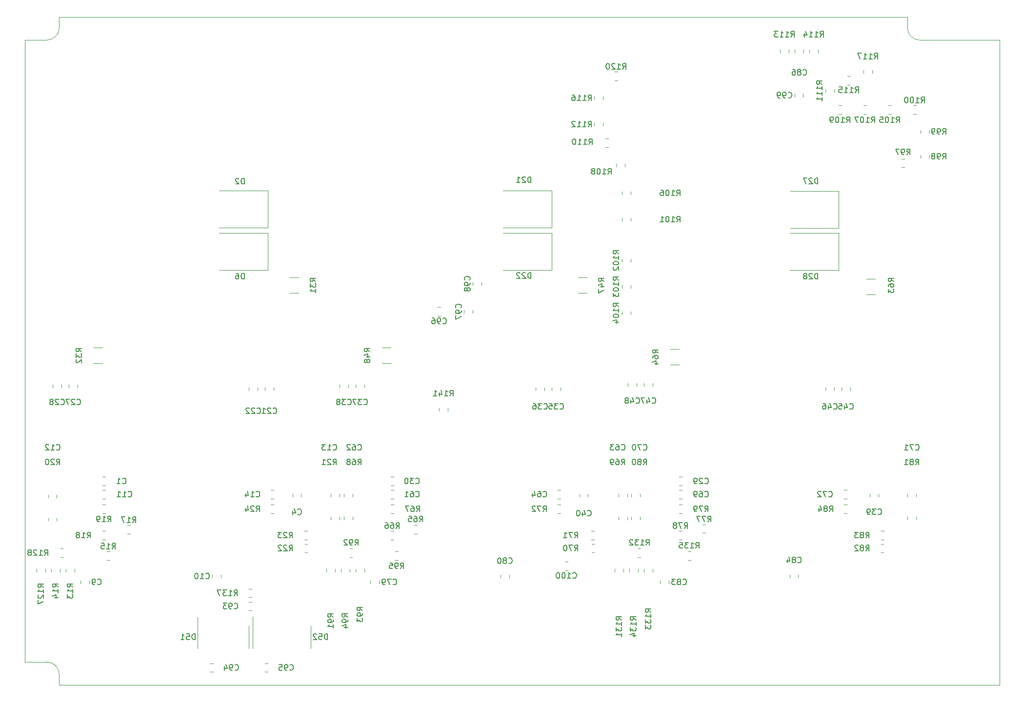
<source format=gbr>
%TF.GenerationSoftware,KiCad,Pcbnew,7.0.6*%
%TF.CreationDate,2023-08-17T16:08:44+03:00*%
%TF.ProjectId,Driver_SKiM459GD12E4 V2,44726976-6572-45f5-934b-694d34353947,rev?*%
%TF.SameCoordinates,Original*%
%TF.FileFunction,Legend,Bot*%
%TF.FilePolarity,Positive*%
%FSLAX46Y46*%
G04 Gerber Fmt 4.6, Leading zero omitted, Abs format (unit mm)*
G04 Created by KiCad (PCBNEW 7.0.6) date 2023-08-17 16:08:44*
%MOMM*%
%LPD*%
G01*
G04 APERTURE LIST*
%ADD10C,0.150000*%
%ADD11C,0.120000*%
%TA.AperFunction,Profile*%
%ADD12C,0.100000*%
%TD*%
G04 APERTURE END LIST*
D10*
X207621047Y-42237819D02*
X207954380Y-41761628D01*
X208192475Y-42237819D02*
X208192475Y-41237819D01*
X208192475Y-41237819D02*
X207811523Y-41237819D01*
X207811523Y-41237819D02*
X207716285Y-41285438D01*
X207716285Y-41285438D02*
X207668666Y-41333057D01*
X207668666Y-41333057D02*
X207621047Y-41428295D01*
X207621047Y-41428295D02*
X207621047Y-41571152D01*
X207621047Y-41571152D02*
X207668666Y-41666390D01*
X207668666Y-41666390D02*
X207716285Y-41714009D01*
X207716285Y-41714009D02*
X207811523Y-41761628D01*
X207811523Y-41761628D02*
X208192475Y-41761628D01*
X206668666Y-42237819D02*
X207240094Y-42237819D01*
X206954380Y-42237819D02*
X206954380Y-41237819D01*
X206954380Y-41237819D02*
X207049618Y-41380676D01*
X207049618Y-41380676D02*
X207144856Y-41475914D01*
X207144856Y-41475914D02*
X207240094Y-41523533D01*
X205716285Y-42237819D02*
X206287713Y-42237819D01*
X206001999Y-42237819D02*
X206001999Y-41237819D01*
X206001999Y-41237819D02*
X206097237Y-41380676D01*
X206097237Y-41380676D02*
X206192475Y-41475914D01*
X206192475Y-41475914D02*
X206287713Y-41523533D01*
X205382951Y-41237819D02*
X204716285Y-41237819D01*
X204716285Y-41237819D02*
X205144856Y-42237819D01*
X128150857Y-120850819D02*
X128484190Y-120374628D01*
X128722285Y-120850819D02*
X128722285Y-119850819D01*
X128722285Y-119850819D02*
X128341333Y-119850819D01*
X128341333Y-119850819D02*
X128246095Y-119898438D01*
X128246095Y-119898438D02*
X128198476Y-119946057D01*
X128198476Y-119946057D02*
X128150857Y-120041295D01*
X128150857Y-120041295D02*
X128150857Y-120184152D01*
X128150857Y-120184152D02*
X128198476Y-120279390D01*
X128198476Y-120279390D02*
X128246095Y-120327009D01*
X128246095Y-120327009D02*
X128341333Y-120374628D01*
X128341333Y-120374628D02*
X128722285Y-120374628D01*
X127293714Y-119850819D02*
X127484190Y-119850819D01*
X127484190Y-119850819D02*
X127579428Y-119898438D01*
X127579428Y-119898438D02*
X127627047Y-119946057D01*
X127627047Y-119946057D02*
X127722285Y-120088914D01*
X127722285Y-120088914D02*
X127769904Y-120279390D01*
X127769904Y-120279390D02*
X127769904Y-120660342D01*
X127769904Y-120660342D02*
X127722285Y-120755580D01*
X127722285Y-120755580D02*
X127674666Y-120803200D01*
X127674666Y-120803200D02*
X127579428Y-120850819D01*
X127579428Y-120850819D02*
X127388952Y-120850819D01*
X127388952Y-120850819D02*
X127293714Y-120803200D01*
X127293714Y-120803200D02*
X127246095Y-120755580D01*
X127246095Y-120755580D02*
X127198476Y-120660342D01*
X127198476Y-120660342D02*
X127198476Y-120422247D01*
X127198476Y-120422247D02*
X127246095Y-120327009D01*
X127246095Y-120327009D02*
X127293714Y-120279390D01*
X127293714Y-120279390D02*
X127388952Y-120231771D01*
X127388952Y-120231771D02*
X127579428Y-120231771D01*
X127579428Y-120231771D02*
X127674666Y-120279390D01*
X127674666Y-120279390D02*
X127722285Y-120327009D01*
X127722285Y-120327009D02*
X127769904Y-120422247D01*
X126865142Y-119850819D02*
X126198476Y-119850819D01*
X126198476Y-119850819D02*
X126627047Y-120850819D01*
X178188857Y-118215580D02*
X178236476Y-118263200D01*
X178236476Y-118263200D02*
X178379333Y-118310819D01*
X178379333Y-118310819D02*
X178474571Y-118310819D01*
X178474571Y-118310819D02*
X178617428Y-118263200D01*
X178617428Y-118263200D02*
X178712666Y-118167961D01*
X178712666Y-118167961D02*
X178760285Y-118072723D01*
X178760285Y-118072723D02*
X178807904Y-117882247D01*
X178807904Y-117882247D02*
X178807904Y-117739390D01*
X178807904Y-117739390D02*
X178760285Y-117548914D01*
X178760285Y-117548914D02*
X178712666Y-117453676D01*
X178712666Y-117453676D02*
X178617428Y-117358438D01*
X178617428Y-117358438D02*
X178474571Y-117310819D01*
X178474571Y-117310819D02*
X178379333Y-117310819D01*
X178379333Y-117310819D02*
X178236476Y-117358438D01*
X178236476Y-117358438D02*
X178188857Y-117406057D01*
X177331714Y-117310819D02*
X177522190Y-117310819D01*
X177522190Y-117310819D02*
X177617428Y-117358438D01*
X177617428Y-117358438D02*
X177665047Y-117406057D01*
X177665047Y-117406057D02*
X177760285Y-117548914D01*
X177760285Y-117548914D02*
X177807904Y-117739390D01*
X177807904Y-117739390D02*
X177807904Y-118120342D01*
X177807904Y-118120342D02*
X177760285Y-118215580D01*
X177760285Y-118215580D02*
X177712666Y-118263200D01*
X177712666Y-118263200D02*
X177617428Y-118310819D01*
X177617428Y-118310819D02*
X177426952Y-118310819D01*
X177426952Y-118310819D02*
X177331714Y-118263200D01*
X177331714Y-118263200D02*
X177284095Y-118215580D01*
X177284095Y-118215580D02*
X177236476Y-118120342D01*
X177236476Y-118120342D02*
X177236476Y-117882247D01*
X177236476Y-117882247D02*
X177284095Y-117787009D01*
X177284095Y-117787009D02*
X177331714Y-117739390D01*
X177331714Y-117739390D02*
X177426952Y-117691771D01*
X177426952Y-117691771D02*
X177617428Y-117691771D01*
X177617428Y-117691771D02*
X177712666Y-117739390D01*
X177712666Y-117739390D02*
X177760285Y-117787009D01*
X177760285Y-117787009D02*
X177807904Y-117882247D01*
X176760285Y-118310819D02*
X176569809Y-118310819D01*
X176569809Y-118310819D02*
X176474571Y-118263200D01*
X176474571Y-118263200D02*
X176426952Y-118215580D01*
X176426952Y-118215580D02*
X176331714Y-118072723D01*
X176331714Y-118072723D02*
X176284095Y-117882247D01*
X176284095Y-117882247D02*
X176284095Y-117501295D01*
X176284095Y-117501295D02*
X176331714Y-117406057D01*
X176331714Y-117406057D02*
X176379333Y-117358438D01*
X176379333Y-117358438D02*
X176474571Y-117310819D01*
X176474571Y-117310819D02*
X176665047Y-117310819D01*
X176665047Y-117310819D02*
X176760285Y-117358438D01*
X176760285Y-117358438D02*
X176807904Y-117406057D01*
X176807904Y-117406057D02*
X176855523Y-117501295D01*
X176855523Y-117501295D02*
X176855523Y-117739390D01*
X176855523Y-117739390D02*
X176807904Y-117834628D01*
X176807904Y-117834628D02*
X176760285Y-117882247D01*
X176760285Y-117882247D02*
X176665047Y-117929866D01*
X176665047Y-117929866D02*
X176474571Y-117929866D01*
X176474571Y-117929866D02*
X176379333Y-117882247D01*
X176379333Y-117882247D02*
X176331714Y-117834628D01*
X176331714Y-117834628D02*
X176284095Y-117739390D01*
X202795047Y-53286819D02*
X203128380Y-52810628D01*
X203366475Y-53286819D02*
X203366475Y-52286819D01*
X203366475Y-52286819D02*
X202985523Y-52286819D01*
X202985523Y-52286819D02*
X202890285Y-52334438D01*
X202890285Y-52334438D02*
X202842666Y-52382057D01*
X202842666Y-52382057D02*
X202795047Y-52477295D01*
X202795047Y-52477295D02*
X202795047Y-52620152D01*
X202795047Y-52620152D02*
X202842666Y-52715390D01*
X202842666Y-52715390D02*
X202890285Y-52763009D01*
X202890285Y-52763009D02*
X202985523Y-52810628D01*
X202985523Y-52810628D02*
X203366475Y-52810628D01*
X201842666Y-53286819D02*
X202414094Y-53286819D01*
X202128380Y-53286819D02*
X202128380Y-52286819D01*
X202128380Y-52286819D02*
X202223618Y-52429676D01*
X202223618Y-52429676D02*
X202318856Y-52524914D01*
X202318856Y-52524914D02*
X202414094Y-52572533D01*
X201223618Y-52286819D02*
X201128380Y-52286819D01*
X201128380Y-52286819D02*
X201033142Y-52334438D01*
X201033142Y-52334438D02*
X200985523Y-52382057D01*
X200985523Y-52382057D02*
X200937904Y-52477295D01*
X200937904Y-52477295D02*
X200890285Y-52667771D01*
X200890285Y-52667771D02*
X200890285Y-52905866D01*
X200890285Y-52905866D02*
X200937904Y-53096342D01*
X200937904Y-53096342D02*
X200985523Y-53191580D01*
X200985523Y-53191580D02*
X201033142Y-53239200D01*
X201033142Y-53239200D02*
X201128380Y-53286819D01*
X201128380Y-53286819D02*
X201223618Y-53286819D01*
X201223618Y-53286819D02*
X201318856Y-53239200D01*
X201318856Y-53239200D02*
X201366475Y-53191580D01*
X201366475Y-53191580D02*
X201414094Y-53096342D01*
X201414094Y-53096342D02*
X201461713Y-52905866D01*
X201461713Y-52905866D02*
X201461713Y-52667771D01*
X201461713Y-52667771D02*
X201414094Y-52477295D01*
X201414094Y-52477295D02*
X201366475Y-52382057D01*
X201366475Y-52382057D02*
X201318856Y-52334438D01*
X201318856Y-52334438D02*
X201223618Y-52286819D01*
X200414094Y-53286819D02*
X200223618Y-53286819D01*
X200223618Y-53286819D02*
X200128380Y-53239200D01*
X200128380Y-53239200D02*
X200080761Y-53191580D01*
X200080761Y-53191580D02*
X199985523Y-53048723D01*
X199985523Y-53048723D02*
X199937904Y-52858247D01*
X199937904Y-52858247D02*
X199937904Y-52477295D01*
X199937904Y-52477295D02*
X199985523Y-52382057D01*
X199985523Y-52382057D02*
X200033142Y-52334438D01*
X200033142Y-52334438D02*
X200128380Y-52286819D01*
X200128380Y-52286819D02*
X200318856Y-52286819D01*
X200318856Y-52286819D02*
X200414094Y-52334438D01*
X200414094Y-52334438D02*
X200461713Y-52382057D01*
X200461713Y-52382057D02*
X200509332Y-52477295D01*
X200509332Y-52477295D02*
X200509332Y-52715390D01*
X200509332Y-52715390D02*
X200461713Y-52810628D01*
X200461713Y-52810628D02*
X200414094Y-52858247D01*
X200414094Y-52858247D02*
X200318856Y-52905866D01*
X200318856Y-52905866D02*
X200128380Y-52905866D01*
X200128380Y-52905866D02*
X200033142Y-52858247D01*
X200033142Y-52858247D02*
X199985523Y-52810628D01*
X199985523Y-52810628D02*
X199937904Y-52715390D01*
X77128666Y-115929580D02*
X77176285Y-115977200D01*
X77176285Y-115977200D02*
X77319142Y-116024819D01*
X77319142Y-116024819D02*
X77414380Y-116024819D01*
X77414380Y-116024819D02*
X77557237Y-115977200D01*
X77557237Y-115977200D02*
X77652475Y-115881961D01*
X77652475Y-115881961D02*
X77700094Y-115786723D01*
X77700094Y-115786723D02*
X77747713Y-115596247D01*
X77747713Y-115596247D02*
X77747713Y-115453390D01*
X77747713Y-115453390D02*
X77700094Y-115262914D01*
X77700094Y-115262914D02*
X77652475Y-115167676D01*
X77652475Y-115167676D02*
X77557237Y-115072438D01*
X77557237Y-115072438D02*
X77414380Y-115024819D01*
X77414380Y-115024819D02*
X77319142Y-115024819D01*
X77319142Y-115024819D02*
X77176285Y-115072438D01*
X77176285Y-115072438D02*
X77128666Y-115120057D01*
X76176285Y-116024819D02*
X76747713Y-116024819D01*
X76461999Y-116024819D02*
X76461999Y-115024819D01*
X76461999Y-115024819D02*
X76557237Y-115167676D01*
X76557237Y-115167676D02*
X76652475Y-115262914D01*
X76652475Y-115262914D02*
X76747713Y-115310533D01*
X214764857Y-110087580D02*
X214812476Y-110135200D01*
X214812476Y-110135200D02*
X214955333Y-110182819D01*
X214955333Y-110182819D02*
X215050571Y-110182819D01*
X215050571Y-110182819D02*
X215193428Y-110135200D01*
X215193428Y-110135200D02*
X215288666Y-110039961D01*
X215288666Y-110039961D02*
X215336285Y-109944723D01*
X215336285Y-109944723D02*
X215383904Y-109754247D01*
X215383904Y-109754247D02*
X215383904Y-109611390D01*
X215383904Y-109611390D02*
X215336285Y-109420914D01*
X215336285Y-109420914D02*
X215288666Y-109325676D01*
X215288666Y-109325676D02*
X215193428Y-109230438D01*
X215193428Y-109230438D02*
X215050571Y-109182819D01*
X215050571Y-109182819D02*
X214955333Y-109182819D01*
X214955333Y-109182819D02*
X214812476Y-109230438D01*
X214812476Y-109230438D02*
X214764857Y-109278057D01*
X214431523Y-109182819D02*
X213764857Y-109182819D01*
X213764857Y-109182819D02*
X214193428Y-110182819D01*
X212860095Y-110182819D02*
X213431523Y-110182819D01*
X213145809Y-110182819D02*
X213145809Y-109182819D01*
X213145809Y-109182819D02*
X213241047Y-109325676D01*
X213241047Y-109325676D02*
X213336285Y-109420914D01*
X213336285Y-109420914D02*
X213431523Y-109468533D01*
X72810666Y-133455580D02*
X72858285Y-133503200D01*
X72858285Y-133503200D02*
X73001142Y-133550819D01*
X73001142Y-133550819D02*
X73096380Y-133550819D01*
X73096380Y-133550819D02*
X73239237Y-133503200D01*
X73239237Y-133503200D02*
X73334475Y-133407961D01*
X73334475Y-133407961D02*
X73382094Y-133312723D01*
X73382094Y-133312723D02*
X73429713Y-133122247D01*
X73429713Y-133122247D02*
X73429713Y-132979390D01*
X73429713Y-132979390D02*
X73382094Y-132788914D01*
X73382094Y-132788914D02*
X73334475Y-132693676D01*
X73334475Y-132693676D02*
X73239237Y-132598438D01*
X73239237Y-132598438D02*
X73096380Y-132550819D01*
X73096380Y-132550819D02*
X73001142Y-132550819D01*
X73001142Y-132550819D02*
X72858285Y-132598438D01*
X72858285Y-132598438D02*
X72810666Y-132646057D01*
X72334475Y-133550819D02*
X72143999Y-133550819D01*
X72143999Y-133550819D02*
X72048761Y-133503200D01*
X72048761Y-133503200D02*
X72001142Y-133455580D01*
X72001142Y-133455580D02*
X71905904Y-133312723D01*
X71905904Y-133312723D02*
X71858285Y-133122247D01*
X71858285Y-133122247D02*
X71858285Y-132741295D01*
X71858285Y-132741295D02*
X71905904Y-132646057D01*
X71905904Y-132646057D02*
X71953523Y-132598438D01*
X71953523Y-132598438D02*
X72048761Y-132550819D01*
X72048761Y-132550819D02*
X72239237Y-132550819D01*
X72239237Y-132550819D02*
X72334475Y-132598438D01*
X72334475Y-132598438D02*
X72382094Y-132646057D01*
X72382094Y-132646057D02*
X72429713Y-132741295D01*
X72429713Y-132741295D02*
X72429713Y-132979390D01*
X72429713Y-132979390D02*
X72382094Y-133074628D01*
X72382094Y-133074628D02*
X72334475Y-133122247D01*
X72334475Y-133122247D02*
X72239237Y-133169866D01*
X72239237Y-133169866D02*
X72048761Y-133169866D01*
X72048761Y-133169866D02*
X71953523Y-133122247D01*
X71953523Y-133122247D02*
X71905904Y-133074628D01*
X71905904Y-133074628D02*
X71858285Y-132979390D01*
X153042857Y-102975580D02*
X153090476Y-103023200D01*
X153090476Y-103023200D02*
X153233333Y-103070819D01*
X153233333Y-103070819D02*
X153328571Y-103070819D01*
X153328571Y-103070819D02*
X153471428Y-103023200D01*
X153471428Y-103023200D02*
X153566666Y-102927961D01*
X153566666Y-102927961D02*
X153614285Y-102832723D01*
X153614285Y-102832723D02*
X153661904Y-102642247D01*
X153661904Y-102642247D02*
X153661904Y-102499390D01*
X153661904Y-102499390D02*
X153614285Y-102308914D01*
X153614285Y-102308914D02*
X153566666Y-102213676D01*
X153566666Y-102213676D02*
X153471428Y-102118438D01*
X153471428Y-102118438D02*
X153328571Y-102070819D01*
X153328571Y-102070819D02*
X153233333Y-102070819D01*
X153233333Y-102070819D02*
X153090476Y-102118438D01*
X153090476Y-102118438D02*
X153042857Y-102166057D01*
X152709523Y-102070819D02*
X152090476Y-102070819D01*
X152090476Y-102070819D02*
X152423809Y-102451771D01*
X152423809Y-102451771D02*
X152280952Y-102451771D01*
X152280952Y-102451771D02*
X152185714Y-102499390D01*
X152185714Y-102499390D02*
X152138095Y-102547009D01*
X152138095Y-102547009D02*
X152090476Y-102642247D01*
X152090476Y-102642247D02*
X152090476Y-102880342D01*
X152090476Y-102880342D02*
X152138095Y-102975580D01*
X152138095Y-102975580D02*
X152185714Y-103023200D01*
X152185714Y-103023200D02*
X152280952Y-103070819D01*
X152280952Y-103070819D02*
X152566666Y-103070819D01*
X152566666Y-103070819D02*
X152661904Y-103023200D01*
X152661904Y-103023200D02*
X152709523Y-102975580D01*
X151185714Y-102070819D02*
X151661904Y-102070819D01*
X151661904Y-102070819D02*
X151709523Y-102547009D01*
X151709523Y-102547009D02*
X151661904Y-102499390D01*
X151661904Y-102499390D02*
X151566666Y-102451771D01*
X151566666Y-102451771D02*
X151328571Y-102451771D01*
X151328571Y-102451771D02*
X151233333Y-102499390D01*
X151233333Y-102499390D02*
X151185714Y-102547009D01*
X151185714Y-102547009D02*
X151138095Y-102642247D01*
X151138095Y-102642247D02*
X151138095Y-102880342D01*
X151138095Y-102880342D02*
X151185714Y-102975580D01*
X151185714Y-102975580D02*
X151233333Y-103023200D01*
X151233333Y-103023200D02*
X151328571Y-103070819D01*
X151328571Y-103070819D02*
X151566666Y-103070819D01*
X151566666Y-103070819D02*
X151661904Y-103023200D01*
X151661904Y-103023200D02*
X151709523Y-102975580D01*
X96496047Y-135455819D02*
X96829380Y-134979628D01*
X97067475Y-135455819D02*
X97067475Y-134455819D01*
X97067475Y-134455819D02*
X96686523Y-134455819D01*
X96686523Y-134455819D02*
X96591285Y-134503438D01*
X96591285Y-134503438D02*
X96543666Y-134551057D01*
X96543666Y-134551057D02*
X96496047Y-134646295D01*
X96496047Y-134646295D02*
X96496047Y-134789152D01*
X96496047Y-134789152D02*
X96543666Y-134884390D01*
X96543666Y-134884390D02*
X96591285Y-134932009D01*
X96591285Y-134932009D02*
X96686523Y-134979628D01*
X96686523Y-134979628D02*
X97067475Y-134979628D01*
X95543666Y-135455819D02*
X96115094Y-135455819D01*
X95829380Y-135455819D02*
X95829380Y-134455819D01*
X95829380Y-134455819D02*
X95924618Y-134598676D01*
X95924618Y-134598676D02*
X96019856Y-134693914D01*
X96019856Y-134693914D02*
X96115094Y-134741533D01*
X95210332Y-134455819D02*
X94591285Y-134455819D01*
X94591285Y-134455819D02*
X94924618Y-134836771D01*
X94924618Y-134836771D02*
X94781761Y-134836771D01*
X94781761Y-134836771D02*
X94686523Y-134884390D01*
X94686523Y-134884390D02*
X94638904Y-134932009D01*
X94638904Y-134932009D02*
X94591285Y-135027247D01*
X94591285Y-135027247D02*
X94591285Y-135265342D01*
X94591285Y-135265342D02*
X94638904Y-135360580D01*
X94638904Y-135360580D02*
X94686523Y-135408200D01*
X94686523Y-135408200D02*
X94781761Y-135455819D01*
X94781761Y-135455819D02*
X95067475Y-135455819D01*
X95067475Y-135455819D02*
X95162713Y-135408200D01*
X95162713Y-135408200D02*
X95210332Y-135360580D01*
X94257951Y-134455819D02*
X93591285Y-134455819D01*
X93591285Y-134455819D02*
X94019856Y-135455819D01*
X198574819Y-46632952D02*
X198098628Y-46299619D01*
X198574819Y-46061524D02*
X197574819Y-46061524D01*
X197574819Y-46061524D02*
X197574819Y-46442476D01*
X197574819Y-46442476D02*
X197622438Y-46537714D01*
X197622438Y-46537714D02*
X197670057Y-46585333D01*
X197670057Y-46585333D02*
X197765295Y-46632952D01*
X197765295Y-46632952D02*
X197908152Y-46632952D01*
X197908152Y-46632952D02*
X198003390Y-46585333D01*
X198003390Y-46585333D02*
X198051009Y-46537714D01*
X198051009Y-46537714D02*
X198098628Y-46442476D01*
X198098628Y-46442476D02*
X198098628Y-46061524D01*
X198574819Y-47585333D02*
X198574819Y-47013905D01*
X198574819Y-47299619D02*
X197574819Y-47299619D01*
X197574819Y-47299619D02*
X197717676Y-47204381D01*
X197717676Y-47204381D02*
X197812914Y-47109143D01*
X197812914Y-47109143D02*
X197860533Y-47013905D01*
X198574819Y-48537714D02*
X198574819Y-47966286D01*
X198574819Y-48252000D02*
X197574819Y-48252000D01*
X197574819Y-48252000D02*
X197717676Y-48156762D01*
X197717676Y-48156762D02*
X197812914Y-48061524D01*
X197812914Y-48061524D02*
X197860533Y-47966286D01*
X198574819Y-49490095D02*
X198574819Y-48918667D01*
X198574819Y-49204381D02*
X197574819Y-49204381D01*
X197574819Y-49204381D02*
X197717676Y-49109143D01*
X197717676Y-49109143D02*
X197812914Y-49013905D01*
X197812914Y-49013905D02*
X197860533Y-48918667D01*
X63446819Y-134008952D02*
X62970628Y-133675619D01*
X63446819Y-133437524D02*
X62446819Y-133437524D01*
X62446819Y-133437524D02*
X62446819Y-133818476D01*
X62446819Y-133818476D02*
X62494438Y-133913714D01*
X62494438Y-133913714D02*
X62542057Y-133961333D01*
X62542057Y-133961333D02*
X62637295Y-134008952D01*
X62637295Y-134008952D02*
X62780152Y-134008952D01*
X62780152Y-134008952D02*
X62875390Y-133961333D01*
X62875390Y-133961333D02*
X62923009Y-133913714D01*
X62923009Y-133913714D02*
X62970628Y-133818476D01*
X62970628Y-133818476D02*
X62970628Y-133437524D01*
X63446819Y-134961333D02*
X63446819Y-134389905D01*
X63446819Y-134675619D02*
X62446819Y-134675619D01*
X62446819Y-134675619D02*
X62589676Y-134580381D01*
X62589676Y-134580381D02*
X62684914Y-134485143D01*
X62684914Y-134485143D02*
X62732533Y-134389905D01*
X62542057Y-135342286D02*
X62494438Y-135389905D01*
X62494438Y-135389905D02*
X62446819Y-135485143D01*
X62446819Y-135485143D02*
X62446819Y-135723238D01*
X62446819Y-135723238D02*
X62494438Y-135818476D01*
X62494438Y-135818476D02*
X62542057Y-135866095D01*
X62542057Y-135866095D02*
X62637295Y-135913714D01*
X62637295Y-135913714D02*
X62732533Y-135913714D01*
X62732533Y-135913714D02*
X62875390Y-135866095D01*
X62875390Y-135866095D02*
X63446819Y-135294667D01*
X63446819Y-135294667D02*
X63446819Y-135913714D01*
X62446819Y-136247048D02*
X62446819Y-136913714D01*
X62446819Y-136913714D02*
X63446819Y-136485143D01*
X167997047Y-126692819D02*
X168330380Y-126216628D01*
X168568475Y-126692819D02*
X168568475Y-125692819D01*
X168568475Y-125692819D02*
X168187523Y-125692819D01*
X168187523Y-125692819D02*
X168092285Y-125740438D01*
X168092285Y-125740438D02*
X168044666Y-125788057D01*
X168044666Y-125788057D02*
X167997047Y-125883295D01*
X167997047Y-125883295D02*
X167997047Y-126026152D01*
X167997047Y-126026152D02*
X168044666Y-126121390D01*
X168044666Y-126121390D02*
X168092285Y-126169009D01*
X168092285Y-126169009D02*
X168187523Y-126216628D01*
X168187523Y-126216628D02*
X168568475Y-126216628D01*
X167044666Y-126692819D02*
X167616094Y-126692819D01*
X167330380Y-126692819D02*
X167330380Y-125692819D01*
X167330380Y-125692819D02*
X167425618Y-125835676D01*
X167425618Y-125835676D02*
X167520856Y-125930914D01*
X167520856Y-125930914D02*
X167616094Y-125978533D01*
X166711332Y-125692819D02*
X166092285Y-125692819D01*
X166092285Y-125692819D02*
X166425618Y-126073771D01*
X166425618Y-126073771D02*
X166282761Y-126073771D01*
X166282761Y-126073771D02*
X166187523Y-126121390D01*
X166187523Y-126121390D02*
X166139904Y-126169009D01*
X166139904Y-126169009D02*
X166092285Y-126264247D01*
X166092285Y-126264247D02*
X166092285Y-126502342D01*
X166092285Y-126502342D02*
X166139904Y-126597580D01*
X166139904Y-126597580D02*
X166187523Y-126645200D01*
X166187523Y-126645200D02*
X166282761Y-126692819D01*
X166282761Y-126692819D02*
X166568475Y-126692819D01*
X166568475Y-126692819D02*
X166663713Y-126645200D01*
X166663713Y-126645200D02*
X166711332Y-126597580D01*
X165711332Y-125788057D02*
X165663713Y-125740438D01*
X165663713Y-125740438D02*
X165568475Y-125692819D01*
X165568475Y-125692819D02*
X165330380Y-125692819D01*
X165330380Y-125692819D02*
X165235142Y-125740438D01*
X165235142Y-125740438D02*
X165187523Y-125788057D01*
X165187523Y-125788057D02*
X165139904Y-125883295D01*
X165139904Y-125883295D02*
X165139904Y-125978533D01*
X165139904Y-125978533D02*
X165187523Y-126121390D01*
X165187523Y-126121390D02*
X165758951Y-126692819D01*
X165758951Y-126692819D02*
X165139904Y-126692819D01*
X66428857Y-102213580D02*
X66476476Y-102261200D01*
X66476476Y-102261200D02*
X66619333Y-102308819D01*
X66619333Y-102308819D02*
X66714571Y-102308819D01*
X66714571Y-102308819D02*
X66857428Y-102261200D01*
X66857428Y-102261200D02*
X66952666Y-102165961D01*
X66952666Y-102165961D02*
X67000285Y-102070723D01*
X67000285Y-102070723D02*
X67047904Y-101880247D01*
X67047904Y-101880247D02*
X67047904Y-101737390D01*
X67047904Y-101737390D02*
X67000285Y-101546914D01*
X67000285Y-101546914D02*
X66952666Y-101451676D01*
X66952666Y-101451676D02*
X66857428Y-101356438D01*
X66857428Y-101356438D02*
X66714571Y-101308819D01*
X66714571Y-101308819D02*
X66619333Y-101308819D01*
X66619333Y-101308819D02*
X66476476Y-101356438D01*
X66476476Y-101356438D02*
X66428857Y-101404057D01*
X66047904Y-101404057D02*
X66000285Y-101356438D01*
X66000285Y-101356438D02*
X65905047Y-101308819D01*
X65905047Y-101308819D02*
X65666952Y-101308819D01*
X65666952Y-101308819D02*
X65571714Y-101356438D01*
X65571714Y-101356438D02*
X65524095Y-101404057D01*
X65524095Y-101404057D02*
X65476476Y-101499295D01*
X65476476Y-101499295D02*
X65476476Y-101594533D01*
X65476476Y-101594533D02*
X65524095Y-101737390D01*
X65524095Y-101737390D02*
X66095523Y-102308819D01*
X66095523Y-102308819D02*
X65476476Y-102308819D01*
X64905047Y-101737390D02*
X65000285Y-101689771D01*
X65000285Y-101689771D02*
X65047904Y-101642152D01*
X65047904Y-101642152D02*
X65095523Y-101546914D01*
X65095523Y-101546914D02*
X65095523Y-101499295D01*
X65095523Y-101499295D02*
X65047904Y-101404057D01*
X65047904Y-101404057D02*
X65000285Y-101356438D01*
X65000285Y-101356438D02*
X64905047Y-101308819D01*
X64905047Y-101308819D02*
X64714571Y-101308819D01*
X64714571Y-101308819D02*
X64619333Y-101356438D01*
X64619333Y-101356438D02*
X64571714Y-101404057D01*
X64571714Y-101404057D02*
X64524095Y-101499295D01*
X64524095Y-101499295D02*
X64524095Y-101546914D01*
X64524095Y-101546914D02*
X64571714Y-101642152D01*
X64571714Y-101642152D02*
X64619333Y-101689771D01*
X64619333Y-101689771D02*
X64714571Y-101737390D01*
X64714571Y-101737390D02*
X64905047Y-101737390D01*
X64905047Y-101737390D02*
X65000285Y-101785009D01*
X65000285Y-101785009D02*
X65047904Y-101832628D01*
X65047904Y-101832628D02*
X65095523Y-101927866D01*
X65095523Y-101927866D02*
X65095523Y-102118342D01*
X65095523Y-102118342D02*
X65047904Y-102213580D01*
X65047904Y-102213580D02*
X65000285Y-102261200D01*
X65000285Y-102261200D02*
X64905047Y-102308819D01*
X64905047Y-102308819D02*
X64714571Y-102308819D01*
X64714571Y-102308819D02*
X64619333Y-102261200D01*
X64619333Y-102261200D02*
X64571714Y-102213580D01*
X64571714Y-102213580D02*
X64524095Y-102118342D01*
X64524095Y-102118342D02*
X64524095Y-101927866D01*
X64524095Y-101927866D02*
X64571714Y-101832628D01*
X64571714Y-101832628D02*
X64619333Y-101785009D01*
X64619333Y-101785009D02*
X64714571Y-101737390D01*
X78874857Y-122755819D02*
X79208190Y-122279628D01*
X79446285Y-122755819D02*
X79446285Y-121755819D01*
X79446285Y-121755819D02*
X79065333Y-121755819D01*
X79065333Y-121755819D02*
X78970095Y-121803438D01*
X78970095Y-121803438D02*
X78922476Y-121851057D01*
X78922476Y-121851057D02*
X78874857Y-121946295D01*
X78874857Y-121946295D02*
X78874857Y-122089152D01*
X78874857Y-122089152D02*
X78922476Y-122184390D01*
X78922476Y-122184390D02*
X78970095Y-122232009D01*
X78970095Y-122232009D02*
X79065333Y-122279628D01*
X79065333Y-122279628D02*
X79446285Y-122279628D01*
X77922476Y-122755819D02*
X78493904Y-122755819D01*
X78208190Y-122755819D02*
X78208190Y-121755819D01*
X78208190Y-121755819D02*
X78303428Y-121898676D01*
X78303428Y-121898676D02*
X78398666Y-121993914D01*
X78398666Y-121993914D02*
X78493904Y-122041533D01*
X77589142Y-121755819D02*
X76922476Y-121755819D01*
X76922476Y-121755819D02*
X77351047Y-122755819D01*
X163710857Y-112722819D02*
X164044190Y-112246628D01*
X164282285Y-112722819D02*
X164282285Y-111722819D01*
X164282285Y-111722819D02*
X163901333Y-111722819D01*
X163901333Y-111722819D02*
X163806095Y-111770438D01*
X163806095Y-111770438D02*
X163758476Y-111818057D01*
X163758476Y-111818057D02*
X163710857Y-111913295D01*
X163710857Y-111913295D02*
X163710857Y-112056152D01*
X163710857Y-112056152D02*
X163758476Y-112151390D01*
X163758476Y-112151390D02*
X163806095Y-112199009D01*
X163806095Y-112199009D02*
X163901333Y-112246628D01*
X163901333Y-112246628D02*
X164282285Y-112246628D01*
X162853714Y-111722819D02*
X163044190Y-111722819D01*
X163044190Y-111722819D02*
X163139428Y-111770438D01*
X163139428Y-111770438D02*
X163187047Y-111818057D01*
X163187047Y-111818057D02*
X163282285Y-111960914D01*
X163282285Y-111960914D02*
X163329904Y-112151390D01*
X163329904Y-112151390D02*
X163329904Y-112532342D01*
X163329904Y-112532342D02*
X163282285Y-112627580D01*
X163282285Y-112627580D02*
X163234666Y-112675200D01*
X163234666Y-112675200D02*
X163139428Y-112722819D01*
X163139428Y-112722819D02*
X162948952Y-112722819D01*
X162948952Y-112722819D02*
X162853714Y-112675200D01*
X162853714Y-112675200D02*
X162806095Y-112627580D01*
X162806095Y-112627580D02*
X162758476Y-112532342D01*
X162758476Y-112532342D02*
X162758476Y-112294247D01*
X162758476Y-112294247D02*
X162806095Y-112199009D01*
X162806095Y-112199009D02*
X162853714Y-112151390D01*
X162853714Y-112151390D02*
X162948952Y-112103771D01*
X162948952Y-112103771D02*
X163139428Y-112103771D01*
X163139428Y-112103771D02*
X163234666Y-112151390D01*
X163234666Y-112151390D02*
X163282285Y-112199009D01*
X163282285Y-112199009D02*
X163329904Y-112294247D01*
X162282285Y-112722819D02*
X162091809Y-112722819D01*
X162091809Y-112722819D02*
X161996571Y-112675200D01*
X161996571Y-112675200D02*
X161948952Y-112627580D01*
X161948952Y-112627580D02*
X161853714Y-112484723D01*
X161853714Y-112484723D02*
X161806095Y-112294247D01*
X161806095Y-112294247D02*
X161806095Y-111913295D01*
X161806095Y-111913295D02*
X161853714Y-111818057D01*
X161853714Y-111818057D02*
X161901333Y-111770438D01*
X161901333Y-111770438D02*
X161996571Y-111722819D01*
X161996571Y-111722819D02*
X162187047Y-111722819D01*
X162187047Y-111722819D02*
X162282285Y-111770438D01*
X162282285Y-111770438D02*
X162329904Y-111818057D01*
X162329904Y-111818057D02*
X162377523Y-111913295D01*
X162377523Y-111913295D02*
X162377523Y-112151390D01*
X162377523Y-112151390D02*
X162329904Y-112246628D01*
X162329904Y-112246628D02*
X162282285Y-112294247D01*
X162282285Y-112294247D02*
X162187047Y-112341866D01*
X162187047Y-112341866D02*
X161996571Y-112341866D01*
X161996571Y-112341866D02*
X161901333Y-112294247D01*
X161901333Y-112294247D02*
X161853714Y-112246628D01*
X161853714Y-112246628D02*
X161806095Y-112151390D01*
X116254819Y-139157142D02*
X115778628Y-138823809D01*
X116254819Y-138585714D02*
X115254819Y-138585714D01*
X115254819Y-138585714D02*
X115254819Y-138966666D01*
X115254819Y-138966666D02*
X115302438Y-139061904D01*
X115302438Y-139061904D02*
X115350057Y-139109523D01*
X115350057Y-139109523D02*
X115445295Y-139157142D01*
X115445295Y-139157142D02*
X115588152Y-139157142D01*
X115588152Y-139157142D02*
X115683390Y-139109523D01*
X115683390Y-139109523D02*
X115731009Y-139061904D01*
X115731009Y-139061904D02*
X115778628Y-138966666D01*
X115778628Y-138966666D02*
X115778628Y-138585714D01*
X116254819Y-139633333D02*
X116254819Y-139823809D01*
X116254819Y-139823809D02*
X116207200Y-139919047D01*
X116207200Y-139919047D02*
X116159580Y-139966666D01*
X116159580Y-139966666D02*
X116016723Y-140061904D01*
X116016723Y-140061904D02*
X115826247Y-140109523D01*
X115826247Y-140109523D02*
X115445295Y-140109523D01*
X115445295Y-140109523D02*
X115350057Y-140061904D01*
X115350057Y-140061904D02*
X115302438Y-140014285D01*
X115302438Y-140014285D02*
X115254819Y-139919047D01*
X115254819Y-139919047D02*
X115254819Y-139728571D01*
X115254819Y-139728571D02*
X115302438Y-139633333D01*
X115302438Y-139633333D02*
X115350057Y-139585714D01*
X115350057Y-139585714D02*
X115445295Y-139538095D01*
X115445295Y-139538095D02*
X115683390Y-139538095D01*
X115683390Y-139538095D02*
X115778628Y-139585714D01*
X115778628Y-139585714D02*
X115826247Y-139633333D01*
X115826247Y-139633333D02*
X115873866Y-139728571D01*
X115873866Y-139728571D02*
X115873866Y-139919047D01*
X115873866Y-139919047D02*
X115826247Y-140014285D01*
X115826247Y-140014285D02*
X115778628Y-140061904D01*
X115778628Y-140061904D02*
X115683390Y-140109523D01*
X115588152Y-140966666D02*
X116254819Y-140966666D01*
X115207200Y-140728571D02*
X115921485Y-140490476D01*
X115921485Y-140490476D02*
X115921485Y-141109523D01*
X167520857Y-110087580D02*
X167568476Y-110135200D01*
X167568476Y-110135200D02*
X167711333Y-110182819D01*
X167711333Y-110182819D02*
X167806571Y-110182819D01*
X167806571Y-110182819D02*
X167949428Y-110135200D01*
X167949428Y-110135200D02*
X168044666Y-110039961D01*
X168044666Y-110039961D02*
X168092285Y-109944723D01*
X168092285Y-109944723D02*
X168139904Y-109754247D01*
X168139904Y-109754247D02*
X168139904Y-109611390D01*
X168139904Y-109611390D02*
X168092285Y-109420914D01*
X168092285Y-109420914D02*
X168044666Y-109325676D01*
X168044666Y-109325676D02*
X167949428Y-109230438D01*
X167949428Y-109230438D02*
X167806571Y-109182819D01*
X167806571Y-109182819D02*
X167711333Y-109182819D01*
X167711333Y-109182819D02*
X167568476Y-109230438D01*
X167568476Y-109230438D02*
X167520857Y-109278057D01*
X167187523Y-109182819D02*
X166520857Y-109182819D01*
X166520857Y-109182819D02*
X166949428Y-110182819D01*
X165949428Y-109182819D02*
X165854190Y-109182819D01*
X165854190Y-109182819D02*
X165758952Y-109230438D01*
X165758952Y-109230438D02*
X165711333Y-109278057D01*
X165711333Y-109278057D02*
X165663714Y-109373295D01*
X165663714Y-109373295D02*
X165616095Y-109563771D01*
X165616095Y-109563771D02*
X165616095Y-109801866D01*
X165616095Y-109801866D02*
X165663714Y-109992342D01*
X165663714Y-109992342D02*
X165711333Y-110087580D01*
X165711333Y-110087580D02*
X165758952Y-110135200D01*
X165758952Y-110135200D02*
X165854190Y-110182819D01*
X165854190Y-110182819D02*
X165949428Y-110182819D01*
X165949428Y-110182819D02*
X166044666Y-110135200D01*
X166044666Y-110135200D02*
X166092285Y-110087580D01*
X166092285Y-110087580D02*
X166139904Y-109992342D01*
X166139904Y-109992342D02*
X166187523Y-109801866D01*
X166187523Y-109801866D02*
X166187523Y-109563771D01*
X166187523Y-109563771D02*
X166139904Y-109373295D01*
X166139904Y-109373295D02*
X166092285Y-109278057D01*
X166092285Y-109278057D02*
X166044666Y-109230438D01*
X166044666Y-109230438D02*
X165949428Y-109182819D01*
X213240857Y-58874819D02*
X213574190Y-58398628D01*
X213812285Y-58874819D02*
X213812285Y-57874819D01*
X213812285Y-57874819D02*
X213431333Y-57874819D01*
X213431333Y-57874819D02*
X213336095Y-57922438D01*
X213336095Y-57922438D02*
X213288476Y-57970057D01*
X213288476Y-57970057D02*
X213240857Y-58065295D01*
X213240857Y-58065295D02*
X213240857Y-58208152D01*
X213240857Y-58208152D02*
X213288476Y-58303390D01*
X213288476Y-58303390D02*
X213336095Y-58351009D01*
X213336095Y-58351009D02*
X213431333Y-58398628D01*
X213431333Y-58398628D02*
X213812285Y-58398628D01*
X212764666Y-58874819D02*
X212574190Y-58874819D01*
X212574190Y-58874819D02*
X212478952Y-58827200D01*
X212478952Y-58827200D02*
X212431333Y-58779580D01*
X212431333Y-58779580D02*
X212336095Y-58636723D01*
X212336095Y-58636723D02*
X212288476Y-58446247D01*
X212288476Y-58446247D02*
X212288476Y-58065295D01*
X212288476Y-58065295D02*
X212336095Y-57970057D01*
X212336095Y-57970057D02*
X212383714Y-57922438D01*
X212383714Y-57922438D02*
X212478952Y-57874819D01*
X212478952Y-57874819D02*
X212669428Y-57874819D01*
X212669428Y-57874819D02*
X212764666Y-57922438D01*
X212764666Y-57922438D02*
X212812285Y-57970057D01*
X212812285Y-57970057D02*
X212859904Y-58065295D01*
X212859904Y-58065295D02*
X212859904Y-58303390D01*
X212859904Y-58303390D02*
X212812285Y-58398628D01*
X212812285Y-58398628D02*
X212764666Y-58446247D01*
X212764666Y-58446247D02*
X212669428Y-58493866D01*
X212669428Y-58493866D02*
X212478952Y-58493866D01*
X212478952Y-58493866D02*
X212383714Y-58446247D01*
X212383714Y-58446247D02*
X212336095Y-58398628D01*
X212336095Y-58398628D02*
X212288476Y-58303390D01*
X211955142Y-57874819D02*
X211288476Y-57874819D01*
X211288476Y-57874819D02*
X211717047Y-58874819D01*
X78112857Y-118215580D02*
X78160476Y-118263200D01*
X78160476Y-118263200D02*
X78303333Y-118310819D01*
X78303333Y-118310819D02*
X78398571Y-118310819D01*
X78398571Y-118310819D02*
X78541428Y-118263200D01*
X78541428Y-118263200D02*
X78636666Y-118167961D01*
X78636666Y-118167961D02*
X78684285Y-118072723D01*
X78684285Y-118072723D02*
X78731904Y-117882247D01*
X78731904Y-117882247D02*
X78731904Y-117739390D01*
X78731904Y-117739390D02*
X78684285Y-117548914D01*
X78684285Y-117548914D02*
X78636666Y-117453676D01*
X78636666Y-117453676D02*
X78541428Y-117358438D01*
X78541428Y-117358438D02*
X78398571Y-117310819D01*
X78398571Y-117310819D02*
X78303333Y-117310819D01*
X78303333Y-117310819D02*
X78160476Y-117358438D01*
X78160476Y-117358438D02*
X78112857Y-117406057D01*
X77160476Y-118310819D02*
X77731904Y-118310819D01*
X77446190Y-118310819D02*
X77446190Y-117310819D01*
X77446190Y-117310819D02*
X77541428Y-117453676D01*
X77541428Y-117453676D02*
X77636666Y-117548914D01*
X77636666Y-117548914D02*
X77731904Y-117596533D01*
X76208095Y-118310819D02*
X76779523Y-118310819D01*
X76493809Y-118310819D02*
X76493809Y-117310819D01*
X76493809Y-117310819D02*
X76589047Y-117453676D01*
X76589047Y-117453676D02*
X76684285Y-117548914D01*
X76684285Y-117548914D02*
X76779523Y-117596533D01*
X91574857Y-132439580D02*
X91622476Y-132487200D01*
X91622476Y-132487200D02*
X91765333Y-132534819D01*
X91765333Y-132534819D02*
X91860571Y-132534819D01*
X91860571Y-132534819D02*
X92003428Y-132487200D01*
X92003428Y-132487200D02*
X92098666Y-132391961D01*
X92098666Y-132391961D02*
X92146285Y-132296723D01*
X92146285Y-132296723D02*
X92193904Y-132106247D01*
X92193904Y-132106247D02*
X92193904Y-131963390D01*
X92193904Y-131963390D02*
X92146285Y-131772914D01*
X92146285Y-131772914D02*
X92098666Y-131677676D01*
X92098666Y-131677676D02*
X92003428Y-131582438D01*
X92003428Y-131582438D02*
X91860571Y-131534819D01*
X91860571Y-131534819D02*
X91765333Y-131534819D01*
X91765333Y-131534819D02*
X91622476Y-131582438D01*
X91622476Y-131582438D02*
X91574857Y-131630057D01*
X90622476Y-132534819D02*
X91193904Y-132534819D01*
X90908190Y-132534819D02*
X90908190Y-131534819D01*
X90908190Y-131534819D02*
X91003428Y-131677676D01*
X91003428Y-131677676D02*
X91098666Y-131772914D01*
X91098666Y-131772914D02*
X91193904Y-131820533D01*
X90003428Y-131534819D02*
X89908190Y-131534819D01*
X89908190Y-131534819D02*
X89812952Y-131582438D01*
X89812952Y-131582438D02*
X89765333Y-131630057D01*
X89765333Y-131630057D02*
X89717714Y-131725295D01*
X89717714Y-131725295D02*
X89670095Y-131915771D01*
X89670095Y-131915771D02*
X89670095Y-132153866D01*
X89670095Y-132153866D02*
X89717714Y-132344342D01*
X89717714Y-132344342D02*
X89765333Y-132439580D01*
X89765333Y-132439580D02*
X89812952Y-132487200D01*
X89812952Y-132487200D02*
X89908190Y-132534819D01*
X89908190Y-132534819D02*
X90003428Y-132534819D01*
X90003428Y-132534819D02*
X90098666Y-132487200D01*
X90098666Y-132487200D02*
X90146285Y-132439580D01*
X90146285Y-132439580D02*
X90193904Y-132344342D01*
X90193904Y-132344342D02*
X90241523Y-132153866D01*
X90241523Y-132153866D02*
X90241523Y-131915771D01*
X90241523Y-131915771D02*
X90193904Y-131725295D01*
X90193904Y-131725295D02*
X90146285Y-131630057D01*
X90146285Y-131630057D02*
X90098666Y-131582438D01*
X90098666Y-131582438D02*
X90003428Y-131534819D01*
X117990857Y-110087580D02*
X118038476Y-110135200D01*
X118038476Y-110135200D02*
X118181333Y-110182819D01*
X118181333Y-110182819D02*
X118276571Y-110182819D01*
X118276571Y-110182819D02*
X118419428Y-110135200D01*
X118419428Y-110135200D02*
X118514666Y-110039961D01*
X118514666Y-110039961D02*
X118562285Y-109944723D01*
X118562285Y-109944723D02*
X118609904Y-109754247D01*
X118609904Y-109754247D02*
X118609904Y-109611390D01*
X118609904Y-109611390D02*
X118562285Y-109420914D01*
X118562285Y-109420914D02*
X118514666Y-109325676D01*
X118514666Y-109325676D02*
X118419428Y-109230438D01*
X118419428Y-109230438D02*
X118276571Y-109182819D01*
X118276571Y-109182819D02*
X118181333Y-109182819D01*
X118181333Y-109182819D02*
X118038476Y-109230438D01*
X118038476Y-109230438D02*
X117990857Y-109278057D01*
X117133714Y-109182819D02*
X117324190Y-109182819D01*
X117324190Y-109182819D02*
X117419428Y-109230438D01*
X117419428Y-109230438D02*
X117467047Y-109278057D01*
X117467047Y-109278057D02*
X117562285Y-109420914D01*
X117562285Y-109420914D02*
X117609904Y-109611390D01*
X117609904Y-109611390D02*
X117609904Y-109992342D01*
X117609904Y-109992342D02*
X117562285Y-110087580D01*
X117562285Y-110087580D02*
X117514666Y-110135200D01*
X117514666Y-110135200D02*
X117419428Y-110182819D01*
X117419428Y-110182819D02*
X117228952Y-110182819D01*
X117228952Y-110182819D02*
X117133714Y-110135200D01*
X117133714Y-110135200D02*
X117086095Y-110087580D01*
X117086095Y-110087580D02*
X117038476Y-109992342D01*
X117038476Y-109992342D02*
X117038476Y-109754247D01*
X117038476Y-109754247D02*
X117086095Y-109659009D01*
X117086095Y-109659009D02*
X117133714Y-109611390D01*
X117133714Y-109611390D02*
X117228952Y-109563771D01*
X117228952Y-109563771D02*
X117419428Y-109563771D01*
X117419428Y-109563771D02*
X117514666Y-109611390D01*
X117514666Y-109611390D02*
X117562285Y-109659009D01*
X117562285Y-109659009D02*
X117609904Y-109754247D01*
X116657523Y-109278057D02*
X116609904Y-109230438D01*
X116609904Y-109230438D02*
X116514666Y-109182819D01*
X116514666Y-109182819D02*
X116276571Y-109182819D01*
X116276571Y-109182819D02*
X116181333Y-109230438D01*
X116181333Y-109230438D02*
X116133714Y-109278057D01*
X116133714Y-109278057D02*
X116086095Y-109373295D01*
X116086095Y-109373295D02*
X116086095Y-109468533D01*
X116086095Y-109468533D02*
X116133714Y-109611390D01*
X116133714Y-109611390D02*
X116705142Y-110182819D01*
X116705142Y-110182819D02*
X116086095Y-110182819D01*
X157964047Y-54048819D02*
X158297380Y-53572628D01*
X158535475Y-54048819D02*
X158535475Y-53048819D01*
X158535475Y-53048819D02*
X158154523Y-53048819D01*
X158154523Y-53048819D02*
X158059285Y-53096438D01*
X158059285Y-53096438D02*
X158011666Y-53144057D01*
X158011666Y-53144057D02*
X157964047Y-53239295D01*
X157964047Y-53239295D02*
X157964047Y-53382152D01*
X157964047Y-53382152D02*
X158011666Y-53477390D01*
X158011666Y-53477390D02*
X158059285Y-53525009D01*
X158059285Y-53525009D02*
X158154523Y-53572628D01*
X158154523Y-53572628D02*
X158535475Y-53572628D01*
X157011666Y-54048819D02*
X157583094Y-54048819D01*
X157297380Y-54048819D02*
X157297380Y-53048819D01*
X157297380Y-53048819D02*
X157392618Y-53191676D01*
X157392618Y-53191676D02*
X157487856Y-53286914D01*
X157487856Y-53286914D02*
X157583094Y-53334533D01*
X156059285Y-54048819D02*
X156630713Y-54048819D01*
X156344999Y-54048819D02*
X156344999Y-53048819D01*
X156344999Y-53048819D02*
X156440237Y-53191676D01*
X156440237Y-53191676D02*
X156535475Y-53286914D01*
X156535475Y-53286914D02*
X156630713Y-53334533D01*
X155678332Y-53144057D02*
X155630713Y-53096438D01*
X155630713Y-53096438D02*
X155535475Y-53048819D01*
X155535475Y-53048819D02*
X155297380Y-53048819D01*
X155297380Y-53048819D02*
X155202142Y-53096438D01*
X155202142Y-53096438D02*
X155154523Y-53144057D01*
X155154523Y-53144057D02*
X155106904Y-53239295D01*
X155106904Y-53239295D02*
X155106904Y-53334533D01*
X155106904Y-53334533D02*
X155154523Y-53477390D01*
X155154523Y-53477390D02*
X155725951Y-54048819D01*
X155725951Y-54048819D02*
X155106904Y-54048819D01*
X174378857Y-133455580D02*
X174426476Y-133503200D01*
X174426476Y-133503200D02*
X174569333Y-133550819D01*
X174569333Y-133550819D02*
X174664571Y-133550819D01*
X174664571Y-133550819D02*
X174807428Y-133503200D01*
X174807428Y-133503200D02*
X174902666Y-133407961D01*
X174902666Y-133407961D02*
X174950285Y-133312723D01*
X174950285Y-133312723D02*
X174997904Y-133122247D01*
X174997904Y-133122247D02*
X174997904Y-132979390D01*
X174997904Y-132979390D02*
X174950285Y-132788914D01*
X174950285Y-132788914D02*
X174902666Y-132693676D01*
X174902666Y-132693676D02*
X174807428Y-132598438D01*
X174807428Y-132598438D02*
X174664571Y-132550819D01*
X174664571Y-132550819D02*
X174569333Y-132550819D01*
X174569333Y-132550819D02*
X174426476Y-132598438D01*
X174426476Y-132598438D02*
X174378857Y-132646057D01*
X173807428Y-132979390D02*
X173902666Y-132931771D01*
X173902666Y-132931771D02*
X173950285Y-132884152D01*
X173950285Y-132884152D02*
X173997904Y-132788914D01*
X173997904Y-132788914D02*
X173997904Y-132741295D01*
X173997904Y-132741295D02*
X173950285Y-132646057D01*
X173950285Y-132646057D02*
X173902666Y-132598438D01*
X173902666Y-132598438D02*
X173807428Y-132550819D01*
X173807428Y-132550819D02*
X173616952Y-132550819D01*
X173616952Y-132550819D02*
X173521714Y-132598438D01*
X173521714Y-132598438D02*
X173474095Y-132646057D01*
X173474095Y-132646057D02*
X173426476Y-132741295D01*
X173426476Y-132741295D02*
X173426476Y-132788914D01*
X173426476Y-132788914D02*
X173474095Y-132884152D01*
X173474095Y-132884152D02*
X173521714Y-132931771D01*
X173521714Y-132931771D02*
X173616952Y-132979390D01*
X173616952Y-132979390D02*
X173807428Y-132979390D01*
X173807428Y-132979390D02*
X173902666Y-133027009D01*
X173902666Y-133027009D02*
X173950285Y-133074628D01*
X173950285Y-133074628D02*
X173997904Y-133169866D01*
X173997904Y-133169866D02*
X173997904Y-133360342D01*
X173997904Y-133360342D02*
X173950285Y-133455580D01*
X173950285Y-133455580D02*
X173902666Y-133503200D01*
X173902666Y-133503200D02*
X173807428Y-133550819D01*
X173807428Y-133550819D02*
X173616952Y-133550819D01*
X173616952Y-133550819D02*
X173521714Y-133503200D01*
X173521714Y-133503200D02*
X173474095Y-133455580D01*
X173474095Y-133455580D02*
X173426476Y-133360342D01*
X173426476Y-133360342D02*
X173426476Y-133169866D01*
X173426476Y-133169866D02*
X173474095Y-133074628D01*
X173474095Y-133074628D02*
X173521714Y-133027009D01*
X173521714Y-133027009D02*
X173616952Y-132979390D01*
X173093142Y-132550819D02*
X172474095Y-132550819D01*
X172474095Y-132550819D02*
X172807428Y-132931771D01*
X172807428Y-132931771D02*
X172664571Y-132931771D01*
X172664571Y-132931771D02*
X172569333Y-132979390D01*
X172569333Y-132979390D02*
X172521714Y-133027009D01*
X172521714Y-133027009D02*
X172474095Y-133122247D01*
X172474095Y-133122247D02*
X172474095Y-133360342D01*
X172474095Y-133360342D02*
X172521714Y-133455580D01*
X172521714Y-133455580D02*
X172569333Y-133503200D01*
X172569333Y-133503200D02*
X172664571Y-133550819D01*
X172664571Y-133550819D02*
X172950285Y-133550819D01*
X172950285Y-133550819D02*
X173045523Y-133503200D01*
X173045523Y-133503200D02*
X173093142Y-133455580D01*
X98274094Y-63954819D02*
X98274094Y-62954819D01*
X98274094Y-62954819D02*
X98035999Y-62954819D01*
X98035999Y-62954819D02*
X97893142Y-63002438D01*
X97893142Y-63002438D02*
X97797904Y-63097676D01*
X97797904Y-63097676D02*
X97750285Y-63192914D01*
X97750285Y-63192914D02*
X97702666Y-63383390D01*
X97702666Y-63383390D02*
X97702666Y-63526247D01*
X97702666Y-63526247D02*
X97750285Y-63716723D01*
X97750285Y-63716723D02*
X97797904Y-63811961D01*
X97797904Y-63811961D02*
X97893142Y-63907200D01*
X97893142Y-63907200D02*
X98035999Y-63954819D01*
X98035999Y-63954819D02*
X98274094Y-63954819D01*
X97321713Y-63050057D02*
X97274094Y-63002438D01*
X97274094Y-63002438D02*
X97178856Y-62954819D01*
X97178856Y-62954819D02*
X96940761Y-62954819D01*
X96940761Y-62954819D02*
X96845523Y-63002438D01*
X96845523Y-63002438D02*
X96797904Y-63050057D01*
X96797904Y-63050057D02*
X96750285Y-63145295D01*
X96750285Y-63145295D02*
X96750285Y-63240533D01*
X96750285Y-63240533D02*
X96797904Y-63383390D01*
X96797904Y-63383390D02*
X97369332Y-63954819D01*
X97369332Y-63954819D02*
X96750285Y-63954819D01*
X128023857Y-115929580D02*
X128071476Y-115977200D01*
X128071476Y-115977200D02*
X128214333Y-116024819D01*
X128214333Y-116024819D02*
X128309571Y-116024819D01*
X128309571Y-116024819D02*
X128452428Y-115977200D01*
X128452428Y-115977200D02*
X128547666Y-115881961D01*
X128547666Y-115881961D02*
X128595285Y-115786723D01*
X128595285Y-115786723D02*
X128642904Y-115596247D01*
X128642904Y-115596247D02*
X128642904Y-115453390D01*
X128642904Y-115453390D02*
X128595285Y-115262914D01*
X128595285Y-115262914D02*
X128547666Y-115167676D01*
X128547666Y-115167676D02*
X128452428Y-115072438D01*
X128452428Y-115072438D02*
X128309571Y-115024819D01*
X128309571Y-115024819D02*
X128214333Y-115024819D01*
X128214333Y-115024819D02*
X128071476Y-115072438D01*
X128071476Y-115072438D02*
X128023857Y-115120057D01*
X127690523Y-115024819D02*
X127071476Y-115024819D01*
X127071476Y-115024819D02*
X127404809Y-115405771D01*
X127404809Y-115405771D02*
X127261952Y-115405771D01*
X127261952Y-115405771D02*
X127166714Y-115453390D01*
X127166714Y-115453390D02*
X127119095Y-115501009D01*
X127119095Y-115501009D02*
X127071476Y-115596247D01*
X127071476Y-115596247D02*
X127071476Y-115834342D01*
X127071476Y-115834342D02*
X127119095Y-115929580D01*
X127119095Y-115929580D02*
X127166714Y-115977200D01*
X127166714Y-115977200D02*
X127261952Y-116024819D01*
X127261952Y-116024819D02*
X127547666Y-116024819D01*
X127547666Y-116024819D02*
X127642904Y-115977200D01*
X127642904Y-115977200D02*
X127690523Y-115929580D01*
X126452428Y-115024819D02*
X126357190Y-115024819D01*
X126357190Y-115024819D02*
X126261952Y-115072438D01*
X126261952Y-115072438D02*
X126214333Y-115120057D01*
X126214333Y-115120057D02*
X126166714Y-115215295D01*
X126166714Y-115215295D02*
X126119095Y-115405771D01*
X126119095Y-115405771D02*
X126119095Y-115643866D01*
X126119095Y-115643866D02*
X126166714Y-115834342D01*
X126166714Y-115834342D02*
X126214333Y-115929580D01*
X126214333Y-115929580D02*
X126261952Y-115977200D01*
X126261952Y-115977200D02*
X126357190Y-116024819D01*
X126357190Y-116024819D02*
X126452428Y-116024819D01*
X126452428Y-116024819D02*
X126547666Y-115977200D01*
X126547666Y-115977200D02*
X126595285Y-115929580D01*
X126595285Y-115929580D02*
X126642904Y-115834342D01*
X126642904Y-115834342D02*
X126690523Y-115643866D01*
X126690523Y-115643866D02*
X126690523Y-115405771D01*
X126690523Y-115405771D02*
X126642904Y-115215295D01*
X126642904Y-115215295D02*
X126595285Y-115120057D01*
X126595285Y-115120057D02*
X126547666Y-115072438D01*
X126547666Y-115072438D02*
X126452428Y-115024819D01*
X163933047Y-44016819D02*
X164266380Y-43540628D01*
X164504475Y-44016819D02*
X164504475Y-43016819D01*
X164504475Y-43016819D02*
X164123523Y-43016819D01*
X164123523Y-43016819D02*
X164028285Y-43064438D01*
X164028285Y-43064438D02*
X163980666Y-43112057D01*
X163980666Y-43112057D02*
X163933047Y-43207295D01*
X163933047Y-43207295D02*
X163933047Y-43350152D01*
X163933047Y-43350152D02*
X163980666Y-43445390D01*
X163980666Y-43445390D02*
X164028285Y-43493009D01*
X164028285Y-43493009D02*
X164123523Y-43540628D01*
X164123523Y-43540628D02*
X164504475Y-43540628D01*
X162980666Y-44016819D02*
X163552094Y-44016819D01*
X163266380Y-44016819D02*
X163266380Y-43016819D01*
X163266380Y-43016819D02*
X163361618Y-43159676D01*
X163361618Y-43159676D02*
X163456856Y-43254914D01*
X163456856Y-43254914D02*
X163552094Y-43302533D01*
X162599713Y-43112057D02*
X162552094Y-43064438D01*
X162552094Y-43064438D02*
X162456856Y-43016819D01*
X162456856Y-43016819D02*
X162218761Y-43016819D01*
X162218761Y-43016819D02*
X162123523Y-43064438D01*
X162123523Y-43064438D02*
X162075904Y-43112057D01*
X162075904Y-43112057D02*
X162028285Y-43207295D01*
X162028285Y-43207295D02*
X162028285Y-43302533D01*
X162028285Y-43302533D02*
X162075904Y-43445390D01*
X162075904Y-43445390D02*
X162647332Y-44016819D01*
X162647332Y-44016819D02*
X162028285Y-44016819D01*
X161409237Y-43016819D02*
X161313999Y-43016819D01*
X161313999Y-43016819D02*
X161218761Y-43064438D01*
X161218761Y-43064438D02*
X161171142Y-43112057D01*
X161171142Y-43112057D02*
X161123523Y-43207295D01*
X161123523Y-43207295D02*
X161075904Y-43397771D01*
X161075904Y-43397771D02*
X161075904Y-43635866D01*
X161075904Y-43635866D02*
X161123523Y-43826342D01*
X161123523Y-43826342D02*
X161171142Y-43921580D01*
X161171142Y-43921580D02*
X161218761Y-43969200D01*
X161218761Y-43969200D02*
X161313999Y-44016819D01*
X161313999Y-44016819D02*
X161409237Y-44016819D01*
X161409237Y-44016819D02*
X161504475Y-43969200D01*
X161504475Y-43969200D02*
X161552094Y-43921580D01*
X161552094Y-43921580D02*
X161599713Y-43826342D01*
X161599713Y-43826342D02*
X161647332Y-43635866D01*
X161647332Y-43635866D02*
X161647332Y-43397771D01*
X161647332Y-43397771D02*
X161599713Y-43207295D01*
X161599713Y-43207295D02*
X161552094Y-43112057D01*
X161552094Y-43112057D02*
X161504475Y-43064438D01*
X161504475Y-43064438D02*
X161409237Y-43016819D01*
X163268819Y-85224952D02*
X162792628Y-84891619D01*
X163268819Y-84653524D02*
X162268819Y-84653524D01*
X162268819Y-84653524D02*
X162268819Y-85034476D01*
X162268819Y-85034476D02*
X162316438Y-85129714D01*
X162316438Y-85129714D02*
X162364057Y-85177333D01*
X162364057Y-85177333D02*
X162459295Y-85224952D01*
X162459295Y-85224952D02*
X162602152Y-85224952D01*
X162602152Y-85224952D02*
X162697390Y-85177333D01*
X162697390Y-85177333D02*
X162745009Y-85129714D01*
X162745009Y-85129714D02*
X162792628Y-85034476D01*
X162792628Y-85034476D02*
X162792628Y-84653524D01*
X163268819Y-86177333D02*
X163268819Y-85605905D01*
X163268819Y-85891619D02*
X162268819Y-85891619D01*
X162268819Y-85891619D02*
X162411676Y-85796381D01*
X162411676Y-85796381D02*
X162506914Y-85701143D01*
X162506914Y-85701143D02*
X162554533Y-85605905D01*
X162268819Y-86796381D02*
X162268819Y-86891619D01*
X162268819Y-86891619D02*
X162316438Y-86986857D01*
X162316438Y-86986857D02*
X162364057Y-87034476D01*
X162364057Y-87034476D02*
X162459295Y-87082095D01*
X162459295Y-87082095D02*
X162649771Y-87129714D01*
X162649771Y-87129714D02*
X162887866Y-87129714D01*
X162887866Y-87129714D02*
X163078342Y-87082095D01*
X163078342Y-87082095D02*
X163173580Y-87034476D01*
X163173580Y-87034476D02*
X163221200Y-86986857D01*
X163221200Y-86986857D02*
X163268819Y-86891619D01*
X163268819Y-86891619D02*
X163268819Y-86796381D01*
X163268819Y-86796381D02*
X163221200Y-86701143D01*
X163221200Y-86701143D02*
X163173580Y-86653524D01*
X163173580Y-86653524D02*
X163078342Y-86605905D01*
X163078342Y-86605905D02*
X162887866Y-86558286D01*
X162887866Y-86558286D02*
X162649771Y-86558286D01*
X162649771Y-86558286D02*
X162459295Y-86605905D01*
X162459295Y-86605905D02*
X162364057Y-86653524D01*
X162364057Y-86653524D02*
X162316438Y-86701143D01*
X162316438Y-86701143D02*
X162268819Y-86796381D01*
X162602152Y-87986857D02*
X163268819Y-87986857D01*
X162221200Y-87748762D02*
X162935485Y-87510667D01*
X162935485Y-87510667D02*
X162935485Y-88129714D01*
X200540857Y-102975580D02*
X200588476Y-103023200D01*
X200588476Y-103023200D02*
X200731333Y-103070819D01*
X200731333Y-103070819D02*
X200826571Y-103070819D01*
X200826571Y-103070819D02*
X200969428Y-103023200D01*
X200969428Y-103023200D02*
X201064666Y-102927961D01*
X201064666Y-102927961D02*
X201112285Y-102832723D01*
X201112285Y-102832723D02*
X201159904Y-102642247D01*
X201159904Y-102642247D02*
X201159904Y-102499390D01*
X201159904Y-102499390D02*
X201112285Y-102308914D01*
X201112285Y-102308914D02*
X201064666Y-102213676D01*
X201064666Y-102213676D02*
X200969428Y-102118438D01*
X200969428Y-102118438D02*
X200826571Y-102070819D01*
X200826571Y-102070819D02*
X200731333Y-102070819D01*
X200731333Y-102070819D02*
X200588476Y-102118438D01*
X200588476Y-102118438D02*
X200540857Y-102166057D01*
X199683714Y-102404152D02*
X199683714Y-103070819D01*
X199921809Y-102023200D02*
X200159904Y-102737485D01*
X200159904Y-102737485D02*
X199540857Y-102737485D01*
X198731333Y-102070819D02*
X198921809Y-102070819D01*
X198921809Y-102070819D02*
X199017047Y-102118438D01*
X199017047Y-102118438D02*
X199064666Y-102166057D01*
X199064666Y-102166057D02*
X199159904Y-102308914D01*
X199159904Y-102308914D02*
X199207523Y-102499390D01*
X199207523Y-102499390D02*
X199207523Y-102880342D01*
X199207523Y-102880342D02*
X199159904Y-102975580D01*
X199159904Y-102975580D02*
X199112285Y-103023200D01*
X199112285Y-103023200D02*
X199017047Y-103070819D01*
X199017047Y-103070819D02*
X198826571Y-103070819D01*
X198826571Y-103070819D02*
X198731333Y-103023200D01*
X198731333Y-103023200D02*
X198683714Y-102975580D01*
X198683714Y-102975580D02*
X198636095Y-102880342D01*
X198636095Y-102880342D02*
X198636095Y-102642247D01*
X198636095Y-102642247D02*
X198683714Y-102547009D01*
X198683714Y-102547009D02*
X198731333Y-102499390D01*
X198731333Y-102499390D02*
X198826571Y-102451771D01*
X198826571Y-102451771D02*
X199017047Y-102451771D01*
X199017047Y-102451771D02*
X199112285Y-102499390D01*
X199112285Y-102499390D02*
X199159904Y-102547009D01*
X199159904Y-102547009D02*
X199207523Y-102642247D01*
X118818819Y-138041142D02*
X118342628Y-137707809D01*
X118818819Y-137469714D02*
X117818819Y-137469714D01*
X117818819Y-137469714D02*
X117818819Y-137850666D01*
X117818819Y-137850666D02*
X117866438Y-137945904D01*
X117866438Y-137945904D02*
X117914057Y-137993523D01*
X117914057Y-137993523D02*
X118009295Y-138041142D01*
X118009295Y-138041142D02*
X118152152Y-138041142D01*
X118152152Y-138041142D02*
X118247390Y-137993523D01*
X118247390Y-137993523D02*
X118295009Y-137945904D01*
X118295009Y-137945904D02*
X118342628Y-137850666D01*
X118342628Y-137850666D02*
X118342628Y-137469714D01*
X118818819Y-138517333D02*
X118818819Y-138707809D01*
X118818819Y-138707809D02*
X118771200Y-138803047D01*
X118771200Y-138803047D02*
X118723580Y-138850666D01*
X118723580Y-138850666D02*
X118580723Y-138945904D01*
X118580723Y-138945904D02*
X118390247Y-138993523D01*
X118390247Y-138993523D02*
X118009295Y-138993523D01*
X118009295Y-138993523D02*
X117914057Y-138945904D01*
X117914057Y-138945904D02*
X117866438Y-138898285D01*
X117866438Y-138898285D02*
X117818819Y-138803047D01*
X117818819Y-138803047D02*
X117818819Y-138612571D01*
X117818819Y-138612571D02*
X117866438Y-138517333D01*
X117866438Y-138517333D02*
X117914057Y-138469714D01*
X117914057Y-138469714D02*
X118009295Y-138422095D01*
X118009295Y-138422095D02*
X118247390Y-138422095D01*
X118247390Y-138422095D02*
X118342628Y-138469714D01*
X118342628Y-138469714D02*
X118390247Y-138517333D01*
X118390247Y-138517333D02*
X118437866Y-138612571D01*
X118437866Y-138612571D02*
X118437866Y-138803047D01*
X118437866Y-138803047D02*
X118390247Y-138898285D01*
X118390247Y-138898285D02*
X118342628Y-138945904D01*
X118342628Y-138945904D02*
X118247390Y-138993523D01*
X117818819Y-139326857D02*
X117818819Y-139945904D01*
X117818819Y-139945904D02*
X118199771Y-139612571D01*
X118199771Y-139612571D02*
X118199771Y-139755428D01*
X118199771Y-139755428D02*
X118247390Y-139850666D01*
X118247390Y-139850666D02*
X118295009Y-139898285D01*
X118295009Y-139898285D02*
X118390247Y-139945904D01*
X118390247Y-139945904D02*
X118628342Y-139945904D01*
X118628342Y-139945904D02*
X118723580Y-139898285D01*
X118723580Y-139898285D02*
X118771200Y-139850666D01*
X118771200Y-139850666D02*
X118818819Y-139755428D01*
X118818819Y-139755428D02*
X118818819Y-139469714D01*
X118818819Y-139469714D02*
X118771200Y-139374476D01*
X118771200Y-139374476D02*
X118723580Y-139326857D01*
X173331047Y-70558819D02*
X173664380Y-70082628D01*
X173902475Y-70558819D02*
X173902475Y-69558819D01*
X173902475Y-69558819D02*
X173521523Y-69558819D01*
X173521523Y-69558819D02*
X173426285Y-69606438D01*
X173426285Y-69606438D02*
X173378666Y-69654057D01*
X173378666Y-69654057D02*
X173331047Y-69749295D01*
X173331047Y-69749295D02*
X173331047Y-69892152D01*
X173331047Y-69892152D02*
X173378666Y-69987390D01*
X173378666Y-69987390D02*
X173426285Y-70035009D01*
X173426285Y-70035009D02*
X173521523Y-70082628D01*
X173521523Y-70082628D02*
X173902475Y-70082628D01*
X172378666Y-70558819D02*
X172950094Y-70558819D01*
X172664380Y-70558819D02*
X172664380Y-69558819D01*
X172664380Y-69558819D02*
X172759618Y-69701676D01*
X172759618Y-69701676D02*
X172854856Y-69796914D01*
X172854856Y-69796914D02*
X172950094Y-69844533D01*
X171759618Y-69558819D02*
X171664380Y-69558819D01*
X171664380Y-69558819D02*
X171569142Y-69606438D01*
X171569142Y-69606438D02*
X171521523Y-69654057D01*
X171521523Y-69654057D02*
X171473904Y-69749295D01*
X171473904Y-69749295D02*
X171426285Y-69939771D01*
X171426285Y-69939771D02*
X171426285Y-70177866D01*
X171426285Y-70177866D02*
X171473904Y-70368342D01*
X171473904Y-70368342D02*
X171521523Y-70463580D01*
X171521523Y-70463580D02*
X171569142Y-70511200D01*
X171569142Y-70511200D02*
X171664380Y-70558819D01*
X171664380Y-70558819D02*
X171759618Y-70558819D01*
X171759618Y-70558819D02*
X171854856Y-70511200D01*
X171854856Y-70511200D02*
X171902475Y-70463580D01*
X171902475Y-70463580D02*
X171950094Y-70368342D01*
X171950094Y-70368342D02*
X171997713Y-70177866D01*
X171997713Y-70177866D02*
X171997713Y-69939771D01*
X171997713Y-69939771D02*
X171950094Y-69749295D01*
X171950094Y-69749295D02*
X171902475Y-69654057D01*
X171902475Y-69654057D02*
X171854856Y-69606438D01*
X171854856Y-69606438D02*
X171759618Y-69558819D01*
X170473904Y-70558819D02*
X171045332Y-70558819D01*
X170759618Y-70558819D02*
X170759618Y-69558819D01*
X170759618Y-69558819D02*
X170854856Y-69701676D01*
X170854856Y-69701676D02*
X170950094Y-69796914D01*
X170950094Y-69796914D02*
X171045332Y-69844533D01*
X68526819Y-133961142D02*
X68050628Y-133627809D01*
X68526819Y-133389714D02*
X67526819Y-133389714D01*
X67526819Y-133389714D02*
X67526819Y-133770666D01*
X67526819Y-133770666D02*
X67574438Y-133865904D01*
X67574438Y-133865904D02*
X67622057Y-133913523D01*
X67622057Y-133913523D02*
X67717295Y-133961142D01*
X67717295Y-133961142D02*
X67860152Y-133961142D01*
X67860152Y-133961142D02*
X67955390Y-133913523D01*
X67955390Y-133913523D02*
X68003009Y-133865904D01*
X68003009Y-133865904D02*
X68050628Y-133770666D01*
X68050628Y-133770666D02*
X68050628Y-133389714D01*
X68526819Y-134913523D02*
X68526819Y-134342095D01*
X68526819Y-134627809D02*
X67526819Y-134627809D01*
X67526819Y-134627809D02*
X67669676Y-134532571D01*
X67669676Y-134532571D02*
X67764914Y-134437333D01*
X67764914Y-134437333D02*
X67812533Y-134342095D01*
X67526819Y-135246857D02*
X67526819Y-135865904D01*
X67526819Y-135865904D02*
X67907771Y-135532571D01*
X67907771Y-135532571D02*
X67907771Y-135675428D01*
X67907771Y-135675428D02*
X67955390Y-135770666D01*
X67955390Y-135770666D02*
X68003009Y-135818285D01*
X68003009Y-135818285D02*
X68098247Y-135865904D01*
X68098247Y-135865904D02*
X68336342Y-135865904D01*
X68336342Y-135865904D02*
X68431580Y-135818285D01*
X68431580Y-135818285D02*
X68479200Y-135770666D01*
X68479200Y-135770666D02*
X68526819Y-135675428D01*
X68526819Y-135675428D02*
X68526819Y-135389714D01*
X68526819Y-135389714D02*
X68479200Y-135294476D01*
X68479200Y-135294476D02*
X68431580Y-135246857D01*
X206128857Y-125422819D02*
X206462190Y-124946628D01*
X206700285Y-125422819D02*
X206700285Y-124422819D01*
X206700285Y-124422819D02*
X206319333Y-124422819D01*
X206319333Y-124422819D02*
X206224095Y-124470438D01*
X206224095Y-124470438D02*
X206176476Y-124518057D01*
X206176476Y-124518057D02*
X206128857Y-124613295D01*
X206128857Y-124613295D02*
X206128857Y-124756152D01*
X206128857Y-124756152D02*
X206176476Y-124851390D01*
X206176476Y-124851390D02*
X206224095Y-124899009D01*
X206224095Y-124899009D02*
X206319333Y-124946628D01*
X206319333Y-124946628D02*
X206700285Y-124946628D01*
X205557428Y-124851390D02*
X205652666Y-124803771D01*
X205652666Y-124803771D02*
X205700285Y-124756152D01*
X205700285Y-124756152D02*
X205747904Y-124660914D01*
X205747904Y-124660914D02*
X205747904Y-124613295D01*
X205747904Y-124613295D02*
X205700285Y-124518057D01*
X205700285Y-124518057D02*
X205652666Y-124470438D01*
X205652666Y-124470438D02*
X205557428Y-124422819D01*
X205557428Y-124422819D02*
X205366952Y-124422819D01*
X205366952Y-124422819D02*
X205271714Y-124470438D01*
X205271714Y-124470438D02*
X205224095Y-124518057D01*
X205224095Y-124518057D02*
X205176476Y-124613295D01*
X205176476Y-124613295D02*
X205176476Y-124660914D01*
X205176476Y-124660914D02*
X205224095Y-124756152D01*
X205224095Y-124756152D02*
X205271714Y-124803771D01*
X205271714Y-124803771D02*
X205366952Y-124851390D01*
X205366952Y-124851390D02*
X205557428Y-124851390D01*
X205557428Y-124851390D02*
X205652666Y-124899009D01*
X205652666Y-124899009D02*
X205700285Y-124946628D01*
X205700285Y-124946628D02*
X205747904Y-125041866D01*
X205747904Y-125041866D02*
X205747904Y-125232342D01*
X205747904Y-125232342D02*
X205700285Y-125327580D01*
X205700285Y-125327580D02*
X205652666Y-125375200D01*
X205652666Y-125375200D02*
X205557428Y-125422819D01*
X205557428Y-125422819D02*
X205366952Y-125422819D01*
X205366952Y-125422819D02*
X205271714Y-125375200D01*
X205271714Y-125375200D02*
X205224095Y-125327580D01*
X205224095Y-125327580D02*
X205176476Y-125232342D01*
X205176476Y-125232342D02*
X205176476Y-125041866D01*
X205176476Y-125041866D02*
X205224095Y-124946628D01*
X205224095Y-124946628D02*
X205271714Y-124899009D01*
X205271714Y-124899009D02*
X205366952Y-124851390D01*
X204843142Y-124422819D02*
X204224095Y-124422819D01*
X204224095Y-124422819D02*
X204557428Y-124803771D01*
X204557428Y-124803771D02*
X204414571Y-124803771D01*
X204414571Y-124803771D02*
X204319333Y-124851390D01*
X204319333Y-124851390D02*
X204271714Y-124899009D01*
X204271714Y-124899009D02*
X204224095Y-124994247D01*
X204224095Y-124994247D02*
X204224095Y-125232342D01*
X204224095Y-125232342D02*
X204271714Y-125327580D01*
X204271714Y-125327580D02*
X204319333Y-125375200D01*
X204319333Y-125375200D02*
X204414571Y-125422819D01*
X204414571Y-125422819D02*
X204700285Y-125422819D01*
X204700285Y-125422819D02*
X204795523Y-125375200D01*
X204795523Y-125375200D02*
X204843142Y-125327580D01*
X128023857Y-118215580D02*
X128071476Y-118263200D01*
X128071476Y-118263200D02*
X128214333Y-118310819D01*
X128214333Y-118310819D02*
X128309571Y-118310819D01*
X128309571Y-118310819D02*
X128452428Y-118263200D01*
X128452428Y-118263200D02*
X128547666Y-118167961D01*
X128547666Y-118167961D02*
X128595285Y-118072723D01*
X128595285Y-118072723D02*
X128642904Y-117882247D01*
X128642904Y-117882247D02*
X128642904Y-117739390D01*
X128642904Y-117739390D02*
X128595285Y-117548914D01*
X128595285Y-117548914D02*
X128547666Y-117453676D01*
X128547666Y-117453676D02*
X128452428Y-117358438D01*
X128452428Y-117358438D02*
X128309571Y-117310819D01*
X128309571Y-117310819D02*
X128214333Y-117310819D01*
X128214333Y-117310819D02*
X128071476Y-117358438D01*
X128071476Y-117358438D02*
X128023857Y-117406057D01*
X127166714Y-117310819D02*
X127357190Y-117310819D01*
X127357190Y-117310819D02*
X127452428Y-117358438D01*
X127452428Y-117358438D02*
X127500047Y-117406057D01*
X127500047Y-117406057D02*
X127595285Y-117548914D01*
X127595285Y-117548914D02*
X127642904Y-117739390D01*
X127642904Y-117739390D02*
X127642904Y-118120342D01*
X127642904Y-118120342D02*
X127595285Y-118215580D01*
X127595285Y-118215580D02*
X127547666Y-118263200D01*
X127547666Y-118263200D02*
X127452428Y-118310819D01*
X127452428Y-118310819D02*
X127261952Y-118310819D01*
X127261952Y-118310819D02*
X127166714Y-118263200D01*
X127166714Y-118263200D02*
X127119095Y-118215580D01*
X127119095Y-118215580D02*
X127071476Y-118120342D01*
X127071476Y-118120342D02*
X127071476Y-117882247D01*
X127071476Y-117882247D02*
X127119095Y-117787009D01*
X127119095Y-117787009D02*
X127166714Y-117739390D01*
X127166714Y-117739390D02*
X127261952Y-117691771D01*
X127261952Y-117691771D02*
X127452428Y-117691771D01*
X127452428Y-117691771D02*
X127547666Y-117739390D01*
X127547666Y-117739390D02*
X127595285Y-117787009D01*
X127595285Y-117787009D02*
X127642904Y-117882247D01*
X126119095Y-118310819D02*
X126690523Y-118310819D01*
X126404809Y-118310819D02*
X126404809Y-117310819D01*
X126404809Y-117310819D02*
X126500047Y-117453676D01*
X126500047Y-117453676D02*
X126595285Y-117548914D01*
X126595285Y-117548914D02*
X126690523Y-117596533D01*
X74556857Y-122628819D02*
X74890190Y-122152628D01*
X75128285Y-122628819D02*
X75128285Y-121628819D01*
X75128285Y-121628819D02*
X74747333Y-121628819D01*
X74747333Y-121628819D02*
X74652095Y-121676438D01*
X74652095Y-121676438D02*
X74604476Y-121724057D01*
X74604476Y-121724057D02*
X74556857Y-121819295D01*
X74556857Y-121819295D02*
X74556857Y-121962152D01*
X74556857Y-121962152D02*
X74604476Y-122057390D01*
X74604476Y-122057390D02*
X74652095Y-122105009D01*
X74652095Y-122105009D02*
X74747333Y-122152628D01*
X74747333Y-122152628D02*
X75128285Y-122152628D01*
X73604476Y-122628819D02*
X74175904Y-122628819D01*
X73890190Y-122628819D02*
X73890190Y-121628819D01*
X73890190Y-121628819D02*
X73985428Y-121771676D01*
X73985428Y-121771676D02*
X74080666Y-121866914D01*
X74080666Y-121866914D02*
X74175904Y-121914533D01*
X73128285Y-122628819D02*
X72937809Y-122628819D01*
X72937809Y-122628819D02*
X72842571Y-122581200D01*
X72842571Y-122581200D02*
X72794952Y-122533580D01*
X72794952Y-122533580D02*
X72699714Y-122390723D01*
X72699714Y-122390723D02*
X72652095Y-122200247D01*
X72652095Y-122200247D02*
X72652095Y-121819295D01*
X72652095Y-121819295D02*
X72699714Y-121724057D01*
X72699714Y-121724057D02*
X72747333Y-121676438D01*
X72747333Y-121676438D02*
X72842571Y-121628819D01*
X72842571Y-121628819D02*
X73033047Y-121628819D01*
X73033047Y-121628819D02*
X73128285Y-121676438D01*
X73128285Y-121676438D02*
X73175904Y-121724057D01*
X73175904Y-121724057D02*
X73223523Y-121819295D01*
X73223523Y-121819295D02*
X73223523Y-122057390D01*
X73223523Y-122057390D02*
X73175904Y-122152628D01*
X73175904Y-122152628D02*
X73128285Y-122200247D01*
X73128285Y-122200247D02*
X73033047Y-122247866D01*
X73033047Y-122247866D02*
X72842571Y-122247866D01*
X72842571Y-122247866D02*
X72747333Y-122200247D01*
X72747333Y-122200247D02*
X72699714Y-122152628D01*
X72699714Y-122152628D02*
X72652095Y-122057390D01*
X120088819Y-93083142D02*
X119612628Y-92749809D01*
X120088819Y-92511714D02*
X119088819Y-92511714D01*
X119088819Y-92511714D02*
X119088819Y-92892666D01*
X119088819Y-92892666D02*
X119136438Y-92987904D01*
X119136438Y-92987904D02*
X119184057Y-93035523D01*
X119184057Y-93035523D02*
X119279295Y-93083142D01*
X119279295Y-93083142D02*
X119422152Y-93083142D01*
X119422152Y-93083142D02*
X119517390Y-93035523D01*
X119517390Y-93035523D02*
X119565009Y-92987904D01*
X119565009Y-92987904D02*
X119612628Y-92892666D01*
X119612628Y-92892666D02*
X119612628Y-92511714D01*
X119422152Y-93940285D02*
X120088819Y-93940285D01*
X119041200Y-93702190D02*
X119755485Y-93464095D01*
X119755485Y-93464095D02*
X119755485Y-94083142D01*
X119517390Y-94606952D02*
X119469771Y-94511714D01*
X119469771Y-94511714D02*
X119422152Y-94464095D01*
X119422152Y-94464095D02*
X119326914Y-94416476D01*
X119326914Y-94416476D02*
X119279295Y-94416476D01*
X119279295Y-94416476D02*
X119184057Y-94464095D01*
X119184057Y-94464095D02*
X119136438Y-94511714D01*
X119136438Y-94511714D02*
X119088819Y-94606952D01*
X119088819Y-94606952D02*
X119088819Y-94797428D01*
X119088819Y-94797428D02*
X119136438Y-94892666D01*
X119136438Y-94892666D02*
X119184057Y-94940285D01*
X119184057Y-94940285D02*
X119279295Y-94987904D01*
X119279295Y-94987904D02*
X119326914Y-94987904D01*
X119326914Y-94987904D02*
X119422152Y-94940285D01*
X119422152Y-94940285D02*
X119469771Y-94892666D01*
X119469771Y-94892666D02*
X119517390Y-94797428D01*
X119517390Y-94797428D02*
X119517390Y-94606952D01*
X119517390Y-94606952D02*
X119565009Y-94511714D01*
X119565009Y-94511714D02*
X119612628Y-94464095D01*
X119612628Y-94464095D02*
X119707866Y-94416476D01*
X119707866Y-94416476D02*
X119898342Y-94416476D01*
X119898342Y-94416476D02*
X119993580Y-94464095D01*
X119993580Y-94464095D02*
X120041200Y-94511714D01*
X120041200Y-94511714D02*
X120088819Y-94606952D01*
X120088819Y-94606952D02*
X120088819Y-94797428D01*
X120088819Y-94797428D02*
X120041200Y-94892666D01*
X120041200Y-94892666D02*
X119993580Y-94940285D01*
X119993580Y-94940285D02*
X119898342Y-94987904D01*
X119898342Y-94987904D02*
X119707866Y-94987904D01*
X119707866Y-94987904D02*
X119612628Y-94940285D01*
X119612628Y-94940285D02*
X119565009Y-94892666D01*
X119565009Y-94892666D02*
X119517390Y-94797428D01*
X124086857Y-133455580D02*
X124134476Y-133503200D01*
X124134476Y-133503200D02*
X124277333Y-133550819D01*
X124277333Y-133550819D02*
X124372571Y-133550819D01*
X124372571Y-133550819D02*
X124515428Y-133503200D01*
X124515428Y-133503200D02*
X124610666Y-133407961D01*
X124610666Y-133407961D02*
X124658285Y-133312723D01*
X124658285Y-133312723D02*
X124705904Y-133122247D01*
X124705904Y-133122247D02*
X124705904Y-132979390D01*
X124705904Y-132979390D02*
X124658285Y-132788914D01*
X124658285Y-132788914D02*
X124610666Y-132693676D01*
X124610666Y-132693676D02*
X124515428Y-132598438D01*
X124515428Y-132598438D02*
X124372571Y-132550819D01*
X124372571Y-132550819D02*
X124277333Y-132550819D01*
X124277333Y-132550819D02*
X124134476Y-132598438D01*
X124134476Y-132598438D02*
X124086857Y-132646057D01*
X123753523Y-132550819D02*
X123086857Y-132550819D01*
X123086857Y-132550819D02*
X123515428Y-133550819D01*
X122658285Y-133550819D02*
X122467809Y-133550819D01*
X122467809Y-133550819D02*
X122372571Y-133503200D01*
X122372571Y-133503200D02*
X122324952Y-133455580D01*
X122324952Y-133455580D02*
X122229714Y-133312723D01*
X122229714Y-133312723D02*
X122182095Y-133122247D01*
X122182095Y-133122247D02*
X122182095Y-132741295D01*
X122182095Y-132741295D02*
X122229714Y-132646057D01*
X122229714Y-132646057D02*
X122277333Y-132598438D01*
X122277333Y-132598438D02*
X122372571Y-132550819D01*
X122372571Y-132550819D02*
X122563047Y-132550819D01*
X122563047Y-132550819D02*
X122658285Y-132598438D01*
X122658285Y-132598438D02*
X122705904Y-132646057D01*
X122705904Y-132646057D02*
X122753523Y-132741295D01*
X122753523Y-132741295D02*
X122753523Y-132979390D01*
X122753523Y-132979390D02*
X122705904Y-133074628D01*
X122705904Y-133074628D02*
X122658285Y-133122247D01*
X122658285Y-133122247D02*
X122563047Y-133169866D01*
X122563047Y-133169866D02*
X122372571Y-133169866D01*
X122372571Y-133169866D02*
X122277333Y-133122247D01*
X122277333Y-133122247D02*
X122229714Y-133074628D01*
X122229714Y-133074628D02*
X122182095Y-132979390D01*
X125356857Y-130756819D02*
X125690190Y-130280628D01*
X125928285Y-130756819D02*
X125928285Y-129756819D01*
X125928285Y-129756819D02*
X125547333Y-129756819D01*
X125547333Y-129756819D02*
X125452095Y-129804438D01*
X125452095Y-129804438D02*
X125404476Y-129852057D01*
X125404476Y-129852057D02*
X125356857Y-129947295D01*
X125356857Y-129947295D02*
X125356857Y-130090152D01*
X125356857Y-130090152D02*
X125404476Y-130185390D01*
X125404476Y-130185390D02*
X125452095Y-130233009D01*
X125452095Y-130233009D02*
X125547333Y-130280628D01*
X125547333Y-130280628D02*
X125928285Y-130280628D01*
X124880666Y-130756819D02*
X124690190Y-130756819D01*
X124690190Y-130756819D02*
X124594952Y-130709200D01*
X124594952Y-130709200D02*
X124547333Y-130661580D01*
X124547333Y-130661580D02*
X124452095Y-130518723D01*
X124452095Y-130518723D02*
X124404476Y-130328247D01*
X124404476Y-130328247D02*
X124404476Y-129947295D01*
X124404476Y-129947295D02*
X124452095Y-129852057D01*
X124452095Y-129852057D02*
X124499714Y-129804438D01*
X124499714Y-129804438D02*
X124594952Y-129756819D01*
X124594952Y-129756819D02*
X124785428Y-129756819D01*
X124785428Y-129756819D02*
X124880666Y-129804438D01*
X124880666Y-129804438D02*
X124928285Y-129852057D01*
X124928285Y-129852057D02*
X124975904Y-129947295D01*
X124975904Y-129947295D02*
X124975904Y-130185390D01*
X124975904Y-130185390D02*
X124928285Y-130280628D01*
X124928285Y-130280628D02*
X124880666Y-130328247D01*
X124880666Y-130328247D02*
X124785428Y-130375866D01*
X124785428Y-130375866D02*
X124594952Y-130375866D01*
X124594952Y-130375866D02*
X124499714Y-130328247D01*
X124499714Y-130328247D02*
X124452095Y-130280628D01*
X124452095Y-130280628D02*
X124404476Y-130185390D01*
X123499714Y-129756819D02*
X123975904Y-129756819D01*
X123975904Y-129756819D02*
X124023523Y-130233009D01*
X124023523Y-130233009D02*
X123975904Y-130185390D01*
X123975904Y-130185390D02*
X123880666Y-130137771D01*
X123880666Y-130137771D02*
X123642571Y-130137771D01*
X123642571Y-130137771D02*
X123547333Y-130185390D01*
X123547333Y-130185390D02*
X123499714Y-130233009D01*
X123499714Y-130233009D02*
X123452095Y-130328247D01*
X123452095Y-130328247D02*
X123452095Y-130566342D01*
X123452095Y-130566342D02*
X123499714Y-130661580D01*
X123499714Y-130661580D02*
X123547333Y-130709200D01*
X123547333Y-130709200D02*
X123642571Y-130756819D01*
X123642571Y-130756819D02*
X123880666Y-130756819D01*
X123880666Y-130756819D02*
X123975904Y-130709200D01*
X123975904Y-130709200D02*
X124023523Y-130661580D01*
X203334857Y-102975580D02*
X203382476Y-103023200D01*
X203382476Y-103023200D02*
X203525333Y-103070819D01*
X203525333Y-103070819D02*
X203620571Y-103070819D01*
X203620571Y-103070819D02*
X203763428Y-103023200D01*
X203763428Y-103023200D02*
X203858666Y-102927961D01*
X203858666Y-102927961D02*
X203906285Y-102832723D01*
X203906285Y-102832723D02*
X203953904Y-102642247D01*
X203953904Y-102642247D02*
X203953904Y-102499390D01*
X203953904Y-102499390D02*
X203906285Y-102308914D01*
X203906285Y-102308914D02*
X203858666Y-102213676D01*
X203858666Y-102213676D02*
X203763428Y-102118438D01*
X203763428Y-102118438D02*
X203620571Y-102070819D01*
X203620571Y-102070819D02*
X203525333Y-102070819D01*
X203525333Y-102070819D02*
X203382476Y-102118438D01*
X203382476Y-102118438D02*
X203334857Y-102166057D01*
X202477714Y-102404152D02*
X202477714Y-103070819D01*
X202715809Y-102023200D02*
X202953904Y-102737485D01*
X202953904Y-102737485D02*
X202334857Y-102737485D01*
X201477714Y-102070819D02*
X201953904Y-102070819D01*
X201953904Y-102070819D02*
X202001523Y-102547009D01*
X202001523Y-102547009D02*
X201953904Y-102499390D01*
X201953904Y-102499390D02*
X201858666Y-102451771D01*
X201858666Y-102451771D02*
X201620571Y-102451771D01*
X201620571Y-102451771D02*
X201525333Y-102499390D01*
X201525333Y-102499390D02*
X201477714Y-102547009D01*
X201477714Y-102547009D02*
X201430095Y-102642247D01*
X201430095Y-102642247D02*
X201430095Y-102880342D01*
X201430095Y-102880342D02*
X201477714Y-102975580D01*
X201477714Y-102975580D02*
X201525333Y-103023200D01*
X201525333Y-103023200D02*
X201620571Y-103070819D01*
X201620571Y-103070819D02*
X201858666Y-103070819D01*
X201858666Y-103070819D02*
X201953904Y-103023200D01*
X201953904Y-103023200D02*
X202001523Y-102975580D01*
X214764857Y-112722819D02*
X215098190Y-112246628D01*
X215336285Y-112722819D02*
X215336285Y-111722819D01*
X215336285Y-111722819D02*
X214955333Y-111722819D01*
X214955333Y-111722819D02*
X214860095Y-111770438D01*
X214860095Y-111770438D02*
X214812476Y-111818057D01*
X214812476Y-111818057D02*
X214764857Y-111913295D01*
X214764857Y-111913295D02*
X214764857Y-112056152D01*
X214764857Y-112056152D02*
X214812476Y-112151390D01*
X214812476Y-112151390D02*
X214860095Y-112199009D01*
X214860095Y-112199009D02*
X214955333Y-112246628D01*
X214955333Y-112246628D02*
X215336285Y-112246628D01*
X214193428Y-112151390D02*
X214288666Y-112103771D01*
X214288666Y-112103771D02*
X214336285Y-112056152D01*
X214336285Y-112056152D02*
X214383904Y-111960914D01*
X214383904Y-111960914D02*
X214383904Y-111913295D01*
X214383904Y-111913295D02*
X214336285Y-111818057D01*
X214336285Y-111818057D02*
X214288666Y-111770438D01*
X214288666Y-111770438D02*
X214193428Y-111722819D01*
X214193428Y-111722819D02*
X214002952Y-111722819D01*
X214002952Y-111722819D02*
X213907714Y-111770438D01*
X213907714Y-111770438D02*
X213860095Y-111818057D01*
X213860095Y-111818057D02*
X213812476Y-111913295D01*
X213812476Y-111913295D02*
X213812476Y-111960914D01*
X213812476Y-111960914D02*
X213860095Y-112056152D01*
X213860095Y-112056152D02*
X213907714Y-112103771D01*
X213907714Y-112103771D02*
X214002952Y-112151390D01*
X214002952Y-112151390D02*
X214193428Y-112151390D01*
X214193428Y-112151390D02*
X214288666Y-112199009D01*
X214288666Y-112199009D02*
X214336285Y-112246628D01*
X214336285Y-112246628D02*
X214383904Y-112341866D01*
X214383904Y-112341866D02*
X214383904Y-112532342D01*
X214383904Y-112532342D02*
X214336285Y-112627580D01*
X214336285Y-112627580D02*
X214288666Y-112675200D01*
X214288666Y-112675200D02*
X214193428Y-112722819D01*
X214193428Y-112722819D02*
X214002952Y-112722819D01*
X214002952Y-112722819D02*
X213907714Y-112675200D01*
X213907714Y-112675200D02*
X213860095Y-112627580D01*
X213860095Y-112627580D02*
X213812476Y-112532342D01*
X213812476Y-112532342D02*
X213812476Y-112341866D01*
X213812476Y-112341866D02*
X213860095Y-112246628D01*
X213860095Y-112246628D02*
X213907714Y-112199009D01*
X213907714Y-112199009D02*
X214002952Y-112151390D01*
X212860095Y-112722819D02*
X213431523Y-112722819D01*
X213145809Y-112722819D02*
X213145809Y-111722819D01*
X213145809Y-111722819D02*
X213241047Y-111865676D01*
X213241047Y-111865676D02*
X213336285Y-111960914D01*
X213336285Y-111960914D02*
X213431523Y-112008533D01*
X96654857Y-148314580D02*
X96702476Y-148362200D01*
X96702476Y-148362200D02*
X96845333Y-148409819D01*
X96845333Y-148409819D02*
X96940571Y-148409819D01*
X96940571Y-148409819D02*
X97083428Y-148362200D01*
X97083428Y-148362200D02*
X97178666Y-148266961D01*
X97178666Y-148266961D02*
X97226285Y-148171723D01*
X97226285Y-148171723D02*
X97273904Y-147981247D01*
X97273904Y-147981247D02*
X97273904Y-147838390D01*
X97273904Y-147838390D02*
X97226285Y-147647914D01*
X97226285Y-147647914D02*
X97178666Y-147552676D01*
X97178666Y-147552676D02*
X97083428Y-147457438D01*
X97083428Y-147457438D02*
X96940571Y-147409819D01*
X96940571Y-147409819D02*
X96845333Y-147409819D01*
X96845333Y-147409819D02*
X96702476Y-147457438D01*
X96702476Y-147457438D02*
X96654857Y-147505057D01*
X96178666Y-148409819D02*
X95988190Y-148409819D01*
X95988190Y-148409819D02*
X95892952Y-148362200D01*
X95892952Y-148362200D02*
X95845333Y-148314580D01*
X95845333Y-148314580D02*
X95750095Y-148171723D01*
X95750095Y-148171723D02*
X95702476Y-147981247D01*
X95702476Y-147981247D02*
X95702476Y-147600295D01*
X95702476Y-147600295D02*
X95750095Y-147505057D01*
X95750095Y-147505057D02*
X95797714Y-147457438D01*
X95797714Y-147457438D02*
X95892952Y-147409819D01*
X95892952Y-147409819D02*
X96083428Y-147409819D01*
X96083428Y-147409819D02*
X96178666Y-147457438D01*
X96178666Y-147457438D02*
X96226285Y-147505057D01*
X96226285Y-147505057D02*
X96273904Y-147600295D01*
X96273904Y-147600295D02*
X96273904Y-147838390D01*
X96273904Y-147838390D02*
X96226285Y-147933628D01*
X96226285Y-147933628D02*
X96178666Y-147981247D01*
X96178666Y-147981247D02*
X96083428Y-148028866D01*
X96083428Y-148028866D02*
X95892952Y-148028866D01*
X95892952Y-148028866D02*
X95797714Y-147981247D01*
X95797714Y-147981247D02*
X95750095Y-147933628D01*
X95750095Y-147933628D02*
X95702476Y-147838390D01*
X94845333Y-147743152D02*
X94845333Y-148409819D01*
X95083428Y-147362200D02*
X95321523Y-148076485D01*
X95321523Y-148076485D02*
X94702476Y-148076485D01*
X197810285Y-80464819D02*
X197810285Y-79464819D01*
X197810285Y-79464819D02*
X197572190Y-79464819D01*
X197572190Y-79464819D02*
X197429333Y-79512438D01*
X197429333Y-79512438D02*
X197334095Y-79607676D01*
X197334095Y-79607676D02*
X197286476Y-79702914D01*
X197286476Y-79702914D02*
X197238857Y-79893390D01*
X197238857Y-79893390D02*
X197238857Y-80036247D01*
X197238857Y-80036247D02*
X197286476Y-80226723D01*
X197286476Y-80226723D02*
X197334095Y-80321961D01*
X197334095Y-80321961D02*
X197429333Y-80417200D01*
X197429333Y-80417200D02*
X197572190Y-80464819D01*
X197572190Y-80464819D02*
X197810285Y-80464819D01*
X196857904Y-79560057D02*
X196810285Y-79512438D01*
X196810285Y-79512438D02*
X196715047Y-79464819D01*
X196715047Y-79464819D02*
X196476952Y-79464819D01*
X196476952Y-79464819D02*
X196381714Y-79512438D01*
X196381714Y-79512438D02*
X196334095Y-79560057D01*
X196334095Y-79560057D02*
X196286476Y-79655295D01*
X196286476Y-79655295D02*
X196286476Y-79750533D01*
X196286476Y-79750533D02*
X196334095Y-79893390D01*
X196334095Y-79893390D02*
X196905523Y-80464819D01*
X196905523Y-80464819D02*
X196286476Y-80464819D01*
X195715047Y-79893390D02*
X195810285Y-79845771D01*
X195810285Y-79845771D02*
X195857904Y-79798152D01*
X195857904Y-79798152D02*
X195905523Y-79702914D01*
X195905523Y-79702914D02*
X195905523Y-79655295D01*
X195905523Y-79655295D02*
X195857904Y-79560057D01*
X195857904Y-79560057D02*
X195810285Y-79512438D01*
X195810285Y-79512438D02*
X195715047Y-79464819D01*
X195715047Y-79464819D02*
X195524571Y-79464819D01*
X195524571Y-79464819D02*
X195429333Y-79512438D01*
X195429333Y-79512438D02*
X195381714Y-79560057D01*
X195381714Y-79560057D02*
X195334095Y-79655295D01*
X195334095Y-79655295D02*
X195334095Y-79702914D01*
X195334095Y-79702914D02*
X195381714Y-79798152D01*
X195381714Y-79798152D02*
X195429333Y-79845771D01*
X195429333Y-79845771D02*
X195524571Y-79893390D01*
X195524571Y-79893390D02*
X195715047Y-79893390D01*
X195715047Y-79893390D02*
X195810285Y-79941009D01*
X195810285Y-79941009D02*
X195857904Y-79988628D01*
X195857904Y-79988628D02*
X195905523Y-80083866D01*
X195905523Y-80083866D02*
X195905523Y-80274342D01*
X195905523Y-80274342D02*
X195857904Y-80369580D01*
X195857904Y-80369580D02*
X195810285Y-80417200D01*
X195810285Y-80417200D02*
X195715047Y-80464819D01*
X195715047Y-80464819D02*
X195524571Y-80464819D01*
X195524571Y-80464819D02*
X195429333Y-80417200D01*
X195429333Y-80417200D02*
X195381714Y-80369580D01*
X195381714Y-80369580D02*
X195334095Y-80274342D01*
X195334095Y-80274342D02*
X195334095Y-80083866D01*
X195334095Y-80083866D02*
X195381714Y-79988628D01*
X195381714Y-79988628D02*
X195429333Y-79941009D01*
X195429333Y-79941009D02*
X195524571Y-79893390D01*
X144152857Y-129772580D02*
X144200476Y-129820200D01*
X144200476Y-129820200D02*
X144343333Y-129867819D01*
X144343333Y-129867819D02*
X144438571Y-129867819D01*
X144438571Y-129867819D02*
X144581428Y-129820200D01*
X144581428Y-129820200D02*
X144676666Y-129724961D01*
X144676666Y-129724961D02*
X144724285Y-129629723D01*
X144724285Y-129629723D02*
X144771904Y-129439247D01*
X144771904Y-129439247D02*
X144771904Y-129296390D01*
X144771904Y-129296390D02*
X144724285Y-129105914D01*
X144724285Y-129105914D02*
X144676666Y-129010676D01*
X144676666Y-129010676D02*
X144581428Y-128915438D01*
X144581428Y-128915438D02*
X144438571Y-128867819D01*
X144438571Y-128867819D02*
X144343333Y-128867819D01*
X144343333Y-128867819D02*
X144200476Y-128915438D01*
X144200476Y-128915438D02*
X144152857Y-128963057D01*
X143581428Y-129296390D02*
X143676666Y-129248771D01*
X143676666Y-129248771D02*
X143724285Y-129201152D01*
X143724285Y-129201152D02*
X143771904Y-129105914D01*
X143771904Y-129105914D02*
X143771904Y-129058295D01*
X143771904Y-129058295D02*
X143724285Y-128963057D01*
X143724285Y-128963057D02*
X143676666Y-128915438D01*
X143676666Y-128915438D02*
X143581428Y-128867819D01*
X143581428Y-128867819D02*
X143390952Y-128867819D01*
X143390952Y-128867819D02*
X143295714Y-128915438D01*
X143295714Y-128915438D02*
X143248095Y-128963057D01*
X143248095Y-128963057D02*
X143200476Y-129058295D01*
X143200476Y-129058295D02*
X143200476Y-129105914D01*
X143200476Y-129105914D02*
X143248095Y-129201152D01*
X143248095Y-129201152D02*
X143295714Y-129248771D01*
X143295714Y-129248771D02*
X143390952Y-129296390D01*
X143390952Y-129296390D02*
X143581428Y-129296390D01*
X143581428Y-129296390D02*
X143676666Y-129344009D01*
X143676666Y-129344009D02*
X143724285Y-129391628D01*
X143724285Y-129391628D02*
X143771904Y-129486866D01*
X143771904Y-129486866D02*
X143771904Y-129677342D01*
X143771904Y-129677342D02*
X143724285Y-129772580D01*
X143724285Y-129772580D02*
X143676666Y-129820200D01*
X143676666Y-129820200D02*
X143581428Y-129867819D01*
X143581428Y-129867819D02*
X143390952Y-129867819D01*
X143390952Y-129867819D02*
X143295714Y-129820200D01*
X143295714Y-129820200D02*
X143248095Y-129772580D01*
X143248095Y-129772580D02*
X143200476Y-129677342D01*
X143200476Y-129677342D02*
X143200476Y-129486866D01*
X143200476Y-129486866D02*
X143248095Y-129391628D01*
X143248095Y-129391628D02*
X143295714Y-129344009D01*
X143295714Y-129344009D02*
X143390952Y-129296390D01*
X142581428Y-128867819D02*
X142486190Y-128867819D01*
X142486190Y-128867819D02*
X142390952Y-128915438D01*
X142390952Y-128915438D02*
X142343333Y-128963057D01*
X142343333Y-128963057D02*
X142295714Y-129058295D01*
X142295714Y-129058295D02*
X142248095Y-129248771D01*
X142248095Y-129248771D02*
X142248095Y-129486866D01*
X142248095Y-129486866D02*
X142295714Y-129677342D01*
X142295714Y-129677342D02*
X142343333Y-129772580D01*
X142343333Y-129772580D02*
X142390952Y-129820200D01*
X142390952Y-129820200D02*
X142486190Y-129867819D01*
X142486190Y-129867819D02*
X142581428Y-129867819D01*
X142581428Y-129867819D02*
X142676666Y-129820200D01*
X142676666Y-129820200D02*
X142724285Y-129772580D01*
X142724285Y-129772580D02*
X142771904Y-129677342D01*
X142771904Y-129677342D02*
X142819523Y-129486866D01*
X142819523Y-129486866D02*
X142819523Y-129248771D01*
X142819523Y-129248771D02*
X142771904Y-129058295D01*
X142771904Y-129058295D02*
X142724285Y-128963057D01*
X142724285Y-128963057D02*
X142676666Y-128915438D01*
X142676666Y-128915438D02*
X142581428Y-128867819D01*
X197814285Y-63901819D02*
X197814285Y-62901819D01*
X197814285Y-62901819D02*
X197576190Y-62901819D01*
X197576190Y-62901819D02*
X197433333Y-62949438D01*
X197433333Y-62949438D02*
X197338095Y-63044676D01*
X197338095Y-63044676D02*
X197290476Y-63139914D01*
X197290476Y-63139914D02*
X197242857Y-63330390D01*
X197242857Y-63330390D02*
X197242857Y-63473247D01*
X197242857Y-63473247D02*
X197290476Y-63663723D01*
X197290476Y-63663723D02*
X197338095Y-63758961D01*
X197338095Y-63758961D02*
X197433333Y-63854200D01*
X197433333Y-63854200D02*
X197576190Y-63901819D01*
X197576190Y-63901819D02*
X197814285Y-63901819D01*
X196861904Y-62997057D02*
X196814285Y-62949438D01*
X196814285Y-62949438D02*
X196719047Y-62901819D01*
X196719047Y-62901819D02*
X196480952Y-62901819D01*
X196480952Y-62901819D02*
X196385714Y-62949438D01*
X196385714Y-62949438D02*
X196338095Y-62997057D01*
X196338095Y-62997057D02*
X196290476Y-63092295D01*
X196290476Y-63092295D02*
X196290476Y-63187533D01*
X196290476Y-63187533D02*
X196338095Y-63330390D01*
X196338095Y-63330390D02*
X196909523Y-63901819D01*
X196909523Y-63901819D02*
X196290476Y-63901819D01*
X195957142Y-62901819D02*
X195290476Y-62901819D01*
X195290476Y-62901819D02*
X195719047Y-63901819D01*
X206128857Y-127654819D02*
X206462190Y-127178628D01*
X206700285Y-127654819D02*
X206700285Y-126654819D01*
X206700285Y-126654819D02*
X206319333Y-126654819D01*
X206319333Y-126654819D02*
X206224095Y-126702438D01*
X206224095Y-126702438D02*
X206176476Y-126750057D01*
X206176476Y-126750057D02*
X206128857Y-126845295D01*
X206128857Y-126845295D02*
X206128857Y-126988152D01*
X206128857Y-126988152D02*
X206176476Y-127083390D01*
X206176476Y-127083390D02*
X206224095Y-127131009D01*
X206224095Y-127131009D02*
X206319333Y-127178628D01*
X206319333Y-127178628D02*
X206700285Y-127178628D01*
X205557428Y-127083390D02*
X205652666Y-127035771D01*
X205652666Y-127035771D02*
X205700285Y-126988152D01*
X205700285Y-126988152D02*
X205747904Y-126892914D01*
X205747904Y-126892914D02*
X205747904Y-126845295D01*
X205747904Y-126845295D02*
X205700285Y-126750057D01*
X205700285Y-126750057D02*
X205652666Y-126702438D01*
X205652666Y-126702438D02*
X205557428Y-126654819D01*
X205557428Y-126654819D02*
X205366952Y-126654819D01*
X205366952Y-126654819D02*
X205271714Y-126702438D01*
X205271714Y-126702438D02*
X205224095Y-126750057D01*
X205224095Y-126750057D02*
X205176476Y-126845295D01*
X205176476Y-126845295D02*
X205176476Y-126892914D01*
X205176476Y-126892914D02*
X205224095Y-126988152D01*
X205224095Y-126988152D02*
X205271714Y-127035771D01*
X205271714Y-127035771D02*
X205366952Y-127083390D01*
X205366952Y-127083390D02*
X205557428Y-127083390D01*
X205557428Y-127083390D02*
X205652666Y-127131009D01*
X205652666Y-127131009D02*
X205700285Y-127178628D01*
X205700285Y-127178628D02*
X205747904Y-127273866D01*
X205747904Y-127273866D02*
X205747904Y-127464342D01*
X205747904Y-127464342D02*
X205700285Y-127559580D01*
X205700285Y-127559580D02*
X205652666Y-127607200D01*
X205652666Y-127607200D02*
X205557428Y-127654819D01*
X205557428Y-127654819D02*
X205366952Y-127654819D01*
X205366952Y-127654819D02*
X205271714Y-127607200D01*
X205271714Y-127607200D02*
X205224095Y-127559580D01*
X205224095Y-127559580D02*
X205176476Y-127464342D01*
X205176476Y-127464342D02*
X205176476Y-127273866D01*
X205176476Y-127273866D02*
X205224095Y-127178628D01*
X205224095Y-127178628D02*
X205271714Y-127131009D01*
X205271714Y-127131009D02*
X205366952Y-127083390D01*
X204795523Y-126750057D02*
X204747904Y-126702438D01*
X204747904Y-126702438D02*
X204652666Y-126654819D01*
X204652666Y-126654819D02*
X204414571Y-126654819D01*
X204414571Y-126654819D02*
X204319333Y-126702438D01*
X204319333Y-126702438D02*
X204271714Y-126750057D01*
X204271714Y-126750057D02*
X204224095Y-126845295D01*
X204224095Y-126845295D02*
X204224095Y-126940533D01*
X204224095Y-126940533D02*
X204271714Y-127083390D01*
X204271714Y-127083390D02*
X204843142Y-127654819D01*
X204843142Y-127654819D02*
X204224095Y-127654819D01*
X199686857Y-118215580D02*
X199734476Y-118263200D01*
X199734476Y-118263200D02*
X199877333Y-118310819D01*
X199877333Y-118310819D02*
X199972571Y-118310819D01*
X199972571Y-118310819D02*
X200115428Y-118263200D01*
X200115428Y-118263200D02*
X200210666Y-118167961D01*
X200210666Y-118167961D02*
X200258285Y-118072723D01*
X200258285Y-118072723D02*
X200305904Y-117882247D01*
X200305904Y-117882247D02*
X200305904Y-117739390D01*
X200305904Y-117739390D02*
X200258285Y-117548914D01*
X200258285Y-117548914D02*
X200210666Y-117453676D01*
X200210666Y-117453676D02*
X200115428Y-117358438D01*
X200115428Y-117358438D02*
X199972571Y-117310819D01*
X199972571Y-117310819D02*
X199877333Y-117310819D01*
X199877333Y-117310819D02*
X199734476Y-117358438D01*
X199734476Y-117358438D02*
X199686857Y-117406057D01*
X199353523Y-117310819D02*
X198686857Y-117310819D01*
X198686857Y-117310819D02*
X199115428Y-118310819D01*
X198353523Y-117406057D02*
X198305904Y-117358438D01*
X198305904Y-117358438D02*
X198210666Y-117310819D01*
X198210666Y-117310819D02*
X197972571Y-117310819D01*
X197972571Y-117310819D02*
X197877333Y-117358438D01*
X197877333Y-117358438D02*
X197829714Y-117406057D01*
X197829714Y-117406057D02*
X197782095Y-117501295D01*
X197782095Y-117501295D02*
X197782095Y-117596533D01*
X197782095Y-117596533D02*
X197829714Y-117739390D01*
X197829714Y-117739390D02*
X198401142Y-118310819D01*
X198401142Y-118310819D02*
X197782095Y-118310819D01*
X124594857Y-123772819D02*
X124928190Y-123296628D01*
X125166285Y-123772819D02*
X125166285Y-122772819D01*
X125166285Y-122772819D02*
X124785333Y-122772819D01*
X124785333Y-122772819D02*
X124690095Y-122820438D01*
X124690095Y-122820438D02*
X124642476Y-122868057D01*
X124642476Y-122868057D02*
X124594857Y-122963295D01*
X124594857Y-122963295D02*
X124594857Y-123106152D01*
X124594857Y-123106152D02*
X124642476Y-123201390D01*
X124642476Y-123201390D02*
X124690095Y-123249009D01*
X124690095Y-123249009D02*
X124785333Y-123296628D01*
X124785333Y-123296628D02*
X125166285Y-123296628D01*
X123737714Y-122772819D02*
X123928190Y-122772819D01*
X123928190Y-122772819D02*
X124023428Y-122820438D01*
X124023428Y-122820438D02*
X124071047Y-122868057D01*
X124071047Y-122868057D02*
X124166285Y-123010914D01*
X124166285Y-123010914D02*
X124213904Y-123201390D01*
X124213904Y-123201390D02*
X124213904Y-123582342D01*
X124213904Y-123582342D02*
X124166285Y-123677580D01*
X124166285Y-123677580D02*
X124118666Y-123725200D01*
X124118666Y-123725200D02*
X124023428Y-123772819D01*
X124023428Y-123772819D02*
X123832952Y-123772819D01*
X123832952Y-123772819D02*
X123737714Y-123725200D01*
X123737714Y-123725200D02*
X123690095Y-123677580D01*
X123690095Y-123677580D02*
X123642476Y-123582342D01*
X123642476Y-123582342D02*
X123642476Y-123344247D01*
X123642476Y-123344247D02*
X123690095Y-123249009D01*
X123690095Y-123249009D02*
X123737714Y-123201390D01*
X123737714Y-123201390D02*
X123832952Y-123153771D01*
X123832952Y-123153771D02*
X124023428Y-123153771D01*
X124023428Y-123153771D02*
X124118666Y-123201390D01*
X124118666Y-123201390D02*
X124166285Y-123249009D01*
X124166285Y-123249009D02*
X124213904Y-123344247D01*
X122785333Y-122772819D02*
X122975809Y-122772819D01*
X122975809Y-122772819D02*
X123071047Y-122820438D01*
X123071047Y-122820438D02*
X123118666Y-122868057D01*
X123118666Y-122868057D02*
X123213904Y-123010914D01*
X123213904Y-123010914D02*
X123261523Y-123201390D01*
X123261523Y-123201390D02*
X123261523Y-123582342D01*
X123261523Y-123582342D02*
X123213904Y-123677580D01*
X123213904Y-123677580D02*
X123166285Y-123725200D01*
X123166285Y-123725200D02*
X123071047Y-123772819D01*
X123071047Y-123772819D02*
X122880571Y-123772819D01*
X122880571Y-123772819D02*
X122785333Y-123725200D01*
X122785333Y-123725200D02*
X122737714Y-123677580D01*
X122737714Y-123677580D02*
X122690095Y-123582342D01*
X122690095Y-123582342D02*
X122690095Y-123344247D01*
X122690095Y-123344247D02*
X122737714Y-123249009D01*
X122737714Y-123249009D02*
X122785333Y-123201390D01*
X122785333Y-123201390D02*
X122880571Y-123153771D01*
X122880571Y-123153771D02*
X123071047Y-123153771D01*
X123071047Y-123153771D02*
X123166285Y-123201390D01*
X123166285Y-123201390D02*
X123213904Y-123249009D01*
X123213904Y-123249009D02*
X123261523Y-123344247D01*
X116212857Y-102213580D02*
X116260476Y-102261200D01*
X116260476Y-102261200D02*
X116403333Y-102308819D01*
X116403333Y-102308819D02*
X116498571Y-102308819D01*
X116498571Y-102308819D02*
X116641428Y-102261200D01*
X116641428Y-102261200D02*
X116736666Y-102165961D01*
X116736666Y-102165961D02*
X116784285Y-102070723D01*
X116784285Y-102070723D02*
X116831904Y-101880247D01*
X116831904Y-101880247D02*
X116831904Y-101737390D01*
X116831904Y-101737390D02*
X116784285Y-101546914D01*
X116784285Y-101546914D02*
X116736666Y-101451676D01*
X116736666Y-101451676D02*
X116641428Y-101356438D01*
X116641428Y-101356438D02*
X116498571Y-101308819D01*
X116498571Y-101308819D02*
X116403333Y-101308819D01*
X116403333Y-101308819D02*
X116260476Y-101356438D01*
X116260476Y-101356438D02*
X116212857Y-101404057D01*
X115879523Y-101308819D02*
X115260476Y-101308819D01*
X115260476Y-101308819D02*
X115593809Y-101689771D01*
X115593809Y-101689771D02*
X115450952Y-101689771D01*
X115450952Y-101689771D02*
X115355714Y-101737390D01*
X115355714Y-101737390D02*
X115308095Y-101785009D01*
X115308095Y-101785009D02*
X115260476Y-101880247D01*
X115260476Y-101880247D02*
X115260476Y-102118342D01*
X115260476Y-102118342D02*
X115308095Y-102213580D01*
X115308095Y-102213580D02*
X115355714Y-102261200D01*
X115355714Y-102261200D02*
X115450952Y-102308819D01*
X115450952Y-102308819D02*
X115736666Y-102308819D01*
X115736666Y-102308819D02*
X115831904Y-102261200D01*
X115831904Y-102261200D02*
X115879523Y-102213580D01*
X114689047Y-101737390D02*
X114784285Y-101689771D01*
X114784285Y-101689771D02*
X114831904Y-101642152D01*
X114831904Y-101642152D02*
X114879523Y-101546914D01*
X114879523Y-101546914D02*
X114879523Y-101499295D01*
X114879523Y-101499295D02*
X114831904Y-101404057D01*
X114831904Y-101404057D02*
X114784285Y-101356438D01*
X114784285Y-101356438D02*
X114689047Y-101308819D01*
X114689047Y-101308819D02*
X114498571Y-101308819D01*
X114498571Y-101308819D02*
X114403333Y-101356438D01*
X114403333Y-101356438D02*
X114355714Y-101404057D01*
X114355714Y-101404057D02*
X114308095Y-101499295D01*
X114308095Y-101499295D02*
X114308095Y-101546914D01*
X114308095Y-101546914D02*
X114355714Y-101642152D01*
X114355714Y-101642152D02*
X114403333Y-101689771D01*
X114403333Y-101689771D02*
X114498571Y-101737390D01*
X114498571Y-101737390D02*
X114689047Y-101737390D01*
X114689047Y-101737390D02*
X114784285Y-101785009D01*
X114784285Y-101785009D02*
X114831904Y-101832628D01*
X114831904Y-101832628D02*
X114879523Y-101927866D01*
X114879523Y-101927866D02*
X114879523Y-102118342D01*
X114879523Y-102118342D02*
X114831904Y-102213580D01*
X114831904Y-102213580D02*
X114784285Y-102261200D01*
X114784285Y-102261200D02*
X114689047Y-102308819D01*
X114689047Y-102308819D02*
X114498571Y-102308819D01*
X114498571Y-102308819D02*
X114403333Y-102261200D01*
X114403333Y-102261200D02*
X114355714Y-102213580D01*
X114355714Y-102213580D02*
X114308095Y-102118342D01*
X114308095Y-102118342D02*
X114308095Y-101927866D01*
X114308095Y-101927866D02*
X114355714Y-101832628D01*
X114355714Y-101832628D02*
X114403333Y-101785009D01*
X114403333Y-101785009D02*
X114498571Y-101737390D01*
X137363580Y-80637142D02*
X137411200Y-80589523D01*
X137411200Y-80589523D02*
X137458819Y-80446666D01*
X137458819Y-80446666D02*
X137458819Y-80351428D01*
X137458819Y-80351428D02*
X137411200Y-80208571D01*
X137411200Y-80208571D02*
X137315961Y-80113333D01*
X137315961Y-80113333D02*
X137220723Y-80065714D01*
X137220723Y-80065714D02*
X137030247Y-80018095D01*
X137030247Y-80018095D02*
X136887390Y-80018095D01*
X136887390Y-80018095D02*
X136696914Y-80065714D01*
X136696914Y-80065714D02*
X136601676Y-80113333D01*
X136601676Y-80113333D02*
X136506438Y-80208571D01*
X136506438Y-80208571D02*
X136458819Y-80351428D01*
X136458819Y-80351428D02*
X136458819Y-80446666D01*
X136458819Y-80446666D02*
X136506438Y-80589523D01*
X136506438Y-80589523D02*
X136554057Y-80637142D01*
X137458819Y-81113333D02*
X137458819Y-81303809D01*
X137458819Y-81303809D02*
X137411200Y-81399047D01*
X137411200Y-81399047D02*
X137363580Y-81446666D01*
X137363580Y-81446666D02*
X137220723Y-81541904D01*
X137220723Y-81541904D02*
X137030247Y-81589523D01*
X137030247Y-81589523D02*
X136649295Y-81589523D01*
X136649295Y-81589523D02*
X136554057Y-81541904D01*
X136554057Y-81541904D02*
X136506438Y-81494285D01*
X136506438Y-81494285D02*
X136458819Y-81399047D01*
X136458819Y-81399047D02*
X136458819Y-81208571D01*
X136458819Y-81208571D02*
X136506438Y-81113333D01*
X136506438Y-81113333D02*
X136554057Y-81065714D01*
X136554057Y-81065714D02*
X136649295Y-81018095D01*
X136649295Y-81018095D02*
X136887390Y-81018095D01*
X136887390Y-81018095D02*
X136982628Y-81065714D01*
X136982628Y-81065714D02*
X137030247Y-81113333D01*
X137030247Y-81113333D02*
X137077866Y-81208571D01*
X137077866Y-81208571D02*
X137077866Y-81399047D01*
X137077866Y-81399047D02*
X137030247Y-81494285D01*
X137030247Y-81494285D02*
X136982628Y-81541904D01*
X136982628Y-81541904D02*
X136887390Y-81589523D01*
X136887390Y-82160952D02*
X136839771Y-82065714D01*
X136839771Y-82065714D02*
X136792152Y-82018095D01*
X136792152Y-82018095D02*
X136696914Y-81970476D01*
X136696914Y-81970476D02*
X136649295Y-81970476D01*
X136649295Y-81970476D02*
X136554057Y-82018095D01*
X136554057Y-82018095D02*
X136506438Y-82065714D01*
X136506438Y-82065714D02*
X136458819Y-82160952D01*
X136458819Y-82160952D02*
X136458819Y-82351428D01*
X136458819Y-82351428D02*
X136506438Y-82446666D01*
X136506438Y-82446666D02*
X136554057Y-82494285D01*
X136554057Y-82494285D02*
X136649295Y-82541904D01*
X136649295Y-82541904D02*
X136696914Y-82541904D01*
X136696914Y-82541904D02*
X136792152Y-82494285D01*
X136792152Y-82494285D02*
X136839771Y-82446666D01*
X136839771Y-82446666D02*
X136887390Y-82351428D01*
X136887390Y-82351428D02*
X136887390Y-82160952D01*
X136887390Y-82160952D02*
X136935009Y-82065714D01*
X136935009Y-82065714D02*
X136982628Y-82018095D01*
X136982628Y-82018095D02*
X137077866Y-81970476D01*
X137077866Y-81970476D02*
X137268342Y-81970476D01*
X137268342Y-81970476D02*
X137363580Y-82018095D01*
X137363580Y-82018095D02*
X137411200Y-82065714D01*
X137411200Y-82065714D02*
X137458819Y-82160952D01*
X137458819Y-82160952D02*
X137458819Y-82351428D01*
X137458819Y-82351428D02*
X137411200Y-82446666D01*
X137411200Y-82446666D02*
X137363580Y-82494285D01*
X137363580Y-82494285D02*
X137268342Y-82541904D01*
X137268342Y-82541904D02*
X137077866Y-82541904D01*
X137077866Y-82541904D02*
X136982628Y-82494285D01*
X136982628Y-82494285D02*
X136935009Y-82446666D01*
X136935009Y-82446666D02*
X136887390Y-82351428D01*
X150248857Y-102975580D02*
X150296476Y-103023200D01*
X150296476Y-103023200D02*
X150439333Y-103070819D01*
X150439333Y-103070819D02*
X150534571Y-103070819D01*
X150534571Y-103070819D02*
X150677428Y-103023200D01*
X150677428Y-103023200D02*
X150772666Y-102927961D01*
X150772666Y-102927961D02*
X150820285Y-102832723D01*
X150820285Y-102832723D02*
X150867904Y-102642247D01*
X150867904Y-102642247D02*
X150867904Y-102499390D01*
X150867904Y-102499390D02*
X150820285Y-102308914D01*
X150820285Y-102308914D02*
X150772666Y-102213676D01*
X150772666Y-102213676D02*
X150677428Y-102118438D01*
X150677428Y-102118438D02*
X150534571Y-102070819D01*
X150534571Y-102070819D02*
X150439333Y-102070819D01*
X150439333Y-102070819D02*
X150296476Y-102118438D01*
X150296476Y-102118438D02*
X150248857Y-102166057D01*
X149915523Y-102070819D02*
X149296476Y-102070819D01*
X149296476Y-102070819D02*
X149629809Y-102451771D01*
X149629809Y-102451771D02*
X149486952Y-102451771D01*
X149486952Y-102451771D02*
X149391714Y-102499390D01*
X149391714Y-102499390D02*
X149344095Y-102547009D01*
X149344095Y-102547009D02*
X149296476Y-102642247D01*
X149296476Y-102642247D02*
X149296476Y-102880342D01*
X149296476Y-102880342D02*
X149344095Y-102975580D01*
X149344095Y-102975580D02*
X149391714Y-103023200D01*
X149391714Y-103023200D02*
X149486952Y-103070819D01*
X149486952Y-103070819D02*
X149772666Y-103070819D01*
X149772666Y-103070819D02*
X149867904Y-103023200D01*
X149867904Y-103023200D02*
X149915523Y-102975580D01*
X148439333Y-102070819D02*
X148629809Y-102070819D01*
X148629809Y-102070819D02*
X148725047Y-102118438D01*
X148725047Y-102118438D02*
X148772666Y-102166057D01*
X148772666Y-102166057D02*
X148867904Y-102308914D01*
X148867904Y-102308914D02*
X148915523Y-102499390D01*
X148915523Y-102499390D02*
X148915523Y-102880342D01*
X148915523Y-102880342D02*
X148867904Y-102975580D01*
X148867904Y-102975580D02*
X148820285Y-103023200D01*
X148820285Y-103023200D02*
X148725047Y-103070819D01*
X148725047Y-103070819D02*
X148534571Y-103070819D01*
X148534571Y-103070819D02*
X148439333Y-103023200D01*
X148439333Y-103023200D02*
X148391714Y-102975580D01*
X148391714Y-102975580D02*
X148344095Y-102880342D01*
X148344095Y-102880342D02*
X148344095Y-102642247D01*
X148344095Y-102642247D02*
X148391714Y-102547009D01*
X148391714Y-102547009D02*
X148439333Y-102499390D01*
X148439333Y-102499390D02*
X148534571Y-102451771D01*
X148534571Y-102451771D02*
X148725047Y-102451771D01*
X148725047Y-102451771D02*
X148820285Y-102499390D01*
X148820285Y-102499390D02*
X148867904Y-102547009D01*
X148867904Y-102547009D02*
X148915523Y-102642247D01*
X207113047Y-53286819D02*
X207446380Y-52810628D01*
X207684475Y-53286819D02*
X207684475Y-52286819D01*
X207684475Y-52286819D02*
X207303523Y-52286819D01*
X207303523Y-52286819D02*
X207208285Y-52334438D01*
X207208285Y-52334438D02*
X207160666Y-52382057D01*
X207160666Y-52382057D02*
X207113047Y-52477295D01*
X207113047Y-52477295D02*
X207113047Y-52620152D01*
X207113047Y-52620152D02*
X207160666Y-52715390D01*
X207160666Y-52715390D02*
X207208285Y-52763009D01*
X207208285Y-52763009D02*
X207303523Y-52810628D01*
X207303523Y-52810628D02*
X207684475Y-52810628D01*
X206160666Y-53286819D02*
X206732094Y-53286819D01*
X206446380Y-53286819D02*
X206446380Y-52286819D01*
X206446380Y-52286819D02*
X206541618Y-52429676D01*
X206541618Y-52429676D02*
X206636856Y-52524914D01*
X206636856Y-52524914D02*
X206732094Y-52572533D01*
X205541618Y-52286819D02*
X205446380Y-52286819D01*
X205446380Y-52286819D02*
X205351142Y-52334438D01*
X205351142Y-52334438D02*
X205303523Y-52382057D01*
X205303523Y-52382057D02*
X205255904Y-52477295D01*
X205255904Y-52477295D02*
X205208285Y-52667771D01*
X205208285Y-52667771D02*
X205208285Y-52905866D01*
X205208285Y-52905866D02*
X205255904Y-53096342D01*
X205255904Y-53096342D02*
X205303523Y-53191580D01*
X205303523Y-53191580D02*
X205351142Y-53239200D01*
X205351142Y-53239200D02*
X205446380Y-53286819D01*
X205446380Y-53286819D02*
X205541618Y-53286819D01*
X205541618Y-53286819D02*
X205636856Y-53239200D01*
X205636856Y-53239200D02*
X205684475Y-53191580D01*
X205684475Y-53191580D02*
X205732094Y-53096342D01*
X205732094Y-53096342D02*
X205779713Y-52905866D01*
X205779713Y-52905866D02*
X205779713Y-52667771D01*
X205779713Y-52667771D02*
X205732094Y-52477295D01*
X205732094Y-52477295D02*
X205684475Y-52382057D01*
X205684475Y-52382057D02*
X205636856Y-52334438D01*
X205636856Y-52334438D02*
X205541618Y-52286819D01*
X204874951Y-52286819D02*
X204208285Y-52286819D01*
X204208285Y-52286819D02*
X204636856Y-53286819D01*
X163268819Y-76080952D02*
X162792628Y-75747619D01*
X163268819Y-75509524D02*
X162268819Y-75509524D01*
X162268819Y-75509524D02*
X162268819Y-75890476D01*
X162268819Y-75890476D02*
X162316438Y-75985714D01*
X162316438Y-75985714D02*
X162364057Y-76033333D01*
X162364057Y-76033333D02*
X162459295Y-76080952D01*
X162459295Y-76080952D02*
X162602152Y-76080952D01*
X162602152Y-76080952D02*
X162697390Y-76033333D01*
X162697390Y-76033333D02*
X162745009Y-75985714D01*
X162745009Y-75985714D02*
X162792628Y-75890476D01*
X162792628Y-75890476D02*
X162792628Y-75509524D01*
X163268819Y-77033333D02*
X163268819Y-76461905D01*
X163268819Y-76747619D02*
X162268819Y-76747619D01*
X162268819Y-76747619D02*
X162411676Y-76652381D01*
X162411676Y-76652381D02*
X162506914Y-76557143D01*
X162506914Y-76557143D02*
X162554533Y-76461905D01*
X162268819Y-77652381D02*
X162268819Y-77747619D01*
X162268819Y-77747619D02*
X162316438Y-77842857D01*
X162316438Y-77842857D02*
X162364057Y-77890476D01*
X162364057Y-77890476D02*
X162459295Y-77938095D01*
X162459295Y-77938095D02*
X162649771Y-77985714D01*
X162649771Y-77985714D02*
X162887866Y-77985714D01*
X162887866Y-77985714D02*
X163078342Y-77938095D01*
X163078342Y-77938095D02*
X163173580Y-77890476D01*
X163173580Y-77890476D02*
X163221200Y-77842857D01*
X163221200Y-77842857D02*
X163268819Y-77747619D01*
X163268819Y-77747619D02*
X163268819Y-77652381D01*
X163268819Y-77652381D02*
X163221200Y-77557143D01*
X163221200Y-77557143D02*
X163173580Y-77509524D01*
X163173580Y-77509524D02*
X163078342Y-77461905D01*
X163078342Y-77461905D02*
X162887866Y-77414286D01*
X162887866Y-77414286D02*
X162649771Y-77414286D01*
X162649771Y-77414286D02*
X162459295Y-77461905D01*
X162459295Y-77461905D02*
X162364057Y-77509524D01*
X162364057Y-77509524D02*
X162316438Y-77557143D01*
X162316438Y-77557143D02*
X162268819Y-77652381D01*
X162364057Y-78366667D02*
X162316438Y-78414286D01*
X162316438Y-78414286D02*
X162268819Y-78509524D01*
X162268819Y-78509524D02*
X162268819Y-78747619D01*
X162268819Y-78747619D02*
X162316438Y-78842857D01*
X162316438Y-78842857D02*
X162364057Y-78890476D01*
X162364057Y-78890476D02*
X162459295Y-78938095D01*
X162459295Y-78938095D02*
X162554533Y-78938095D01*
X162554533Y-78938095D02*
X162697390Y-78890476D01*
X162697390Y-78890476D02*
X163268819Y-78319048D01*
X163268819Y-78319048D02*
X163268819Y-78938095D01*
X193143047Y-38427819D02*
X193476380Y-37951628D01*
X193714475Y-38427819D02*
X193714475Y-37427819D01*
X193714475Y-37427819D02*
X193333523Y-37427819D01*
X193333523Y-37427819D02*
X193238285Y-37475438D01*
X193238285Y-37475438D02*
X193190666Y-37523057D01*
X193190666Y-37523057D02*
X193143047Y-37618295D01*
X193143047Y-37618295D02*
X193143047Y-37761152D01*
X193143047Y-37761152D02*
X193190666Y-37856390D01*
X193190666Y-37856390D02*
X193238285Y-37904009D01*
X193238285Y-37904009D02*
X193333523Y-37951628D01*
X193333523Y-37951628D02*
X193714475Y-37951628D01*
X192190666Y-38427819D02*
X192762094Y-38427819D01*
X192476380Y-38427819D02*
X192476380Y-37427819D01*
X192476380Y-37427819D02*
X192571618Y-37570676D01*
X192571618Y-37570676D02*
X192666856Y-37665914D01*
X192666856Y-37665914D02*
X192762094Y-37713533D01*
X191238285Y-38427819D02*
X191809713Y-38427819D01*
X191523999Y-38427819D02*
X191523999Y-37427819D01*
X191523999Y-37427819D02*
X191619237Y-37570676D01*
X191619237Y-37570676D02*
X191714475Y-37665914D01*
X191714475Y-37665914D02*
X191809713Y-37713533D01*
X190904951Y-37427819D02*
X190285904Y-37427819D01*
X190285904Y-37427819D02*
X190619237Y-37808771D01*
X190619237Y-37808771D02*
X190476380Y-37808771D01*
X190476380Y-37808771D02*
X190381142Y-37856390D01*
X190381142Y-37856390D02*
X190333523Y-37904009D01*
X190333523Y-37904009D02*
X190285904Y-37999247D01*
X190285904Y-37999247D02*
X190285904Y-38237342D01*
X190285904Y-38237342D02*
X190333523Y-38332580D01*
X190333523Y-38332580D02*
X190381142Y-38380200D01*
X190381142Y-38380200D02*
X190476380Y-38427819D01*
X190476380Y-38427819D02*
X190762094Y-38427819D01*
X190762094Y-38427819D02*
X190857332Y-38380200D01*
X190857332Y-38380200D02*
X190904951Y-38332580D01*
X194317857Y-129645580D02*
X194365476Y-129693200D01*
X194365476Y-129693200D02*
X194508333Y-129740819D01*
X194508333Y-129740819D02*
X194603571Y-129740819D01*
X194603571Y-129740819D02*
X194746428Y-129693200D01*
X194746428Y-129693200D02*
X194841666Y-129597961D01*
X194841666Y-129597961D02*
X194889285Y-129502723D01*
X194889285Y-129502723D02*
X194936904Y-129312247D01*
X194936904Y-129312247D02*
X194936904Y-129169390D01*
X194936904Y-129169390D02*
X194889285Y-128978914D01*
X194889285Y-128978914D02*
X194841666Y-128883676D01*
X194841666Y-128883676D02*
X194746428Y-128788438D01*
X194746428Y-128788438D02*
X194603571Y-128740819D01*
X194603571Y-128740819D02*
X194508333Y-128740819D01*
X194508333Y-128740819D02*
X194365476Y-128788438D01*
X194365476Y-128788438D02*
X194317857Y-128836057D01*
X193746428Y-129169390D02*
X193841666Y-129121771D01*
X193841666Y-129121771D02*
X193889285Y-129074152D01*
X193889285Y-129074152D02*
X193936904Y-128978914D01*
X193936904Y-128978914D02*
X193936904Y-128931295D01*
X193936904Y-128931295D02*
X193889285Y-128836057D01*
X193889285Y-128836057D02*
X193841666Y-128788438D01*
X193841666Y-128788438D02*
X193746428Y-128740819D01*
X193746428Y-128740819D02*
X193555952Y-128740819D01*
X193555952Y-128740819D02*
X193460714Y-128788438D01*
X193460714Y-128788438D02*
X193413095Y-128836057D01*
X193413095Y-128836057D02*
X193365476Y-128931295D01*
X193365476Y-128931295D02*
X193365476Y-128978914D01*
X193365476Y-128978914D02*
X193413095Y-129074152D01*
X193413095Y-129074152D02*
X193460714Y-129121771D01*
X193460714Y-129121771D02*
X193555952Y-129169390D01*
X193555952Y-129169390D02*
X193746428Y-129169390D01*
X193746428Y-129169390D02*
X193841666Y-129217009D01*
X193841666Y-129217009D02*
X193889285Y-129264628D01*
X193889285Y-129264628D02*
X193936904Y-129359866D01*
X193936904Y-129359866D02*
X193936904Y-129550342D01*
X193936904Y-129550342D02*
X193889285Y-129645580D01*
X193889285Y-129645580D02*
X193841666Y-129693200D01*
X193841666Y-129693200D02*
X193746428Y-129740819D01*
X193746428Y-129740819D02*
X193555952Y-129740819D01*
X193555952Y-129740819D02*
X193460714Y-129693200D01*
X193460714Y-129693200D02*
X193413095Y-129645580D01*
X193413095Y-129645580D02*
X193365476Y-129550342D01*
X193365476Y-129550342D02*
X193365476Y-129359866D01*
X193365476Y-129359866D02*
X193413095Y-129264628D01*
X193413095Y-129264628D02*
X193460714Y-129217009D01*
X193460714Y-129217009D02*
X193555952Y-129169390D01*
X192508333Y-129074152D02*
X192508333Y-129740819D01*
X192746428Y-128693200D02*
X192984523Y-129407485D01*
X192984523Y-129407485D02*
X192365476Y-129407485D01*
X170126819Y-93337142D02*
X169650628Y-93003809D01*
X170126819Y-92765714D02*
X169126819Y-92765714D01*
X169126819Y-92765714D02*
X169126819Y-93146666D01*
X169126819Y-93146666D02*
X169174438Y-93241904D01*
X169174438Y-93241904D02*
X169222057Y-93289523D01*
X169222057Y-93289523D02*
X169317295Y-93337142D01*
X169317295Y-93337142D02*
X169460152Y-93337142D01*
X169460152Y-93337142D02*
X169555390Y-93289523D01*
X169555390Y-93289523D02*
X169603009Y-93241904D01*
X169603009Y-93241904D02*
X169650628Y-93146666D01*
X169650628Y-93146666D02*
X169650628Y-92765714D01*
X169126819Y-94194285D02*
X169126819Y-94003809D01*
X169126819Y-94003809D02*
X169174438Y-93908571D01*
X169174438Y-93908571D02*
X169222057Y-93860952D01*
X169222057Y-93860952D02*
X169364914Y-93765714D01*
X169364914Y-93765714D02*
X169555390Y-93718095D01*
X169555390Y-93718095D02*
X169936342Y-93718095D01*
X169936342Y-93718095D02*
X170031580Y-93765714D01*
X170031580Y-93765714D02*
X170079200Y-93813333D01*
X170079200Y-93813333D02*
X170126819Y-93908571D01*
X170126819Y-93908571D02*
X170126819Y-94099047D01*
X170126819Y-94099047D02*
X170079200Y-94194285D01*
X170079200Y-94194285D02*
X170031580Y-94241904D01*
X170031580Y-94241904D02*
X169936342Y-94289523D01*
X169936342Y-94289523D02*
X169698247Y-94289523D01*
X169698247Y-94289523D02*
X169603009Y-94241904D01*
X169603009Y-94241904D02*
X169555390Y-94194285D01*
X169555390Y-94194285D02*
X169507771Y-94099047D01*
X169507771Y-94099047D02*
X169507771Y-93908571D01*
X169507771Y-93908571D02*
X169555390Y-93813333D01*
X169555390Y-93813333D02*
X169603009Y-93765714D01*
X169603009Y-93765714D02*
X169698247Y-93718095D01*
X169460152Y-95146666D02*
X170126819Y-95146666D01*
X169079200Y-94908571D02*
X169793485Y-94670476D01*
X169793485Y-94670476D02*
X169793485Y-95289523D01*
X148026285Y-63700819D02*
X148026285Y-62700819D01*
X148026285Y-62700819D02*
X147788190Y-62700819D01*
X147788190Y-62700819D02*
X147645333Y-62748438D01*
X147645333Y-62748438D02*
X147550095Y-62843676D01*
X147550095Y-62843676D02*
X147502476Y-62938914D01*
X147502476Y-62938914D02*
X147454857Y-63129390D01*
X147454857Y-63129390D02*
X147454857Y-63272247D01*
X147454857Y-63272247D02*
X147502476Y-63462723D01*
X147502476Y-63462723D02*
X147550095Y-63557961D01*
X147550095Y-63557961D02*
X147645333Y-63653200D01*
X147645333Y-63653200D02*
X147788190Y-63700819D01*
X147788190Y-63700819D02*
X148026285Y-63700819D01*
X147073904Y-62796057D02*
X147026285Y-62748438D01*
X147026285Y-62748438D02*
X146931047Y-62700819D01*
X146931047Y-62700819D02*
X146692952Y-62700819D01*
X146692952Y-62700819D02*
X146597714Y-62748438D01*
X146597714Y-62748438D02*
X146550095Y-62796057D01*
X146550095Y-62796057D02*
X146502476Y-62891295D01*
X146502476Y-62891295D02*
X146502476Y-62986533D01*
X146502476Y-62986533D02*
X146550095Y-63129390D01*
X146550095Y-63129390D02*
X147121523Y-63700819D01*
X147121523Y-63700819D02*
X146502476Y-63700819D01*
X145550095Y-63700819D02*
X146121523Y-63700819D01*
X145835809Y-63700819D02*
X145835809Y-62700819D01*
X145835809Y-62700819D02*
X145931047Y-62843676D01*
X145931047Y-62843676D02*
X146026285Y-62938914D01*
X146026285Y-62938914D02*
X146121523Y-62986533D01*
X65666857Y-110087580D02*
X65714476Y-110135200D01*
X65714476Y-110135200D02*
X65857333Y-110182819D01*
X65857333Y-110182819D02*
X65952571Y-110182819D01*
X65952571Y-110182819D02*
X66095428Y-110135200D01*
X66095428Y-110135200D02*
X66190666Y-110039961D01*
X66190666Y-110039961D02*
X66238285Y-109944723D01*
X66238285Y-109944723D02*
X66285904Y-109754247D01*
X66285904Y-109754247D02*
X66285904Y-109611390D01*
X66285904Y-109611390D02*
X66238285Y-109420914D01*
X66238285Y-109420914D02*
X66190666Y-109325676D01*
X66190666Y-109325676D02*
X66095428Y-109230438D01*
X66095428Y-109230438D02*
X65952571Y-109182819D01*
X65952571Y-109182819D02*
X65857333Y-109182819D01*
X65857333Y-109182819D02*
X65714476Y-109230438D01*
X65714476Y-109230438D02*
X65666857Y-109278057D01*
X64714476Y-110182819D02*
X65285904Y-110182819D01*
X65000190Y-110182819D02*
X65000190Y-109182819D01*
X65000190Y-109182819D02*
X65095428Y-109325676D01*
X65095428Y-109325676D02*
X65190666Y-109420914D01*
X65190666Y-109420914D02*
X65285904Y-109468533D01*
X64333523Y-109278057D02*
X64285904Y-109230438D01*
X64285904Y-109230438D02*
X64190666Y-109182819D01*
X64190666Y-109182819D02*
X63952571Y-109182819D01*
X63952571Y-109182819D02*
X63857333Y-109230438D01*
X63857333Y-109230438D02*
X63809714Y-109278057D01*
X63809714Y-109278057D02*
X63762095Y-109373295D01*
X63762095Y-109373295D02*
X63762095Y-109468533D01*
X63762095Y-109468533D02*
X63809714Y-109611390D01*
X63809714Y-109611390D02*
X64381142Y-110182819D01*
X64381142Y-110182819D02*
X63762095Y-110182819D01*
X103258857Y-103737580D02*
X103306476Y-103785200D01*
X103306476Y-103785200D02*
X103449333Y-103832819D01*
X103449333Y-103832819D02*
X103544571Y-103832819D01*
X103544571Y-103832819D02*
X103687428Y-103785200D01*
X103687428Y-103785200D02*
X103782666Y-103689961D01*
X103782666Y-103689961D02*
X103830285Y-103594723D01*
X103830285Y-103594723D02*
X103877904Y-103404247D01*
X103877904Y-103404247D02*
X103877904Y-103261390D01*
X103877904Y-103261390D02*
X103830285Y-103070914D01*
X103830285Y-103070914D02*
X103782666Y-102975676D01*
X103782666Y-102975676D02*
X103687428Y-102880438D01*
X103687428Y-102880438D02*
X103544571Y-102832819D01*
X103544571Y-102832819D02*
X103449333Y-102832819D01*
X103449333Y-102832819D02*
X103306476Y-102880438D01*
X103306476Y-102880438D02*
X103258857Y-102928057D01*
X102877904Y-102928057D02*
X102830285Y-102880438D01*
X102830285Y-102880438D02*
X102735047Y-102832819D01*
X102735047Y-102832819D02*
X102496952Y-102832819D01*
X102496952Y-102832819D02*
X102401714Y-102880438D01*
X102401714Y-102880438D02*
X102354095Y-102928057D01*
X102354095Y-102928057D02*
X102306476Y-103023295D01*
X102306476Y-103023295D02*
X102306476Y-103118533D01*
X102306476Y-103118533D02*
X102354095Y-103261390D01*
X102354095Y-103261390D02*
X102925523Y-103832819D01*
X102925523Y-103832819D02*
X102306476Y-103832819D01*
X101354095Y-103832819D02*
X101925523Y-103832819D01*
X101639809Y-103832819D02*
X101639809Y-102832819D01*
X101639809Y-102832819D02*
X101735047Y-102975676D01*
X101735047Y-102975676D02*
X101830285Y-103070914D01*
X101830285Y-103070914D02*
X101925523Y-103118533D01*
X70050819Y-93083142D02*
X69574628Y-92749809D01*
X70050819Y-92511714D02*
X69050819Y-92511714D01*
X69050819Y-92511714D02*
X69050819Y-92892666D01*
X69050819Y-92892666D02*
X69098438Y-92987904D01*
X69098438Y-92987904D02*
X69146057Y-93035523D01*
X69146057Y-93035523D02*
X69241295Y-93083142D01*
X69241295Y-93083142D02*
X69384152Y-93083142D01*
X69384152Y-93083142D02*
X69479390Y-93035523D01*
X69479390Y-93035523D02*
X69527009Y-92987904D01*
X69527009Y-92987904D02*
X69574628Y-92892666D01*
X69574628Y-92892666D02*
X69574628Y-92511714D01*
X69050819Y-93416476D02*
X69050819Y-94035523D01*
X69050819Y-94035523D02*
X69431771Y-93702190D01*
X69431771Y-93702190D02*
X69431771Y-93845047D01*
X69431771Y-93845047D02*
X69479390Y-93940285D01*
X69479390Y-93940285D02*
X69527009Y-93987904D01*
X69527009Y-93987904D02*
X69622247Y-94035523D01*
X69622247Y-94035523D02*
X69860342Y-94035523D01*
X69860342Y-94035523D02*
X69955580Y-93987904D01*
X69955580Y-93987904D02*
X70003200Y-93940285D01*
X70003200Y-93940285D02*
X70050819Y-93845047D01*
X70050819Y-93845047D02*
X70050819Y-93559333D01*
X70050819Y-93559333D02*
X70003200Y-93464095D01*
X70003200Y-93464095D02*
X69955580Y-93416476D01*
X69146057Y-94416476D02*
X69098438Y-94464095D01*
X69098438Y-94464095D02*
X69050819Y-94559333D01*
X69050819Y-94559333D02*
X69050819Y-94797428D01*
X69050819Y-94797428D02*
X69098438Y-94892666D01*
X69098438Y-94892666D02*
X69146057Y-94940285D01*
X69146057Y-94940285D02*
X69241295Y-94987904D01*
X69241295Y-94987904D02*
X69336533Y-94987904D01*
X69336533Y-94987904D02*
X69479390Y-94940285D01*
X69479390Y-94940285D02*
X70050819Y-94368857D01*
X70050819Y-94368857D02*
X70050819Y-94987904D01*
X106052857Y-125422819D02*
X106386190Y-124946628D01*
X106624285Y-125422819D02*
X106624285Y-124422819D01*
X106624285Y-124422819D02*
X106243333Y-124422819D01*
X106243333Y-124422819D02*
X106148095Y-124470438D01*
X106148095Y-124470438D02*
X106100476Y-124518057D01*
X106100476Y-124518057D02*
X106052857Y-124613295D01*
X106052857Y-124613295D02*
X106052857Y-124756152D01*
X106052857Y-124756152D02*
X106100476Y-124851390D01*
X106100476Y-124851390D02*
X106148095Y-124899009D01*
X106148095Y-124899009D02*
X106243333Y-124946628D01*
X106243333Y-124946628D02*
X106624285Y-124946628D01*
X105671904Y-124518057D02*
X105624285Y-124470438D01*
X105624285Y-124470438D02*
X105529047Y-124422819D01*
X105529047Y-124422819D02*
X105290952Y-124422819D01*
X105290952Y-124422819D02*
X105195714Y-124470438D01*
X105195714Y-124470438D02*
X105148095Y-124518057D01*
X105148095Y-124518057D02*
X105100476Y-124613295D01*
X105100476Y-124613295D02*
X105100476Y-124708533D01*
X105100476Y-124708533D02*
X105148095Y-124851390D01*
X105148095Y-124851390D02*
X105719523Y-125422819D01*
X105719523Y-125422819D02*
X105100476Y-125422819D01*
X104767142Y-124422819D02*
X104148095Y-124422819D01*
X104148095Y-124422819D02*
X104481428Y-124803771D01*
X104481428Y-124803771D02*
X104338571Y-124803771D01*
X104338571Y-124803771D02*
X104243333Y-124851390D01*
X104243333Y-124851390D02*
X104195714Y-124899009D01*
X104195714Y-124899009D02*
X104148095Y-124994247D01*
X104148095Y-124994247D02*
X104148095Y-125232342D01*
X104148095Y-125232342D02*
X104195714Y-125327580D01*
X104195714Y-125327580D02*
X104243333Y-125375200D01*
X104243333Y-125375200D02*
X104338571Y-125422819D01*
X104338571Y-125422819D02*
X104624285Y-125422819D01*
X104624285Y-125422819D02*
X104719523Y-125375200D01*
X104719523Y-125375200D02*
X104767142Y-125327580D01*
X158091047Y-57096819D02*
X158424380Y-56620628D01*
X158662475Y-57096819D02*
X158662475Y-56096819D01*
X158662475Y-56096819D02*
X158281523Y-56096819D01*
X158281523Y-56096819D02*
X158186285Y-56144438D01*
X158186285Y-56144438D02*
X158138666Y-56192057D01*
X158138666Y-56192057D02*
X158091047Y-56287295D01*
X158091047Y-56287295D02*
X158091047Y-56430152D01*
X158091047Y-56430152D02*
X158138666Y-56525390D01*
X158138666Y-56525390D02*
X158186285Y-56573009D01*
X158186285Y-56573009D02*
X158281523Y-56620628D01*
X158281523Y-56620628D02*
X158662475Y-56620628D01*
X157138666Y-57096819D02*
X157710094Y-57096819D01*
X157424380Y-57096819D02*
X157424380Y-56096819D01*
X157424380Y-56096819D02*
X157519618Y-56239676D01*
X157519618Y-56239676D02*
X157614856Y-56334914D01*
X157614856Y-56334914D02*
X157710094Y-56382533D01*
X156186285Y-57096819D02*
X156757713Y-57096819D01*
X156471999Y-57096819D02*
X156471999Y-56096819D01*
X156471999Y-56096819D02*
X156567237Y-56239676D01*
X156567237Y-56239676D02*
X156662475Y-56334914D01*
X156662475Y-56334914D02*
X156757713Y-56382533D01*
X155567237Y-56096819D02*
X155471999Y-56096819D01*
X155471999Y-56096819D02*
X155376761Y-56144438D01*
X155376761Y-56144438D02*
X155329142Y-56192057D01*
X155329142Y-56192057D02*
X155281523Y-56287295D01*
X155281523Y-56287295D02*
X155233904Y-56477771D01*
X155233904Y-56477771D02*
X155233904Y-56715866D01*
X155233904Y-56715866D02*
X155281523Y-56906342D01*
X155281523Y-56906342D02*
X155329142Y-57001580D01*
X155329142Y-57001580D02*
X155376761Y-57049200D01*
X155376761Y-57049200D02*
X155471999Y-57096819D01*
X155471999Y-57096819D02*
X155567237Y-57096819D01*
X155567237Y-57096819D02*
X155662475Y-57049200D01*
X155662475Y-57049200D02*
X155710094Y-57001580D01*
X155710094Y-57001580D02*
X155757713Y-56906342D01*
X155757713Y-56906342D02*
X155805332Y-56715866D01*
X155805332Y-56715866D02*
X155805332Y-56477771D01*
X155805332Y-56477771D02*
X155757713Y-56287295D01*
X155757713Y-56287295D02*
X155710094Y-56192057D01*
X155710094Y-56192057D02*
X155662475Y-56144438D01*
X155662475Y-56144438D02*
X155567237Y-56096819D01*
X107566666Y-121280580D02*
X107614285Y-121328200D01*
X107614285Y-121328200D02*
X107757142Y-121375819D01*
X107757142Y-121375819D02*
X107852380Y-121375819D01*
X107852380Y-121375819D02*
X107995237Y-121328200D01*
X107995237Y-121328200D02*
X108090475Y-121232961D01*
X108090475Y-121232961D02*
X108138094Y-121137723D01*
X108138094Y-121137723D02*
X108185713Y-120947247D01*
X108185713Y-120947247D02*
X108185713Y-120804390D01*
X108185713Y-120804390D02*
X108138094Y-120613914D01*
X108138094Y-120613914D02*
X108090475Y-120518676D01*
X108090475Y-120518676D02*
X107995237Y-120423438D01*
X107995237Y-120423438D02*
X107852380Y-120375819D01*
X107852380Y-120375819D02*
X107757142Y-120375819D01*
X107757142Y-120375819D02*
X107614285Y-120423438D01*
X107614285Y-120423438D02*
X107566666Y-120471057D01*
X106709523Y-120709152D02*
X106709523Y-121375819D01*
X106947618Y-120328200D02*
X107185713Y-121042485D01*
X107185713Y-121042485D02*
X106566666Y-121042485D01*
X192666857Y-48909580D02*
X192714476Y-48957200D01*
X192714476Y-48957200D02*
X192857333Y-49004819D01*
X192857333Y-49004819D02*
X192952571Y-49004819D01*
X192952571Y-49004819D02*
X193095428Y-48957200D01*
X193095428Y-48957200D02*
X193190666Y-48861961D01*
X193190666Y-48861961D02*
X193238285Y-48766723D01*
X193238285Y-48766723D02*
X193285904Y-48576247D01*
X193285904Y-48576247D02*
X193285904Y-48433390D01*
X193285904Y-48433390D02*
X193238285Y-48242914D01*
X193238285Y-48242914D02*
X193190666Y-48147676D01*
X193190666Y-48147676D02*
X193095428Y-48052438D01*
X193095428Y-48052438D02*
X192952571Y-48004819D01*
X192952571Y-48004819D02*
X192857333Y-48004819D01*
X192857333Y-48004819D02*
X192714476Y-48052438D01*
X192714476Y-48052438D02*
X192666857Y-48100057D01*
X192190666Y-49004819D02*
X192000190Y-49004819D01*
X192000190Y-49004819D02*
X191904952Y-48957200D01*
X191904952Y-48957200D02*
X191857333Y-48909580D01*
X191857333Y-48909580D02*
X191762095Y-48766723D01*
X191762095Y-48766723D02*
X191714476Y-48576247D01*
X191714476Y-48576247D02*
X191714476Y-48195295D01*
X191714476Y-48195295D02*
X191762095Y-48100057D01*
X191762095Y-48100057D02*
X191809714Y-48052438D01*
X191809714Y-48052438D02*
X191904952Y-48004819D01*
X191904952Y-48004819D02*
X192095428Y-48004819D01*
X192095428Y-48004819D02*
X192190666Y-48052438D01*
X192190666Y-48052438D02*
X192238285Y-48100057D01*
X192238285Y-48100057D02*
X192285904Y-48195295D01*
X192285904Y-48195295D02*
X192285904Y-48433390D01*
X192285904Y-48433390D02*
X192238285Y-48528628D01*
X192238285Y-48528628D02*
X192190666Y-48576247D01*
X192190666Y-48576247D02*
X192095428Y-48623866D01*
X192095428Y-48623866D02*
X191904952Y-48623866D01*
X191904952Y-48623866D02*
X191809714Y-48576247D01*
X191809714Y-48576247D02*
X191762095Y-48528628D01*
X191762095Y-48528628D02*
X191714476Y-48433390D01*
X191238285Y-49004819D02*
X191047809Y-49004819D01*
X191047809Y-49004819D02*
X190952571Y-48957200D01*
X190952571Y-48957200D02*
X190904952Y-48909580D01*
X190904952Y-48909580D02*
X190809714Y-48766723D01*
X190809714Y-48766723D02*
X190762095Y-48576247D01*
X190762095Y-48576247D02*
X190762095Y-48195295D01*
X190762095Y-48195295D02*
X190809714Y-48100057D01*
X190809714Y-48100057D02*
X190857333Y-48052438D01*
X190857333Y-48052438D02*
X190952571Y-48004819D01*
X190952571Y-48004819D02*
X191143047Y-48004819D01*
X191143047Y-48004819D02*
X191238285Y-48052438D01*
X191238285Y-48052438D02*
X191285904Y-48100057D01*
X191285904Y-48100057D02*
X191333523Y-48195295D01*
X191333523Y-48195295D02*
X191333523Y-48433390D01*
X191333523Y-48433390D02*
X191285904Y-48528628D01*
X191285904Y-48528628D02*
X191238285Y-48576247D01*
X191238285Y-48576247D02*
X191143047Y-48623866D01*
X191143047Y-48623866D02*
X190952571Y-48623866D01*
X190952571Y-48623866D02*
X190857333Y-48576247D01*
X190857333Y-48576247D02*
X190809714Y-48528628D01*
X190809714Y-48528628D02*
X190762095Y-48433390D01*
X113672857Y-112722819D02*
X114006190Y-112246628D01*
X114244285Y-112722819D02*
X114244285Y-111722819D01*
X114244285Y-111722819D02*
X113863333Y-111722819D01*
X113863333Y-111722819D02*
X113768095Y-111770438D01*
X113768095Y-111770438D02*
X113720476Y-111818057D01*
X113720476Y-111818057D02*
X113672857Y-111913295D01*
X113672857Y-111913295D02*
X113672857Y-112056152D01*
X113672857Y-112056152D02*
X113720476Y-112151390D01*
X113720476Y-112151390D02*
X113768095Y-112199009D01*
X113768095Y-112199009D02*
X113863333Y-112246628D01*
X113863333Y-112246628D02*
X114244285Y-112246628D01*
X113291904Y-111818057D02*
X113244285Y-111770438D01*
X113244285Y-111770438D02*
X113149047Y-111722819D01*
X113149047Y-111722819D02*
X112910952Y-111722819D01*
X112910952Y-111722819D02*
X112815714Y-111770438D01*
X112815714Y-111770438D02*
X112768095Y-111818057D01*
X112768095Y-111818057D02*
X112720476Y-111913295D01*
X112720476Y-111913295D02*
X112720476Y-112008533D01*
X112720476Y-112008533D02*
X112768095Y-112151390D01*
X112768095Y-112151390D02*
X113339523Y-112722819D01*
X113339523Y-112722819D02*
X112720476Y-112722819D01*
X111768095Y-112722819D02*
X112339523Y-112722819D01*
X112053809Y-112722819D02*
X112053809Y-111722819D01*
X112053809Y-111722819D02*
X112149047Y-111865676D01*
X112149047Y-111865676D02*
X112244285Y-111960914D01*
X112244285Y-111960914D02*
X112339523Y-112008533D01*
X178188857Y-115929580D02*
X178236476Y-115977200D01*
X178236476Y-115977200D02*
X178379333Y-116024819D01*
X178379333Y-116024819D02*
X178474571Y-116024819D01*
X178474571Y-116024819D02*
X178617428Y-115977200D01*
X178617428Y-115977200D02*
X178712666Y-115881961D01*
X178712666Y-115881961D02*
X178760285Y-115786723D01*
X178760285Y-115786723D02*
X178807904Y-115596247D01*
X178807904Y-115596247D02*
X178807904Y-115453390D01*
X178807904Y-115453390D02*
X178760285Y-115262914D01*
X178760285Y-115262914D02*
X178712666Y-115167676D01*
X178712666Y-115167676D02*
X178617428Y-115072438D01*
X178617428Y-115072438D02*
X178474571Y-115024819D01*
X178474571Y-115024819D02*
X178379333Y-115024819D01*
X178379333Y-115024819D02*
X178236476Y-115072438D01*
X178236476Y-115072438D02*
X178188857Y-115120057D01*
X177807904Y-115120057D02*
X177760285Y-115072438D01*
X177760285Y-115072438D02*
X177665047Y-115024819D01*
X177665047Y-115024819D02*
X177426952Y-115024819D01*
X177426952Y-115024819D02*
X177331714Y-115072438D01*
X177331714Y-115072438D02*
X177284095Y-115120057D01*
X177284095Y-115120057D02*
X177236476Y-115215295D01*
X177236476Y-115215295D02*
X177236476Y-115310533D01*
X177236476Y-115310533D02*
X177284095Y-115453390D01*
X177284095Y-115453390D02*
X177855523Y-116024819D01*
X177855523Y-116024819D02*
X177236476Y-116024819D01*
X176760285Y-116024819D02*
X176569809Y-116024819D01*
X176569809Y-116024819D02*
X176474571Y-115977200D01*
X176474571Y-115977200D02*
X176426952Y-115929580D01*
X176426952Y-115929580D02*
X176331714Y-115786723D01*
X176331714Y-115786723D02*
X176284095Y-115596247D01*
X176284095Y-115596247D02*
X176284095Y-115215295D01*
X176284095Y-115215295D02*
X176331714Y-115120057D01*
X176331714Y-115120057D02*
X176379333Y-115072438D01*
X176379333Y-115072438D02*
X176474571Y-115024819D01*
X176474571Y-115024819D02*
X176665047Y-115024819D01*
X176665047Y-115024819D02*
X176760285Y-115072438D01*
X176760285Y-115072438D02*
X176807904Y-115120057D01*
X176807904Y-115120057D02*
X176855523Y-115215295D01*
X176855523Y-115215295D02*
X176855523Y-115453390D01*
X176855523Y-115453390D02*
X176807904Y-115548628D01*
X176807904Y-115548628D02*
X176760285Y-115596247D01*
X176760285Y-115596247D02*
X176665047Y-115643866D01*
X176665047Y-115643866D02*
X176474571Y-115643866D01*
X176474571Y-115643866D02*
X176379333Y-115596247D01*
X176379333Y-115596247D02*
X176331714Y-115548628D01*
X176331714Y-115548628D02*
X176284095Y-115453390D01*
X132722857Y-88145580D02*
X132770476Y-88193200D01*
X132770476Y-88193200D02*
X132913333Y-88240819D01*
X132913333Y-88240819D02*
X133008571Y-88240819D01*
X133008571Y-88240819D02*
X133151428Y-88193200D01*
X133151428Y-88193200D02*
X133246666Y-88097961D01*
X133246666Y-88097961D02*
X133294285Y-88002723D01*
X133294285Y-88002723D02*
X133341904Y-87812247D01*
X133341904Y-87812247D02*
X133341904Y-87669390D01*
X133341904Y-87669390D02*
X133294285Y-87478914D01*
X133294285Y-87478914D02*
X133246666Y-87383676D01*
X133246666Y-87383676D02*
X133151428Y-87288438D01*
X133151428Y-87288438D02*
X133008571Y-87240819D01*
X133008571Y-87240819D02*
X132913333Y-87240819D01*
X132913333Y-87240819D02*
X132770476Y-87288438D01*
X132770476Y-87288438D02*
X132722857Y-87336057D01*
X132246666Y-88240819D02*
X132056190Y-88240819D01*
X132056190Y-88240819D02*
X131960952Y-88193200D01*
X131960952Y-88193200D02*
X131913333Y-88145580D01*
X131913333Y-88145580D02*
X131818095Y-88002723D01*
X131818095Y-88002723D02*
X131770476Y-87812247D01*
X131770476Y-87812247D02*
X131770476Y-87431295D01*
X131770476Y-87431295D02*
X131818095Y-87336057D01*
X131818095Y-87336057D02*
X131865714Y-87288438D01*
X131865714Y-87288438D02*
X131960952Y-87240819D01*
X131960952Y-87240819D02*
X132151428Y-87240819D01*
X132151428Y-87240819D02*
X132246666Y-87288438D01*
X132246666Y-87288438D02*
X132294285Y-87336057D01*
X132294285Y-87336057D02*
X132341904Y-87431295D01*
X132341904Y-87431295D02*
X132341904Y-87669390D01*
X132341904Y-87669390D02*
X132294285Y-87764628D01*
X132294285Y-87764628D02*
X132246666Y-87812247D01*
X132246666Y-87812247D02*
X132151428Y-87859866D01*
X132151428Y-87859866D02*
X131960952Y-87859866D01*
X131960952Y-87859866D02*
X131865714Y-87812247D01*
X131865714Y-87812247D02*
X131818095Y-87764628D01*
X131818095Y-87764628D02*
X131770476Y-87669390D01*
X130913333Y-87240819D02*
X131103809Y-87240819D01*
X131103809Y-87240819D02*
X131199047Y-87288438D01*
X131199047Y-87288438D02*
X131246666Y-87336057D01*
X131246666Y-87336057D02*
X131341904Y-87478914D01*
X131341904Y-87478914D02*
X131389523Y-87669390D01*
X131389523Y-87669390D02*
X131389523Y-88050342D01*
X131389523Y-88050342D02*
X131341904Y-88145580D01*
X131341904Y-88145580D02*
X131294285Y-88193200D01*
X131294285Y-88193200D02*
X131199047Y-88240819D01*
X131199047Y-88240819D02*
X131008571Y-88240819D01*
X131008571Y-88240819D02*
X130913333Y-88193200D01*
X130913333Y-88193200D02*
X130865714Y-88145580D01*
X130865714Y-88145580D02*
X130818095Y-88050342D01*
X130818095Y-88050342D02*
X130818095Y-87812247D01*
X130818095Y-87812247D02*
X130865714Y-87717009D01*
X130865714Y-87717009D02*
X130913333Y-87669390D01*
X130913333Y-87669390D02*
X131008571Y-87621771D01*
X131008571Y-87621771D02*
X131199047Y-87621771D01*
X131199047Y-87621771D02*
X131294285Y-87669390D01*
X131294285Y-87669390D02*
X131341904Y-87717009D01*
X131341904Y-87717009D02*
X131389523Y-87812247D01*
X63603047Y-128470819D02*
X63936380Y-127994628D01*
X64174475Y-128470819D02*
X64174475Y-127470819D01*
X64174475Y-127470819D02*
X63793523Y-127470819D01*
X63793523Y-127470819D02*
X63698285Y-127518438D01*
X63698285Y-127518438D02*
X63650666Y-127566057D01*
X63650666Y-127566057D02*
X63603047Y-127661295D01*
X63603047Y-127661295D02*
X63603047Y-127804152D01*
X63603047Y-127804152D02*
X63650666Y-127899390D01*
X63650666Y-127899390D02*
X63698285Y-127947009D01*
X63698285Y-127947009D02*
X63793523Y-127994628D01*
X63793523Y-127994628D02*
X64174475Y-127994628D01*
X62650666Y-128470819D02*
X63222094Y-128470819D01*
X62936380Y-128470819D02*
X62936380Y-127470819D01*
X62936380Y-127470819D02*
X63031618Y-127613676D01*
X63031618Y-127613676D02*
X63126856Y-127708914D01*
X63126856Y-127708914D02*
X63222094Y-127756533D01*
X62269713Y-127566057D02*
X62222094Y-127518438D01*
X62222094Y-127518438D02*
X62126856Y-127470819D01*
X62126856Y-127470819D02*
X61888761Y-127470819D01*
X61888761Y-127470819D02*
X61793523Y-127518438D01*
X61793523Y-127518438D02*
X61745904Y-127566057D01*
X61745904Y-127566057D02*
X61698285Y-127661295D01*
X61698285Y-127661295D02*
X61698285Y-127756533D01*
X61698285Y-127756533D02*
X61745904Y-127899390D01*
X61745904Y-127899390D02*
X62317332Y-128470819D01*
X62317332Y-128470819D02*
X61698285Y-128470819D01*
X61126856Y-127899390D02*
X61222094Y-127851771D01*
X61222094Y-127851771D02*
X61269713Y-127804152D01*
X61269713Y-127804152D02*
X61317332Y-127708914D01*
X61317332Y-127708914D02*
X61317332Y-127661295D01*
X61317332Y-127661295D02*
X61269713Y-127566057D01*
X61269713Y-127566057D02*
X61222094Y-127518438D01*
X61222094Y-127518438D02*
X61126856Y-127470819D01*
X61126856Y-127470819D02*
X60936380Y-127470819D01*
X60936380Y-127470819D02*
X60841142Y-127518438D01*
X60841142Y-127518438D02*
X60793523Y-127566057D01*
X60793523Y-127566057D02*
X60745904Y-127661295D01*
X60745904Y-127661295D02*
X60745904Y-127708914D01*
X60745904Y-127708914D02*
X60793523Y-127804152D01*
X60793523Y-127804152D02*
X60841142Y-127851771D01*
X60841142Y-127851771D02*
X60936380Y-127899390D01*
X60936380Y-127899390D02*
X61126856Y-127899390D01*
X61126856Y-127899390D02*
X61222094Y-127947009D01*
X61222094Y-127947009D02*
X61269713Y-127994628D01*
X61269713Y-127994628D02*
X61317332Y-128089866D01*
X61317332Y-128089866D02*
X61317332Y-128280342D01*
X61317332Y-128280342D02*
X61269713Y-128375580D01*
X61269713Y-128375580D02*
X61222094Y-128423200D01*
X61222094Y-128423200D02*
X61126856Y-128470819D01*
X61126856Y-128470819D02*
X60936380Y-128470819D01*
X60936380Y-128470819D02*
X60841142Y-128423200D01*
X60841142Y-128423200D02*
X60793523Y-128375580D01*
X60793523Y-128375580D02*
X60745904Y-128280342D01*
X60745904Y-128280342D02*
X60745904Y-128089866D01*
X60745904Y-128089866D02*
X60793523Y-127994628D01*
X60793523Y-127994628D02*
X60841142Y-127947009D01*
X60841142Y-127947009D02*
X60936380Y-127899390D01*
X178696857Y-122628819D02*
X179030190Y-122152628D01*
X179268285Y-122628819D02*
X179268285Y-121628819D01*
X179268285Y-121628819D02*
X178887333Y-121628819D01*
X178887333Y-121628819D02*
X178792095Y-121676438D01*
X178792095Y-121676438D02*
X178744476Y-121724057D01*
X178744476Y-121724057D02*
X178696857Y-121819295D01*
X178696857Y-121819295D02*
X178696857Y-121962152D01*
X178696857Y-121962152D02*
X178744476Y-122057390D01*
X178744476Y-122057390D02*
X178792095Y-122105009D01*
X178792095Y-122105009D02*
X178887333Y-122152628D01*
X178887333Y-122152628D02*
X179268285Y-122152628D01*
X178363523Y-121628819D02*
X177696857Y-121628819D01*
X177696857Y-121628819D02*
X178125428Y-122628819D01*
X177411142Y-121628819D02*
X176744476Y-121628819D01*
X176744476Y-121628819D02*
X177173047Y-122628819D01*
X150121857Y-120850819D02*
X150455190Y-120374628D01*
X150693285Y-120850819D02*
X150693285Y-119850819D01*
X150693285Y-119850819D02*
X150312333Y-119850819D01*
X150312333Y-119850819D02*
X150217095Y-119898438D01*
X150217095Y-119898438D02*
X150169476Y-119946057D01*
X150169476Y-119946057D02*
X150121857Y-120041295D01*
X150121857Y-120041295D02*
X150121857Y-120184152D01*
X150121857Y-120184152D02*
X150169476Y-120279390D01*
X150169476Y-120279390D02*
X150217095Y-120327009D01*
X150217095Y-120327009D02*
X150312333Y-120374628D01*
X150312333Y-120374628D02*
X150693285Y-120374628D01*
X149788523Y-119850819D02*
X149121857Y-119850819D01*
X149121857Y-119850819D02*
X149550428Y-120850819D01*
X148788523Y-119946057D02*
X148740904Y-119898438D01*
X148740904Y-119898438D02*
X148645666Y-119850819D01*
X148645666Y-119850819D02*
X148407571Y-119850819D01*
X148407571Y-119850819D02*
X148312333Y-119898438D01*
X148312333Y-119898438D02*
X148264714Y-119946057D01*
X148264714Y-119946057D02*
X148217095Y-120041295D01*
X148217095Y-120041295D02*
X148217095Y-120136533D01*
X148217095Y-120136533D02*
X148264714Y-120279390D01*
X148264714Y-120279390D02*
X148836142Y-120850819D01*
X148836142Y-120850819D02*
X148217095Y-120850819D01*
X169044857Y-101959580D02*
X169092476Y-102007200D01*
X169092476Y-102007200D02*
X169235333Y-102054819D01*
X169235333Y-102054819D02*
X169330571Y-102054819D01*
X169330571Y-102054819D02*
X169473428Y-102007200D01*
X169473428Y-102007200D02*
X169568666Y-101911961D01*
X169568666Y-101911961D02*
X169616285Y-101816723D01*
X169616285Y-101816723D02*
X169663904Y-101626247D01*
X169663904Y-101626247D02*
X169663904Y-101483390D01*
X169663904Y-101483390D02*
X169616285Y-101292914D01*
X169616285Y-101292914D02*
X169568666Y-101197676D01*
X169568666Y-101197676D02*
X169473428Y-101102438D01*
X169473428Y-101102438D02*
X169330571Y-101054819D01*
X169330571Y-101054819D02*
X169235333Y-101054819D01*
X169235333Y-101054819D02*
X169092476Y-101102438D01*
X169092476Y-101102438D02*
X169044857Y-101150057D01*
X168187714Y-101388152D02*
X168187714Y-102054819D01*
X168425809Y-101007200D02*
X168663904Y-101721485D01*
X168663904Y-101721485D02*
X168044857Y-101721485D01*
X167759142Y-101054819D02*
X167092476Y-101054819D01*
X167092476Y-101054819D02*
X167521047Y-102054819D01*
X148026285Y-80337819D02*
X148026285Y-79337819D01*
X148026285Y-79337819D02*
X147788190Y-79337819D01*
X147788190Y-79337819D02*
X147645333Y-79385438D01*
X147645333Y-79385438D02*
X147550095Y-79480676D01*
X147550095Y-79480676D02*
X147502476Y-79575914D01*
X147502476Y-79575914D02*
X147454857Y-79766390D01*
X147454857Y-79766390D02*
X147454857Y-79909247D01*
X147454857Y-79909247D02*
X147502476Y-80099723D01*
X147502476Y-80099723D02*
X147550095Y-80194961D01*
X147550095Y-80194961D02*
X147645333Y-80290200D01*
X147645333Y-80290200D02*
X147788190Y-80337819D01*
X147788190Y-80337819D02*
X148026285Y-80337819D01*
X147073904Y-79433057D02*
X147026285Y-79385438D01*
X147026285Y-79385438D02*
X146931047Y-79337819D01*
X146931047Y-79337819D02*
X146692952Y-79337819D01*
X146692952Y-79337819D02*
X146597714Y-79385438D01*
X146597714Y-79385438D02*
X146550095Y-79433057D01*
X146550095Y-79433057D02*
X146502476Y-79528295D01*
X146502476Y-79528295D02*
X146502476Y-79623533D01*
X146502476Y-79623533D02*
X146550095Y-79766390D01*
X146550095Y-79766390D02*
X147121523Y-80337819D01*
X147121523Y-80337819D02*
X146502476Y-80337819D01*
X146121523Y-79433057D02*
X146073904Y-79385438D01*
X146073904Y-79385438D02*
X145978666Y-79337819D01*
X145978666Y-79337819D02*
X145740571Y-79337819D01*
X145740571Y-79337819D02*
X145645333Y-79385438D01*
X145645333Y-79385438D02*
X145597714Y-79433057D01*
X145597714Y-79433057D02*
X145550095Y-79528295D01*
X145550095Y-79528295D02*
X145550095Y-79623533D01*
X145550095Y-79623533D02*
X145597714Y-79766390D01*
X145597714Y-79766390D02*
X146169142Y-80337819D01*
X146169142Y-80337819D02*
X145550095Y-80337819D01*
X219463857Y-59636819D02*
X219797190Y-59160628D01*
X220035285Y-59636819D02*
X220035285Y-58636819D01*
X220035285Y-58636819D02*
X219654333Y-58636819D01*
X219654333Y-58636819D02*
X219559095Y-58684438D01*
X219559095Y-58684438D02*
X219511476Y-58732057D01*
X219511476Y-58732057D02*
X219463857Y-58827295D01*
X219463857Y-58827295D02*
X219463857Y-58970152D01*
X219463857Y-58970152D02*
X219511476Y-59065390D01*
X219511476Y-59065390D02*
X219559095Y-59113009D01*
X219559095Y-59113009D02*
X219654333Y-59160628D01*
X219654333Y-59160628D02*
X220035285Y-59160628D01*
X218987666Y-59636819D02*
X218797190Y-59636819D01*
X218797190Y-59636819D02*
X218701952Y-59589200D01*
X218701952Y-59589200D02*
X218654333Y-59541580D01*
X218654333Y-59541580D02*
X218559095Y-59398723D01*
X218559095Y-59398723D02*
X218511476Y-59208247D01*
X218511476Y-59208247D02*
X218511476Y-58827295D01*
X218511476Y-58827295D02*
X218559095Y-58732057D01*
X218559095Y-58732057D02*
X218606714Y-58684438D01*
X218606714Y-58684438D02*
X218701952Y-58636819D01*
X218701952Y-58636819D02*
X218892428Y-58636819D01*
X218892428Y-58636819D02*
X218987666Y-58684438D01*
X218987666Y-58684438D02*
X219035285Y-58732057D01*
X219035285Y-58732057D02*
X219082904Y-58827295D01*
X219082904Y-58827295D02*
X219082904Y-59065390D01*
X219082904Y-59065390D02*
X219035285Y-59160628D01*
X219035285Y-59160628D02*
X218987666Y-59208247D01*
X218987666Y-59208247D02*
X218892428Y-59255866D01*
X218892428Y-59255866D02*
X218701952Y-59255866D01*
X218701952Y-59255866D02*
X218606714Y-59208247D01*
X218606714Y-59208247D02*
X218559095Y-59160628D01*
X218559095Y-59160628D02*
X218511476Y-59065390D01*
X217940047Y-59065390D02*
X218035285Y-59017771D01*
X218035285Y-59017771D02*
X218082904Y-58970152D01*
X218082904Y-58970152D02*
X218130523Y-58874914D01*
X218130523Y-58874914D02*
X218130523Y-58827295D01*
X218130523Y-58827295D02*
X218082904Y-58732057D01*
X218082904Y-58732057D02*
X218035285Y-58684438D01*
X218035285Y-58684438D02*
X217940047Y-58636819D01*
X217940047Y-58636819D02*
X217749571Y-58636819D01*
X217749571Y-58636819D02*
X217654333Y-58684438D01*
X217654333Y-58684438D02*
X217606714Y-58732057D01*
X217606714Y-58732057D02*
X217559095Y-58827295D01*
X217559095Y-58827295D02*
X217559095Y-58874914D01*
X217559095Y-58874914D02*
X217606714Y-58970152D01*
X217606714Y-58970152D02*
X217654333Y-59017771D01*
X217654333Y-59017771D02*
X217749571Y-59065390D01*
X217749571Y-59065390D02*
X217940047Y-59065390D01*
X217940047Y-59065390D02*
X218035285Y-59113009D01*
X218035285Y-59113009D02*
X218082904Y-59160628D01*
X218082904Y-59160628D02*
X218130523Y-59255866D01*
X218130523Y-59255866D02*
X218130523Y-59446342D01*
X218130523Y-59446342D02*
X218082904Y-59541580D01*
X218082904Y-59541580D02*
X218035285Y-59589200D01*
X218035285Y-59589200D02*
X217940047Y-59636819D01*
X217940047Y-59636819D02*
X217749571Y-59636819D01*
X217749571Y-59636819D02*
X217654333Y-59589200D01*
X217654333Y-59589200D02*
X217606714Y-59541580D01*
X217606714Y-59541580D02*
X217559095Y-59446342D01*
X217559095Y-59446342D02*
X217559095Y-59255866D01*
X217559095Y-59255866D02*
X217606714Y-59160628D01*
X217606714Y-59160628D02*
X217654333Y-59113009D01*
X217654333Y-59113009D02*
X217749571Y-59065390D01*
X204319047Y-48078819D02*
X204652380Y-47602628D01*
X204890475Y-48078819D02*
X204890475Y-47078819D01*
X204890475Y-47078819D02*
X204509523Y-47078819D01*
X204509523Y-47078819D02*
X204414285Y-47126438D01*
X204414285Y-47126438D02*
X204366666Y-47174057D01*
X204366666Y-47174057D02*
X204319047Y-47269295D01*
X204319047Y-47269295D02*
X204319047Y-47412152D01*
X204319047Y-47412152D02*
X204366666Y-47507390D01*
X204366666Y-47507390D02*
X204414285Y-47555009D01*
X204414285Y-47555009D02*
X204509523Y-47602628D01*
X204509523Y-47602628D02*
X204890475Y-47602628D01*
X203366666Y-48078819D02*
X203938094Y-48078819D01*
X203652380Y-48078819D02*
X203652380Y-47078819D01*
X203652380Y-47078819D02*
X203747618Y-47221676D01*
X203747618Y-47221676D02*
X203842856Y-47316914D01*
X203842856Y-47316914D02*
X203938094Y-47364533D01*
X202414285Y-48078819D02*
X202985713Y-48078819D01*
X202699999Y-48078819D02*
X202699999Y-47078819D01*
X202699999Y-47078819D02*
X202795237Y-47221676D01*
X202795237Y-47221676D02*
X202890475Y-47316914D01*
X202890475Y-47316914D02*
X202985713Y-47364533D01*
X201509523Y-47078819D02*
X201985713Y-47078819D01*
X201985713Y-47078819D02*
X202033332Y-47555009D01*
X202033332Y-47555009D02*
X201985713Y-47507390D01*
X201985713Y-47507390D02*
X201890475Y-47459771D01*
X201890475Y-47459771D02*
X201652380Y-47459771D01*
X201652380Y-47459771D02*
X201557142Y-47507390D01*
X201557142Y-47507390D02*
X201509523Y-47555009D01*
X201509523Y-47555009D02*
X201461904Y-47650247D01*
X201461904Y-47650247D02*
X201461904Y-47888342D01*
X201461904Y-47888342D02*
X201509523Y-47983580D01*
X201509523Y-47983580D02*
X201557142Y-48031200D01*
X201557142Y-48031200D02*
X201652380Y-48078819D01*
X201652380Y-48078819D02*
X201890475Y-48078819D01*
X201890475Y-48078819D02*
X201985713Y-48031200D01*
X201985713Y-48031200D02*
X202033332Y-47983580D01*
X106179857Y-148314580D02*
X106227476Y-148362200D01*
X106227476Y-148362200D02*
X106370333Y-148409819D01*
X106370333Y-148409819D02*
X106465571Y-148409819D01*
X106465571Y-148409819D02*
X106608428Y-148362200D01*
X106608428Y-148362200D02*
X106703666Y-148266961D01*
X106703666Y-148266961D02*
X106751285Y-148171723D01*
X106751285Y-148171723D02*
X106798904Y-147981247D01*
X106798904Y-147981247D02*
X106798904Y-147838390D01*
X106798904Y-147838390D02*
X106751285Y-147647914D01*
X106751285Y-147647914D02*
X106703666Y-147552676D01*
X106703666Y-147552676D02*
X106608428Y-147457438D01*
X106608428Y-147457438D02*
X106465571Y-147409819D01*
X106465571Y-147409819D02*
X106370333Y-147409819D01*
X106370333Y-147409819D02*
X106227476Y-147457438D01*
X106227476Y-147457438D02*
X106179857Y-147505057D01*
X105703666Y-148409819D02*
X105513190Y-148409819D01*
X105513190Y-148409819D02*
X105417952Y-148362200D01*
X105417952Y-148362200D02*
X105370333Y-148314580D01*
X105370333Y-148314580D02*
X105275095Y-148171723D01*
X105275095Y-148171723D02*
X105227476Y-147981247D01*
X105227476Y-147981247D02*
X105227476Y-147600295D01*
X105227476Y-147600295D02*
X105275095Y-147505057D01*
X105275095Y-147505057D02*
X105322714Y-147457438D01*
X105322714Y-147457438D02*
X105417952Y-147409819D01*
X105417952Y-147409819D02*
X105608428Y-147409819D01*
X105608428Y-147409819D02*
X105703666Y-147457438D01*
X105703666Y-147457438D02*
X105751285Y-147505057D01*
X105751285Y-147505057D02*
X105798904Y-147600295D01*
X105798904Y-147600295D02*
X105798904Y-147838390D01*
X105798904Y-147838390D02*
X105751285Y-147933628D01*
X105751285Y-147933628D02*
X105703666Y-147981247D01*
X105703666Y-147981247D02*
X105608428Y-148028866D01*
X105608428Y-148028866D02*
X105417952Y-148028866D01*
X105417952Y-148028866D02*
X105322714Y-147981247D01*
X105322714Y-147981247D02*
X105275095Y-147933628D01*
X105275095Y-147933628D02*
X105227476Y-147838390D01*
X104322714Y-147409819D02*
X104798904Y-147409819D01*
X104798904Y-147409819D02*
X104846523Y-147886009D01*
X104846523Y-147886009D02*
X104798904Y-147838390D01*
X104798904Y-147838390D02*
X104703666Y-147790771D01*
X104703666Y-147790771D02*
X104465571Y-147790771D01*
X104465571Y-147790771D02*
X104370333Y-147838390D01*
X104370333Y-147838390D02*
X104322714Y-147886009D01*
X104322714Y-147886009D02*
X104275095Y-147981247D01*
X104275095Y-147981247D02*
X104275095Y-148219342D01*
X104275095Y-148219342D02*
X104322714Y-148314580D01*
X104322714Y-148314580D02*
X104370333Y-148362200D01*
X104370333Y-148362200D02*
X104465571Y-148409819D01*
X104465571Y-148409819D02*
X104703666Y-148409819D01*
X104703666Y-148409819D02*
X104798904Y-148362200D01*
X104798904Y-148362200D02*
X104846523Y-148314580D01*
X110690819Y-80891142D02*
X110214628Y-80557809D01*
X110690819Y-80319714D02*
X109690819Y-80319714D01*
X109690819Y-80319714D02*
X109690819Y-80700666D01*
X109690819Y-80700666D02*
X109738438Y-80795904D01*
X109738438Y-80795904D02*
X109786057Y-80843523D01*
X109786057Y-80843523D02*
X109881295Y-80891142D01*
X109881295Y-80891142D02*
X110024152Y-80891142D01*
X110024152Y-80891142D02*
X110119390Y-80843523D01*
X110119390Y-80843523D02*
X110167009Y-80795904D01*
X110167009Y-80795904D02*
X110214628Y-80700666D01*
X110214628Y-80700666D02*
X110214628Y-80319714D01*
X109690819Y-81224476D02*
X109690819Y-81843523D01*
X109690819Y-81843523D02*
X110071771Y-81510190D01*
X110071771Y-81510190D02*
X110071771Y-81653047D01*
X110071771Y-81653047D02*
X110119390Y-81748285D01*
X110119390Y-81748285D02*
X110167009Y-81795904D01*
X110167009Y-81795904D02*
X110262247Y-81843523D01*
X110262247Y-81843523D02*
X110500342Y-81843523D01*
X110500342Y-81843523D02*
X110595580Y-81795904D01*
X110595580Y-81795904D02*
X110643200Y-81748285D01*
X110643200Y-81748285D02*
X110690819Y-81653047D01*
X110690819Y-81653047D02*
X110690819Y-81367333D01*
X110690819Y-81367333D02*
X110643200Y-81272095D01*
X110643200Y-81272095D02*
X110595580Y-81224476D01*
X110690819Y-82795904D02*
X110690819Y-82224476D01*
X110690819Y-82510190D02*
X109690819Y-82510190D01*
X109690819Y-82510190D02*
X109833676Y-82414952D01*
X109833676Y-82414952D02*
X109928914Y-82319714D01*
X109928914Y-82319714D02*
X109976533Y-82224476D01*
X168856819Y-138326952D02*
X168380628Y-137993619D01*
X168856819Y-137755524D02*
X167856819Y-137755524D01*
X167856819Y-137755524D02*
X167856819Y-138136476D01*
X167856819Y-138136476D02*
X167904438Y-138231714D01*
X167904438Y-138231714D02*
X167952057Y-138279333D01*
X167952057Y-138279333D02*
X168047295Y-138326952D01*
X168047295Y-138326952D02*
X168190152Y-138326952D01*
X168190152Y-138326952D02*
X168285390Y-138279333D01*
X168285390Y-138279333D02*
X168333009Y-138231714D01*
X168333009Y-138231714D02*
X168380628Y-138136476D01*
X168380628Y-138136476D02*
X168380628Y-137755524D01*
X168856819Y-139279333D02*
X168856819Y-138707905D01*
X168856819Y-138993619D02*
X167856819Y-138993619D01*
X167856819Y-138993619D02*
X167999676Y-138898381D01*
X167999676Y-138898381D02*
X168094914Y-138803143D01*
X168094914Y-138803143D02*
X168142533Y-138707905D01*
X167856819Y-139612667D02*
X167856819Y-140231714D01*
X167856819Y-140231714D02*
X168237771Y-139898381D01*
X168237771Y-139898381D02*
X168237771Y-140041238D01*
X168237771Y-140041238D02*
X168285390Y-140136476D01*
X168285390Y-140136476D02*
X168333009Y-140184095D01*
X168333009Y-140184095D02*
X168428247Y-140231714D01*
X168428247Y-140231714D02*
X168666342Y-140231714D01*
X168666342Y-140231714D02*
X168761580Y-140184095D01*
X168761580Y-140184095D02*
X168809200Y-140136476D01*
X168809200Y-140136476D02*
X168856819Y-140041238D01*
X168856819Y-140041238D02*
X168856819Y-139755524D01*
X168856819Y-139755524D02*
X168809200Y-139660286D01*
X168809200Y-139660286D02*
X168761580Y-139612667D01*
X167856819Y-140565048D02*
X167856819Y-141184095D01*
X167856819Y-141184095D02*
X168237771Y-140850762D01*
X168237771Y-140850762D02*
X168237771Y-140993619D01*
X168237771Y-140993619D02*
X168285390Y-141088857D01*
X168285390Y-141088857D02*
X168333009Y-141136476D01*
X168333009Y-141136476D02*
X168428247Y-141184095D01*
X168428247Y-141184095D02*
X168666342Y-141184095D01*
X168666342Y-141184095D02*
X168761580Y-141136476D01*
X168761580Y-141136476D02*
X168809200Y-141088857D01*
X168809200Y-141088857D02*
X168856819Y-140993619D01*
X168856819Y-140993619D02*
X168856819Y-140707905D01*
X168856819Y-140707905D02*
X168809200Y-140612667D01*
X168809200Y-140612667D02*
X168761580Y-140565048D01*
X65986819Y-133961142D02*
X65510628Y-133627809D01*
X65986819Y-133389714D02*
X64986819Y-133389714D01*
X64986819Y-133389714D02*
X64986819Y-133770666D01*
X64986819Y-133770666D02*
X65034438Y-133865904D01*
X65034438Y-133865904D02*
X65082057Y-133913523D01*
X65082057Y-133913523D02*
X65177295Y-133961142D01*
X65177295Y-133961142D02*
X65320152Y-133961142D01*
X65320152Y-133961142D02*
X65415390Y-133913523D01*
X65415390Y-133913523D02*
X65463009Y-133865904D01*
X65463009Y-133865904D02*
X65510628Y-133770666D01*
X65510628Y-133770666D02*
X65510628Y-133389714D01*
X65986819Y-134913523D02*
X65986819Y-134342095D01*
X65986819Y-134627809D02*
X64986819Y-134627809D01*
X64986819Y-134627809D02*
X65129676Y-134532571D01*
X65129676Y-134532571D02*
X65224914Y-134437333D01*
X65224914Y-134437333D02*
X65272533Y-134342095D01*
X65320152Y-135770666D02*
X65986819Y-135770666D01*
X64939200Y-135532571D02*
X65653485Y-135294476D01*
X65653485Y-135294476D02*
X65653485Y-135913523D01*
X155582857Y-125422819D02*
X155916190Y-124946628D01*
X156154285Y-125422819D02*
X156154285Y-124422819D01*
X156154285Y-124422819D02*
X155773333Y-124422819D01*
X155773333Y-124422819D02*
X155678095Y-124470438D01*
X155678095Y-124470438D02*
X155630476Y-124518057D01*
X155630476Y-124518057D02*
X155582857Y-124613295D01*
X155582857Y-124613295D02*
X155582857Y-124756152D01*
X155582857Y-124756152D02*
X155630476Y-124851390D01*
X155630476Y-124851390D02*
X155678095Y-124899009D01*
X155678095Y-124899009D02*
X155773333Y-124946628D01*
X155773333Y-124946628D02*
X156154285Y-124946628D01*
X155249523Y-124422819D02*
X154582857Y-124422819D01*
X154582857Y-124422819D02*
X155011428Y-125422819D01*
X153678095Y-125422819D02*
X154249523Y-125422819D01*
X153963809Y-125422819D02*
X153963809Y-124422819D01*
X153963809Y-124422819D02*
X154059047Y-124565676D01*
X154059047Y-124565676D02*
X154154285Y-124660914D01*
X154154285Y-124660914D02*
X154249523Y-124708533D01*
X166254819Y-139680952D02*
X165778628Y-139347619D01*
X166254819Y-139109524D02*
X165254819Y-139109524D01*
X165254819Y-139109524D02*
X165254819Y-139490476D01*
X165254819Y-139490476D02*
X165302438Y-139585714D01*
X165302438Y-139585714D02*
X165350057Y-139633333D01*
X165350057Y-139633333D02*
X165445295Y-139680952D01*
X165445295Y-139680952D02*
X165588152Y-139680952D01*
X165588152Y-139680952D02*
X165683390Y-139633333D01*
X165683390Y-139633333D02*
X165731009Y-139585714D01*
X165731009Y-139585714D02*
X165778628Y-139490476D01*
X165778628Y-139490476D02*
X165778628Y-139109524D01*
X166254819Y-140633333D02*
X166254819Y-140061905D01*
X166254819Y-140347619D02*
X165254819Y-140347619D01*
X165254819Y-140347619D02*
X165397676Y-140252381D01*
X165397676Y-140252381D02*
X165492914Y-140157143D01*
X165492914Y-140157143D02*
X165540533Y-140061905D01*
X165254819Y-140966667D02*
X165254819Y-141585714D01*
X165254819Y-141585714D02*
X165635771Y-141252381D01*
X165635771Y-141252381D02*
X165635771Y-141395238D01*
X165635771Y-141395238D02*
X165683390Y-141490476D01*
X165683390Y-141490476D02*
X165731009Y-141538095D01*
X165731009Y-141538095D02*
X165826247Y-141585714D01*
X165826247Y-141585714D02*
X166064342Y-141585714D01*
X166064342Y-141585714D02*
X166159580Y-141538095D01*
X166159580Y-141538095D02*
X166207200Y-141490476D01*
X166207200Y-141490476D02*
X166254819Y-141395238D01*
X166254819Y-141395238D02*
X166254819Y-141109524D01*
X166254819Y-141109524D02*
X166207200Y-141014286D01*
X166207200Y-141014286D02*
X166159580Y-140966667D01*
X165588152Y-142442857D02*
X166254819Y-142442857D01*
X165207200Y-142204762D02*
X165921485Y-141966667D01*
X165921485Y-141966667D02*
X165921485Y-142585714D01*
X195242857Y-44959580D02*
X195290476Y-45007200D01*
X195290476Y-45007200D02*
X195433333Y-45054819D01*
X195433333Y-45054819D02*
X195528571Y-45054819D01*
X195528571Y-45054819D02*
X195671428Y-45007200D01*
X195671428Y-45007200D02*
X195766666Y-44911961D01*
X195766666Y-44911961D02*
X195814285Y-44816723D01*
X195814285Y-44816723D02*
X195861904Y-44626247D01*
X195861904Y-44626247D02*
X195861904Y-44483390D01*
X195861904Y-44483390D02*
X195814285Y-44292914D01*
X195814285Y-44292914D02*
X195766666Y-44197676D01*
X195766666Y-44197676D02*
X195671428Y-44102438D01*
X195671428Y-44102438D02*
X195528571Y-44054819D01*
X195528571Y-44054819D02*
X195433333Y-44054819D01*
X195433333Y-44054819D02*
X195290476Y-44102438D01*
X195290476Y-44102438D02*
X195242857Y-44150057D01*
X194671428Y-44483390D02*
X194766666Y-44435771D01*
X194766666Y-44435771D02*
X194814285Y-44388152D01*
X194814285Y-44388152D02*
X194861904Y-44292914D01*
X194861904Y-44292914D02*
X194861904Y-44245295D01*
X194861904Y-44245295D02*
X194814285Y-44150057D01*
X194814285Y-44150057D02*
X194766666Y-44102438D01*
X194766666Y-44102438D02*
X194671428Y-44054819D01*
X194671428Y-44054819D02*
X194480952Y-44054819D01*
X194480952Y-44054819D02*
X194385714Y-44102438D01*
X194385714Y-44102438D02*
X194338095Y-44150057D01*
X194338095Y-44150057D02*
X194290476Y-44245295D01*
X194290476Y-44245295D02*
X194290476Y-44292914D01*
X194290476Y-44292914D02*
X194338095Y-44388152D01*
X194338095Y-44388152D02*
X194385714Y-44435771D01*
X194385714Y-44435771D02*
X194480952Y-44483390D01*
X194480952Y-44483390D02*
X194671428Y-44483390D01*
X194671428Y-44483390D02*
X194766666Y-44531009D01*
X194766666Y-44531009D02*
X194814285Y-44578628D01*
X194814285Y-44578628D02*
X194861904Y-44673866D01*
X194861904Y-44673866D02*
X194861904Y-44864342D01*
X194861904Y-44864342D02*
X194814285Y-44959580D01*
X194814285Y-44959580D02*
X194766666Y-45007200D01*
X194766666Y-45007200D02*
X194671428Y-45054819D01*
X194671428Y-45054819D02*
X194480952Y-45054819D01*
X194480952Y-45054819D02*
X194385714Y-45007200D01*
X194385714Y-45007200D02*
X194338095Y-44959580D01*
X194338095Y-44959580D02*
X194290476Y-44864342D01*
X194290476Y-44864342D02*
X194290476Y-44673866D01*
X194290476Y-44673866D02*
X194338095Y-44578628D01*
X194338095Y-44578628D02*
X194385714Y-44531009D01*
X194385714Y-44531009D02*
X194480952Y-44483390D01*
X193433333Y-44054819D02*
X193623809Y-44054819D01*
X193623809Y-44054819D02*
X193719047Y-44102438D01*
X193719047Y-44102438D02*
X193766666Y-44150057D01*
X193766666Y-44150057D02*
X193861904Y-44292914D01*
X193861904Y-44292914D02*
X193909523Y-44483390D01*
X193909523Y-44483390D02*
X193909523Y-44864342D01*
X193909523Y-44864342D02*
X193861904Y-44959580D01*
X193861904Y-44959580D02*
X193814285Y-45007200D01*
X193814285Y-45007200D02*
X193719047Y-45054819D01*
X193719047Y-45054819D02*
X193528571Y-45054819D01*
X193528571Y-45054819D02*
X193433333Y-45007200D01*
X193433333Y-45007200D02*
X193385714Y-44959580D01*
X193385714Y-44959580D02*
X193338095Y-44864342D01*
X193338095Y-44864342D02*
X193338095Y-44626247D01*
X193338095Y-44626247D02*
X193385714Y-44531009D01*
X193385714Y-44531009D02*
X193433333Y-44483390D01*
X193433333Y-44483390D02*
X193528571Y-44435771D01*
X193528571Y-44435771D02*
X193719047Y-44435771D01*
X193719047Y-44435771D02*
X193814285Y-44483390D01*
X193814285Y-44483390D02*
X193861904Y-44531009D01*
X193861904Y-44531009D02*
X193909523Y-44626247D01*
X178188857Y-120850819D02*
X178522190Y-120374628D01*
X178760285Y-120850819D02*
X178760285Y-119850819D01*
X178760285Y-119850819D02*
X178379333Y-119850819D01*
X178379333Y-119850819D02*
X178284095Y-119898438D01*
X178284095Y-119898438D02*
X178236476Y-119946057D01*
X178236476Y-119946057D02*
X178188857Y-120041295D01*
X178188857Y-120041295D02*
X178188857Y-120184152D01*
X178188857Y-120184152D02*
X178236476Y-120279390D01*
X178236476Y-120279390D02*
X178284095Y-120327009D01*
X178284095Y-120327009D02*
X178379333Y-120374628D01*
X178379333Y-120374628D02*
X178760285Y-120374628D01*
X177855523Y-119850819D02*
X177188857Y-119850819D01*
X177188857Y-119850819D02*
X177617428Y-120850819D01*
X176760285Y-120850819D02*
X176569809Y-120850819D01*
X176569809Y-120850819D02*
X176474571Y-120803200D01*
X176474571Y-120803200D02*
X176426952Y-120755580D01*
X176426952Y-120755580D02*
X176331714Y-120612723D01*
X176331714Y-120612723D02*
X176284095Y-120422247D01*
X176284095Y-120422247D02*
X176284095Y-120041295D01*
X176284095Y-120041295D02*
X176331714Y-119946057D01*
X176331714Y-119946057D02*
X176379333Y-119898438D01*
X176379333Y-119898438D02*
X176474571Y-119850819D01*
X176474571Y-119850819D02*
X176665047Y-119850819D01*
X176665047Y-119850819D02*
X176760285Y-119898438D01*
X176760285Y-119898438D02*
X176807904Y-119946057D01*
X176807904Y-119946057D02*
X176855523Y-120041295D01*
X176855523Y-120041295D02*
X176855523Y-120279390D01*
X176855523Y-120279390D02*
X176807904Y-120374628D01*
X176807904Y-120374628D02*
X176760285Y-120422247D01*
X176760285Y-120422247D02*
X176665047Y-120469866D01*
X176665047Y-120469866D02*
X176474571Y-120469866D01*
X176474571Y-120469866D02*
X176379333Y-120422247D01*
X176379333Y-120422247D02*
X176331714Y-120374628D01*
X176331714Y-120374628D02*
X176284095Y-120279390D01*
X98274094Y-80464819D02*
X98274094Y-79464819D01*
X98274094Y-79464819D02*
X98035999Y-79464819D01*
X98035999Y-79464819D02*
X97893142Y-79512438D01*
X97893142Y-79512438D02*
X97797904Y-79607676D01*
X97797904Y-79607676D02*
X97750285Y-79702914D01*
X97750285Y-79702914D02*
X97702666Y-79893390D01*
X97702666Y-79893390D02*
X97702666Y-80036247D01*
X97702666Y-80036247D02*
X97750285Y-80226723D01*
X97750285Y-80226723D02*
X97797904Y-80321961D01*
X97797904Y-80321961D02*
X97893142Y-80417200D01*
X97893142Y-80417200D02*
X98035999Y-80464819D01*
X98035999Y-80464819D02*
X98274094Y-80464819D01*
X96845523Y-79464819D02*
X97035999Y-79464819D01*
X97035999Y-79464819D02*
X97131237Y-79512438D01*
X97131237Y-79512438D02*
X97178856Y-79560057D01*
X97178856Y-79560057D02*
X97274094Y-79702914D01*
X97274094Y-79702914D02*
X97321713Y-79893390D01*
X97321713Y-79893390D02*
X97321713Y-80274342D01*
X97321713Y-80274342D02*
X97274094Y-80369580D01*
X97274094Y-80369580D02*
X97226475Y-80417200D01*
X97226475Y-80417200D02*
X97131237Y-80464819D01*
X97131237Y-80464819D02*
X96940761Y-80464819D01*
X96940761Y-80464819D02*
X96845523Y-80417200D01*
X96845523Y-80417200D02*
X96797904Y-80369580D01*
X96797904Y-80369580D02*
X96750285Y-80274342D01*
X96750285Y-80274342D02*
X96750285Y-80036247D01*
X96750285Y-80036247D02*
X96797904Y-79941009D01*
X96797904Y-79941009D02*
X96845523Y-79893390D01*
X96845523Y-79893390D02*
X96940761Y-79845771D01*
X96940761Y-79845771D02*
X97131237Y-79845771D01*
X97131237Y-79845771D02*
X97226475Y-79893390D01*
X97226475Y-79893390D02*
X97274094Y-79941009D01*
X97274094Y-79941009D02*
X97321713Y-80036247D01*
X174632857Y-123772819D02*
X174966190Y-123296628D01*
X175204285Y-123772819D02*
X175204285Y-122772819D01*
X175204285Y-122772819D02*
X174823333Y-122772819D01*
X174823333Y-122772819D02*
X174728095Y-122820438D01*
X174728095Y-122820438D02*
X174680476Y-122868057D01*
X174680476Y-122868057D02*
X174632857Y-122963295D01*
X174632857Y-122963295D02*
X174632857Y-123106152D01*
X174632857Y-123106152D02*
X174680476Y-123201390D01*
X174680476Y-123201390D02*
X174728095Y-123249009D01*
X174728095Y-123249009D02*
X174823333Y-123296628D01*
X174823333Y-123296628D02*
X175204285Y-123296628D01*
X174299523Y-122772819D02*
X173632857Y-122772819D01*
X173632857Y-122772819D02*
X174061428Y-123772819D01*
X173109047Y-123201390D02*
X173204285Y-123153771D01*
X173204285Y-123153771D02*
X173251904Y-123106152D01*
X173251904Y-123106152D02*
X173299523Y-123010914D01*
X173299523Y-123010914D02*
X173299523Y-122963295D01*
X173299523Y-122963295D02*
X173251904Y-122868057D01*
X173251904Y-122868057D02*
X173204285Y-122820438D01*
X173204285Y-122820438D02*
X173109047Y-122772819D01*
X173109047Y-122772819D02*
X172918571Y-122772819D01*
X172918571Y-122772819D02*
X172823333Y-122820438D01*
X172823333Y-122820438D02*
X172775714Y-122868057D01*
X172775714Y-122868057D02*
X172728095Y-122963295D01*
X172728095Y-122963295D02*
X172728095Y-123010914D01*
X172728095Y-123010914D02*
X172775714Y-123106152D01*
X172775714Y-123106152D02*
X172823333Y-123153771D01*
X172823333Y-123153771D02*
X172918571Y-123201390D01*
X172918571Y-123201390D02*
X173109047Y-123201390D01*
X173109047Y-123201390D02*
X173204285Y-123249009D01*
X173204285Y-123249009D02*
X173251904Y-123296628D01*
X173251904Y-123296628D02*
X173299523Y-123391866D01*
X173299523Y-123391866D02*
X173299523Y-123582342D01*
X173299523Y-123582342D02*
X173251904Y-123677580D01*
X173251904Y-123677580D02*
X173204285Y-123725200D01*
X173204285Y-123725200D02*
X173109047Y-123772819D01*
X173109047Y-123772819D02*
X172918571Y-123772819D01*
X172918571Y-123772819D02*
X172823333Y-123725200D01*
X172823333Y-123725200D02*
X172775714Y-123677580D01*
X172775714Y-123677580D02*
X172728095Y-123582342D01*
X172728095Y-123582342D02*
X172728095Y-123391866D01*
X172728095Y-123391866D02*
X172775714Y-123296628D01*
X172775714Y-123296628D02*
X172823333Y-123249009D01*
X172823333Y-123249009D02*
X172918571Y-123201390D01*
X167520857Y-112722819D02*
X167854190Y-112246628D01*
X168092285Y-112722819D02*
X168092285Y-111722819D01*
X168092285Y-111722819D02*
X167711333Y-111722819D01*
X167711333Y-111722819D02*
X167616095Y-111770438D01*
X167616095Y-111770438D02*
X167568476Y-111818057D01*
X167568476Y-111818057D02*
X167520857Y-111913295D01*
X167520857Y-111913295D02*
X167520857Y-112056152D01*
X167520857Y-112056152D02*
X167568476Y-112151390D01*
X167568476Y-112151390D02*
X167616095Y-112199009D01*
X167616095Y-112199009D02*
X167711333Y-112246628D01*
X167711333Y-112246628D02*
X168092285Y-112246628D01*
X166949428Y-112151390D02*
X167044666Y-112103771D01*
X167044666Y-112103771D02*
X167092285Y-112056152D01*
X167092285Y-112056152D02*
X167139904Y-111960914D01*
X167139904Y-111960914D02*
X167139904Y-111913295D01*
X167139904Y-111913295D02*
X167092285Y-111818057D01*
X167092285Y-111818057D02*
X167044666Y-111770438D01*
X167044666Y-111770438D02*
X166949428Y-111722819D01*
X166949428Y-111722819D02*
X166758952Y-111722819D01*
X166758952Y-111722819D02*
X166663714Y-111770438D01*
X166663714Y-111770438D02*
X166616095Y-111818057D01*
X166616095Y-111818057D02*
X166568476Y-111913295D01*
X166568476Y-111913295D02*
X166568476Y-111960914D01*
X166568476Y-111960914D02*
X166616095Y-112056152D01*
X166616095Y-112056152D02*
X166663714Y-112103771D01*
X166663714Y-112103771D02*
X166758952Y-112151390D01*
X166758952Y-112151390D02*
X166949428Y-112151390D01*
X166949428Y-112151390D02*
X167044666Y-112199009D01*
X167044666Y-112199009D02*
X167092285Y-112246628D01*
X167092285Y-112246628D02*
X167139904Y-112341866D01*
X167139904Y-112341866D02*
X167139904Y-112532342D01*
X167139904Y-112532342D02*
X167092285Y-112627580D01*
X167092285Y-112627580D02*
X167044666Y-112675200D01*
X167044666Y-112675200D02*
X166949428Y-112722819D01*
X166949428Y-112722819D02*
X166758952Y-112722819D01*
X166758952Y-112722819D02*
X166663714Y-112675200D01*
X166663714Y-112675200D02*
X166616095Y-112627580D01*
X166616095Y-112627580D02*
X166568476Y-112532342D01*
X166568476Y-112532342D02*
X166568476Y-112341866D01*
X166568476Y-112341866D02*
X166616095Y-112246628D01*
X166616095Y-112246628D02*
X166663714Y-112199009D01*
X166663714Y-112199009D02*
X166758952Y-112151390D01*
X165949428Y-111722819D02*
X165854190Y-111722819D01*
X165854190Y-111722819D02*
X165758952Y-111770438D01*
X165758952Y-111770438D02*
X165711333Y-111818057D01*
X165711333Y-111818057D02*
X165663714Y-111913295D01*
X165663714Y-111913295D02*
X165616095Y-112103771D01*
X165616095Y-112103771D02*
X165616095Y-112341866D01*
X165616095Y-112341866D02*
X165663714Y-112532342D01*
X165663714Y-112532342D02*
X165711333Y-112627580D01*
X165711333Y-112627580D02*
X165758952Y-112675200D01*
X165758952Y-112675200D02*
X165854190Y-112722819D01*
X165854190Y-112722819D02*
X165949428Y-112722819D01*
X165949428Y-112722819D02*
X166044666Y-112675200D01*
X166044666Y-112675200D02*
X166092285Y-112627580D01*
X166092285Y-112627580D02*
X166139904Y-112532342D01*
X166139904Y-112532342D02*
X166187523Y-112341866D01*
X166187523Y-112341866D02*
X166187523Y-112103771D01*
X166187523Y-112103771D02*
X166139904Y-111913295D01*
X166139904Y-111913295D02*
X166092285Y-111818057D01*
X166092285Y-111818057D02*
X166044666Y-111770438D01*
X166044666Y-111770438D02*
X165949428Y-111722819D01*
X100337857Y-120850819D02*
X100671190Y-120374628D01*
X100909285Y-120850819D02*
X100909285Y-119850819D01*
X100909285Y-119850819D02*
X100528333Y-119850819D01*
X100528333Y-119850819D02*
X100433095Y-119898438D01*
X100433095Y-119898438D02*
X100385476Y-119946057D01*
X100385476Y-119946057D02*
X100337857Y-120041295D01*
X100337857Y-120041295D02*
X100337857Y-120184152D01*
X100337857Y-120184152D02*
X100385476Y-120279390D01*
X100385476Y-120279390D02*
X100433095Y-120327009D01*
X100433095Y-120327009D02*
X100528333Y-120374628D01*
X100528333Y-120374628D02*
X100909285Y-120374628D01*
X99956904Y-119946057D02*
X99909285Y-119898438D01*
X99909285Y-119898438D02*
X99814047Y-119850819D01*
X99814047Y-119850819D02*
X99575952Y-119850819D01*
X99575952Y-119850819D02*
X99480714Y-119898438D01*
X99480714Y-119898438D02*
X99433095Y-119946057D01*
X99433095Y-119946057D02*
X99385476Y-120041295D01*
X99385476Y-120041295D02*
X99385476Y-120136533D01*
X99385476Y-120136533D02*
X99433095Y-120279390D01*
X99433095Y-120279390D02*
X100004523Y-120850819D01*
X100004523Y-120850819D02*
X99385476Y-120850819D01*
X98528333Y-120184152D02*
X98528333Y-120850819D01*
X98766428Y-119803200D02*
X99004523Y-120517485D01*
X99004523Y-120517485D02*
X98385476Y-120517485D01*
X113672857Y-110087580D02*
X113720476Y-110135200D01*
X113720476Y-110135200D02*
X113863333Y-110182819D01*
X113863333Y-110182819D02*
X113958571Y-110182819D01*
X113958571Y-110182819D02*
X114101428Y-110135200D01*
X114101428Y-110135200D02*
X114196666Y-110039961D01*
X114196666Y-110039961D02*
X114244285Y-109944723D01*
X114244285Y-109944723D02*
X114291904Y-109754247D01*
X114291904Y-109754247D02*
X114291904Y-109611390D01*
X114291904Y-109611390D02*
X114244285Y-109420914D01*
X114244285Y-109420914D02*
X114196666Y-109325676D01*
X114196666Y-109325676D02*
X114101428Y-109230438D01*
X114101428Y-109230438D02*
X113958571Y-109182819D01*
X113958571Y-109182819D02*
X113863333Y-109182819D01*
X113863333Y-109182819D02*
X113720476Y-109230438D01*
X113720476Y-109230438D02*
X113672857Y-109278057D01*
X112720476Y-110182819D02*
X113291904Y-110182819D01*
X113006190Y-110182819D02*
X113006190Y-109182819D01*
X113006190Y-109182819D02*
X113101428Y-109325676D01*
X113101428Y-109325676D02*
X113196666Y-109420914D01*
X113196666Y-109420914D02*
X113291904Y-109468533D01*
X112387142Y-109182819D02*
X111768095Y-109182819D01*
X111768095Y-109182819D02*
X112101428Y-109563771D01*
X112101428Y-109563771D02*
X111958571Y-109563771D01*
X111958571Y-109563771D02*
X111863333Y-109611390D01*
X111863333Y-109611390D02*
X111815714Y-109659009D01*
X111815714Y-109659009D02*
X111768095Y-109754247D01*
X111768095Y-109754247D02*
X111768095Y-109992342D01*
X111768095Y-109992342D02*
X111815714Y-110087580D01*
X111815714Y-110087580D02*
X111863333Y-110135200D01*
X111863333Y-110135200D02*
X111958571Y-110182819D01*
X111958571Y-110182819D02*
X112244285Y-110182819D01*
X112244285Y-110182819D02*
X112339523Y-110135200D01*
X112339523Y-110135200D02*
X112387142Y-110087580D01*
X117990857Y-112722819D02*
X118324190Y-112246628D01*
X118562285Y-112722819D02*
X118562285Y-111722819D01*
X118562285Y-111722819D02*
X118181333Y-111722819D01*
X118181333Y-111722819D02*
X118086095Y-111770438D01*
X118086095Y-111770438D02*
X118038476Y-111818057D01*
X118038476Y-111818057D02*
X117990857Y-111913295D01*
X117990857Y-111913295D02*
X117990857Y-112056152D01*
X117990857Y-112056152D02*
X118038476Y-112151390D01*
X118038476Y-112151390D02*
X118086095Y-112199009D01*
X118086095Y-112199009D02*
X118181333Y-112246628D01*
X118181333Y-112246628D02*
X118562285Y-112246628D01*
X117133714Y-111722819D02*
X117324190Y-111722819D01*
X117324190Y-111722819D02*
X117419428Y-111770438D01*
X117419428Y-111770438D02*
X117467047Y-111818057D01*
X117467047Y-111818057D02*
X117562285Y-111960914D01*
X117562285Y-111960914D02*
X117609904Y-112151390D01*
X117609904Y-112151390D02*
X117609904Y-112532342D01*
X117609904Y-112532342D02*
X117562285Y-112627580D01*
X117562285Y-112627580D02*
X117514666Y-112675200D01*
X117514666Y-112675200D02*
X117419428Y-112722819D01*
X117419428Y-112722819D02*
X117228952Y-112722819D01*
X117228952Y-112722819D02*
X117133714Y-112675200D01*
X117133714Y-112675200D02*
X117086095Y-112627580D01*
X117086095Y-112627580D02*
X117038476Y-112532342D01*
X117038476Y-112532342D02*
X117038476Y-112294247D01*
X117038476Y-112294247D02*
X117086095Y-112199009D01*
X117086095Y-112199009D02*
X117133714Y-112151390D01*
X117133714Y-112151390D02*
X117228952Y-112103771D01*
X117228952Y-112103771D02*
X117419428Y-112103771D01*
X117419428Y-112103771D02*
X117514666Y-112151390D01*
X117514666Y-112151390D02*
X117562285Y-112199009D01*
X117562285Y-112199009D02*
X117609904Y-112294247D01*
X116467047Y-112151390D02*
X116562285Y-112103771D01*
X116562285Y-112103771D02*
X116609904Y-112056152D01*
X116609904Y-112056152D02*
X116657523Y-111960914D01*
X116657523Y-111960914D02*
X116657523Y-111913295D01*
X116657523Y-111913295D02*
X116609904Y-111818057D01*
X116609904Y-111818057D02*
X116562285Y-111770438D01*
X116562285Y-111770438D02*
X116467047Y-111722819D01*
X116467047Y-111722819D02*
X116276571Y-111722819D01*
X116276571Y-111722819D02*
X116181333Y-111770438D01*
X116181333Y-111770438D02*
X116133714Y-111818057D01*
X116133714Y-111818057D02*
X116086095Y-111913295D01*
X116086095Y-111913295D02*
X116086095Y-111960914D01*
X116086095Y-111960914D02*
X116133714Y-112056152D01*
X116133714Y-112056152D02*
X116181333Y-112103771D01*
X116181333Y-112103771D02*
X116276571Y-112151390D01*
X116276571Y-112151390D02*
X116467047Y-112151390D01*
X116467047Y-112151390D02*
X116562285Y-112199009D01*
X116562285Y-112199009D02*
X116609904Y-112246628D01*
X116609904Y-112246628D02*
X116657523Y-112341866D01*
X116657523Y-112341866D02*
X116657523Y-112532342D01*
X116657523Y-112532342D02*
X116609904Y-112627580D01*
X116609904Y-112627580D02*
X116562285Y-112675200D01*
X116562285Y-112675200D02*
X116467047Y-112722819D01*
X116467047Y-112722819D02*
X116276571Y-112722819D01*
X116276571Y-112722819D02*
X116181333Y-112675200D01*
X116181333Y-112675200D02*
X116133714Y-112627580D01*
X116133714Y-112627580D02*
X116086095Y-112532342D01*
X116086095Y-112532342D02*
X116086095Y-112341866D01*
X116086095Y-112341866D02*
X116133714Y-112246628D01*
X116133714Y-112246628D02*
X116181333Y-112199009D01*
X116181333Y-112199009D02*
X116276571Y-112151390D01*
X96527857Y-137646580D02*
X96575476Y-137694200D01*
X96575476Y-137694200D02*
X96718333Y-137741819D01*
X96718333Y-137741819D02*
X96813571Y-137741819D01*
X96813571Y-137741819D02*
X96956428Y-137694200D01*
X96956428Y-137694200D02*
X97051666Y-137598961D01*
X97051666Y-137598961D02*
X97099285Y-137503723D01*
X97099285Y-137503723D02*
X97146904Y-137313247D01*
X97146904Y-137313247D02*
X97146904Y-137170390D01*
X97146904Y-137170390D02*
X97099285Y-136979914D01*
X97099285Y-136979914D02*
X97051666Y-136884676D01*
X97051666Y-136884676D02*
X96956428Y-136789438D01*
X96956428Y-136789438D02*
X96813571Y-136741819D01*
X96813571Y-136741819D02*
X96718333Y-136741819D01*
X96718333Y-136741819D02*
X96575476Y-136789438D01*
X96575476Y-136789438D02*
X96527857Y-136837057D01*
X96051666Y-137741819D02*
X95861190Y-137741819D01*
X95861190Y-137741819D02*
X95765952Y-137694200D01*
X95765952Y-137694200D02*
X95718333Y-137646580D01*
X95718333Y-137646580D02*
X95623095Y-137503723D01*
X95623095Y-137503723D02*
X95575476Y-137313247D01*
X95575476Y-137313247D02*
X95575476Y-136932295D01*
X95575476Y-136932295D02*
X95623095Y-136837057D01*
X95623095Y-136837057D02*
X95670714Y-136789438D01*
X95670714Y-136789438D02*
X95765952Y-136741819D01*
X95765952Y-136741819D02*
X95956428Y-136741819D01*
X95956428Y-136741819D02*
X96051666Y-136789438D01*
X96051666Y-136789438D02*
X96099285Y-136837057D01*
X96099285Y-136837057D02*
X96146904Y-136932295D01*
X96146904Y-136932295D02*
X96146904Y-137170390D01*
X96146904Y-137170390D02*
X96099285Y-137265628D01*
X96099285Y-137265628D02*
X96051666Y-137313247D01*
X96051666Y-137313247D02*
X95956428Y-137360866D01*
X95956428Y-137360866D02*
X95765952Y-137360866D01*
X95765952Y-137360866D02*
X95670714Y-137313247D01*
X95670714Y-137313247D02*
X95623095Y-137265628D01*
X95623095Y-137265628D02*
X95575476Y-137170390D01*
X95242142Y-136741819D02*
X94623095Y-136741819D01*
X94623095Y-136741819D02*
X94956428Y-137122771D01*
X94956428Y-137122771D02*
X94813571Y-137122771D01*
X94813571Y-137122771D02*
X94718333Y-137170390D01*
X94718333Y-137170390D02*
X94670714Y-137218009D01*
X94670714Y-137218009D02*
X94623095Y-137313247D01*
X94623095Y-137313247D02*
X94623095Y-137551342D01*
X94623095Y-137551342D02*
X94670714Y-137646580D01*
X94670714Y-137646580D02*
X94718333Y-137694200D01*
X94718333Y-137694200D02*
X94813571Y-137741819D01*
X94813571Y-137741819D02*
X95099285Y-137741819D01*
X95099285Y-137741819D02*
X95194523Y-137694200D01*
X95194523Y-137694200D02*
X95242142Y-137646580D01*
X173331047Y-65986819D02*
X173664380Y-65510628D01*
X173902475Y-65986819D02*
X173902475Y-64986819D01*
X173902475Y-64986819D02*
X173521523Y-64986819D01*
X173521523Y-64986819D02*
X173426285Y-65034438D01*
X173426285Y-65034438D02*
X173378666Y-65082057D01*
X173378666Y-65082057D02*
X173331047Y-65177295D01*
X173331047Y-65177295D02*
X173331047Y-65320152D01*
X173331047Y-65320152D02*
X173378666Y-65415390D01*
X173378666Y-65415390D02*
X173426285Y-65463009D01*
X173426285Y-65463009D02*
X173521523Y-65510628D01*
X173521523Y-65510628D02*
X173902475Y-65510628D01*
X172378666Y-65986819D02*
X172950094Y-65986819D01*
X172664380Y-65986819D02*
X172664380Y-64986819D01*
X172664380Y-64986819D02*
X172759618Y-65129676D01*
X172759618Y-65129676D02*
X172854856Y-65224914D01*
X172854856Y-65224914D02*
X172950094Y-65272533D01*
X171759618Y-64986819D02*
X171664380Y-64986819D01*
X171664380Y-64986819D02*
X171569142Y-65034438D01*
X171569142Y-65034438D02*
X171521523Y-65082057D01*
X171521523Y-65082057D02*
X171473904Y-65177295D01*
X171473904Y-65177295D02*
X171426285Y-65367771D01*
X171426285Y-65367771D02*
X171426285Y-65605866D01*
X171426285Y-65605866D02*
X171473904Y-65796342D01*
X171473904Y-65796342D02*
X171521523Y-65891580D01*
X171521523Y-65891580D02*
X171569142Y-65939200D01*
X171569142Y-65939200D02*
X171664380Y-65986819D01*
X171664380Y-65986819D02*
X171759618Y-65986819D01*
X171759618Y-65986819D02*
X171854856Y-65939200D01*
X171854856Y-65939200D02*
X171902475Y-65891580D01*
X171902475Y-65891580D02*
X171950094Y-65796342D01*
X171950094Y-65796342D02*
X171997713Y-65605866D01*
X171997713Y-65605866D02*
X171997713Y-65367771D01*
X171997713Y-65367771D02*
X171950094Y-65177295D01*
X171950094Y-65177295D02*
X171902475Y-65082057D01*
X171902475Y-65082057D02*
X171854856Y-65034438D01*
X171854856Y-65034438D02*
X171759618Y-64986819D01*
X170569142Y-64986819D02*
X170759618Y-64986819D01*
X170759618Y-64986819D02*
X170854856Y-65034438D01*
X170854856Y-65034438D02*
X170902475Y-65082057D01*
X170902475Y-65082057D02*
X170997713Y-65224914D01*
X170997713Y-65224914D02*
X171045332Y-65415390D01*
X171045332Y-65415390D02*
X171045332Y-65796342D01*
X171045332Y-65796342D02*
X170997713Y-65891580D01*
X170997713Y-65891580D02*
X170950094Y-65939200D01*
X170950094Y-65939200D02*
X170854856Y-65986819D01*
X170854856Y-65986819D02*
X170664380Y-65986819D01*
X170664380Y-65986819D02*
X170569142Y-65939200D01*
X170569142Y-65939200D02*
X170521523Y-65891580D01*
X170521523Y-65891580D02*
X170473904Y-65796342D01*
X170473904Y-65796342D02*
X170473904Y-65558247D01*
X170473904Y-65558247D02*
X170521523Y-65463009D01*
X170521523Y-65463009D02*
X170569142Y-65415390D01*
X170569142Y-65415390D02*
X170664380Y-65367771D01*
X170664380Y-65367771D02*
X170854856Y-65367771D01*
X170854856Y-65367771D02*
X170950094Y-65415390D01*
X170950094Y-65415390D02*
X170997713Y-65463009D01*
X170997713Y-65463009D02*
X171045332Y-65558247D01*
X208242857Y-121263580D02*
X208290476Y-121311200D01*
X208290476Y-121311200D02*
X208433333Y-121358819D01*
X208433333Y-121358819D02*
X208528571Y-121358819D01*
X208528571Y-121358819D02*
X208671428Y-121311200D01*
X208671428Y-121311200D02*
X208766666Y-121215961D01*
X208766666Y-121215961D02*
X208814285Y-121120723D01*
X208814285Y-121120723D02*
X208861904Y-120930247D01*
X208861904Y-120930247D02*
X208861904Y-120787390D01*
X208861904Y-120787390D02*
X208814285Y-120596914D01*
X208814285Y-120596914D02*
X208766666Y-120501676D01*
X208766666Y-120501676D02*
X208671428Y-120406438D01*
X208671428Y-120406438D02*
X208528571Y-120358819D01*
X208528571Y-120358819D02*
X208433333Y-120358819D01*
X208433333Y-120358819D02*
X208290476Y-120406438D01*
X208290476Y-120406438D02*
X208242857Y-120454057D01*
X207909523Y-120358819D02*
X207290476Y-120358819D01*
X207290476Y-120358819D02*
X207623809Y-120739771D01*
X207623809Y-120739771D02*
X207480952Y-120739771D01*
X207480952Y-120739771D02*
X207385714Y-120787390D01*
X207385714Y-120787390D02*
X207338095Y-120835009D01*
X207338095Y-120835009D02*
X207290476Y-120930247D01*
X207290476Y-120930247D02*
X207290476Y-121168342D01*
X207290476Y-121168342D02*
X207338095Y-121263580D01*
X207338095Y-121263580D02*
X207385714Y-121311200D01*
X207385714Y-121311200D02*
X207480952Y-121358819D01*
X207480952Y-121358819D02*
X207766666Y-121358819D01*
X207766666Y-121358819D02*
X207861904Y-121311200D01*
X207861904Y-121311200D02*
X207909523Y-121263580D01*
X206814285Y-121358819D02*
X206623809Y-121358819D01*
X206623809Y-121358819D02*
X206528571Y-121311200D01*
X206528571Y-121311200D02*
X206480952Y-121263580D01*
X206480952Y-121263580D02*
X206385714Y-121120723D01*
X206385714Y-121120723D02*
X206338095Y-120930247D01*
X206338095Y-120930247D02*
X206338095Y-120549295D01*
X206338095Y-120549295D02*
X206385714Y-120454057D01*
X206385714Y-120454057D02*
X206433333Y-120406438D01*
X206433333Y-120406438D02*
X206528571Y-120358819D01*
X206528571Y-120358819D02*
X206719047Y-120358819D01*
X206719047Y-120358819D02*
X206814285Y-120406438D01*
X206814285Y-120406438D02*
X206861904Y-120454057D01*
X206861904Y-120454057D02*
X206909523Y-120549295D01*
X206909523Y-120549295D02*
X206909523Y-120787390D01*
X206909523Y-120787390D02*
X206861904Y-120882628D01*
X206861904Y-120882628D02*
X206814285Y-120930247D01*
X206814285Y-120930247D02*
X206719047Y-120977866D01*
X206719047Y-120977866D02*
X206528571Y-120977866D01*
X206528571Y-120977866D02*
X206433333Y-120930247D01*
X206433333Y-120930247D02*
X206385714Y-120882628D01*
X206385714Y-120882628D02*
X206338095Y-120787390D01*
X119006857Y-102213580D02*
X119054476Y-102261200D01*
X119054476Y-102261200D02*
X119197333Y-102308819D01*
X119197333Y-102308819D02*
X119292571Y-102308819D01*
X119292571Y-102308819D02*
X119435428Y-102261200D01*
X119435428Y-102261200D02*
X119530666Y-102165961D01*
X119530666Y-102165961D02*
X119578285Y-102070723D01*
X119578285Y-102070723D02*
X119625904Y-101880247D01*
X119625904Y-101880247D02*
X119625904Y-101737390D01*
X119625904Y-101737390D02*
X119578285Y-101546914D01*
X119578285Y-101546914D02*
X119530666Y-101451676D01*
X119530666Y-101451676D02*
X119435428Y-101356438D01*
X119435428Y-101356438D02*
X119292571Y-101308819D01*
X119292571Y-101308819D02*
X119197333Y-101308819D01*
X119197333Y-101308819D02*
X119054476Y-101356438D01*
X119054476Y-101356438D02*
X119006857Y-101404057D01*
X118673523Y-101308819D02*
X118054476Y-101308819D01*
X118054476Y-101308819D02*
X118387809Y-101689771D01*
X118387809Y-101689771D02*
X118244952Y-101689771D01*
X118244952Y-101689771D02*
X118149714Y-101737390D01*
X118149714Y-101737390D02*
X118102095Y-101785009D01*
X118102095Y-101785009D02*
X118054476Y-101880247D01*
X118054476Y-101880247D02*
X118054476Y-102118342D01*
X118054476Y-102118342D02*
X118102095Y-102213580D01*
X118102095Y-102213580D02*
X118149714Y-102261200D01*
X118149714Y-102261200D02*
X118244952Y-102308819D01*
X118244952Y-102308819D02*
X118530666Y-102308819D01*
X118530666Y-102308819D02*
X118625904Y-102261200D01*
X118625904Y-102261200D02*
X118673523Y-102213580D01*
X117721142Y-101308819D02*
X117054476Y-101308819D01*
X117054476Y-101308819D02*
X117483047Y-102308819D01*
X150121857Y-118215580D02*
X150169476Y-118263200D01*
X150169476Y-118263200D02*
X150312333Y-118310819D01*
X150312333Y-118310819D02*
X150407571Y-118310819D01*
X150407571Y-118310819D02*
X150550428Y-118263200D01*
X150550428Y-118263200D02*
X150645666Y-118167961D01*
X150645666Y-118167961D02*
X150693285Y-118072723D01*
X150693285Y-118072723D02*
X150740904Y-117882247D01*
X150740904Y-117882247D02*
X150740904Y-117739390D01*
X150740904Y-117739390D02*
X150693285Y-117548914D01*
X150693285Y-117548914D02*
X150645666Y-117453676D01*
X150645666Y-117453676D02*
X150550428Y-117358438D01*
X150550428Y-117358438D02*
X150407571Y-117310819D01*
X150407571Y-117310819D02*
X150312333Y-117310819D01*
X150312333Y-117310819D02*
X150169476Y-117358438D01*
X150169476Y-117358438D02*
X150121857Y-117406057D01*
X149264714Y-117310819D02*
X149455190Y-117310819D01*
X149455190Y-117310819D02*
X149550428Y-117358438D01*
X149550428Y-117358438D02*
X149598047Y-117406057D01*
X149598047Y-117406057D02*
X149693285Y-117548914D01*
X149693285Y-117548914D02*
X149740904Y-117739390D01*
X149740904Y-117739390D02*
X149740904Y-118120342D01*
X149740904Y-118120342D02*
X149693285Y-118215580D01*
X149693285Y-118215580D02*
X149645666Y-118263200D01*
X149645666Y-118263200D02*
X149550428Y-118310819D01*
X149550428Y-118310819D02*
X149359952Y-118310819D01*
X149359952Y-118310819D02*
X149264714Y-118263200D01*
X149264714Y-118263200D02*
X149217095Y-118215580D01*
X149217095Y-118215580D02*
X149169476Y-118120342D01*
X149169476Y-118120342D02*
X149169476Y-117882247D01*
X149169476Y-117882247D02*
X149217095Y-117787009D01*
X149217095Y-117787009D02*
X149264714Y-117739390D01*
X149264714Y-117739390D02*
X149359952Y-117691771D01*
X149359952Y-117691771D02*
X149550428Y-117691771D01*
X149550428Y-117691771D02*
X149645666Y-117739390D01*
X149645666Y-117739390D02*
X149693285Y-117787009D01*
X149693285Y-117787009D02*
X149740904Y-117882247D01*
X148312333Y-117644152D02*
X148312333Y-118310819D01*
X148550428Y-117263200D02*
X148788523Y-117977485D01*
X148788523Y-117977485D02*
X148169476Y-117977485D01*
X199813857Y-120850819D02*
X200147190Y-120374628D01*
X200385285Y-120850819D02*
X200385285Y-119850819D01*
X200385285Y-119850819D02*
X200004333Y-119850819D01*
X200004333Y-119850819D02*
X199909095Y-119898438D01*
X199909095Y-119898438D02*
X199861476Y-119946057D01*
X199861476Y-119946057D02*
X199813857Y-120041295D01*
X199813857Y-120041295D02*
X199813857Y-120184152D01*
X199813857Y-120184152D02*
X199861476Y-120279390D01*
X199861476Y-120279390D02*
X199909095Y-120327009D01*
X199909095Y-120327009D02*
X200004333Y-120374628D01*
X200004333Y-120374628D02*
X200385285Y-120374628D01*
X199242428Y-120279390D02*
X199337666Y-120231771D01*
X199337666Y-120231771D02*
X199385285Y-120184152D01*
X199385285Y-120184152D02*
X199432904Y-120088914D01*
X199432904Y-120088914D02*
X199432904Y-120041295D01*
X199432904Y-120041295D02*
X199385285Y-119946057D01*
X199385285Y-119946057D02*
X199337666Y-119898438D01*
X199337666Y-119898438D02*
X199242428Y-119850819D01*
X199242428Y-119850819D02*
X199051952Y-119850819D01*
X199051952Y-119850819D02*
X198956714Y-119898438D01*
X198956714Y-119898438D02*
X198909095Y-119946057D01*
X198909095Y-119946057D02*
X198861476Y-120041295D01*
X198861476Y-120041295D02*
X198861476Y-120088914D01*
X198861476Y-120088914D02*
X198909095Y-120184152D01*
X198909095Y-120184152D02*
X198956714Y-120231771D01*
X198956714Y-120231771D02*
X199051952Y-120279390D01*
X199051952Y-120279390D02*
X199242428Y-120279390D01*
X199242428Y-120279390D02*
X199337666Y-120327009D01*
X199337666Y-120327009D02*
X199385285Y-120374628D01*
X199385285Y-120374628D02*
X199432904Y-120469866D01*
X199432904Y-120469866D02*
X199432904Y-120660342D01*
X199432904Y-120660342D02*
X199385285Y-120755580D01*
X199385285Y-120755580D02*
X199337666Y-120803200D01*
X199337666Y-120803200D02*
X199242428Y-120850819D01*
X199242428Y-120850819D02*
X199051952Y-120850819D01*
X199051952Y-120850819D02*
X198956714Y-120803200D01*
X198956714Y-120803200D02*
X198909095Y-120755580D01*
X198909095Y-120755580D02*
X198861476Y-120660342D01*
X198861476Y-120660342D02*
X198861476Y-120469866D01*
X198861476Y-120469866D02*
X198909095Y-120374628D01*
X198909095Y-120374628D02*
X198956714Y-120327009D01*
X198956714Y-120327009D02*
X199051952Y-120279390D01*
X198004333Y-120184152D02*
X198004333Y-120850819D01*
X198242428Y-119803200D02*
X198480523Y-120517485D01*
X198480523Y-120517485D02*
X197861476Y-120517485D01*
X157842857Y-121517580D02*
X157890476Y-121565200D01*
X157890476Y-121565200D02*
X158033333Y-121612819D01*
X158033333Y-121612819D02*
X158128571Y-121612819D01*
X158128571Y-121612819D02*
X158271428Y-121565200D01*
X158271428Y-121565200D02*
X158366666Y-121469961D01*
X158366666Y-121469961D02*
X158414285Y-121374723D01*
X158414285Y-121374723D02*
X158461904Y-121184247D01*
X158461904Y-121184247D02*
X158461904Y-121041390D01*
X158461904Y-121041390D02*
X158414285Y-120850914D01*
X158414285Y-120850914D02*
X158366666Y-120755676D01*
X158366666Y-120755676D02*
X158271428Y-120660438D01*
X158271428Y-120660438D02*
X158128571Y-120612819D01*
X158128571Y-120612819D02*
X158033333Y-120612819D01*
X158033333Y-120612819D02*
X157890476Y-120660438D01*
X157890476Y-120660438D02*
X157842857Y-120708057D01*
X156985714Y-120946152D02*
X156985714Y-121612819D01*
X157223809Y-120565200D02*
X157461904Y-121279485D01*
X157461904Y-121279485D02*
X156842857Y-121279485D01*
X156271428Y-120612819D02*
X156176190Y-120612819D01*
X156176190Y-120612819D02*
X156080952Y-120660438D01*
X156080952Y-120660438D02*
X156033333Y-120708057D01*
X156033333Y-120708057D02*
X155985714Y-120803295D01*
X155985714Y-120803295D02*
X155938095Y-120993771D01*
X155938095Y-120993771D02*
X155938095Y-121231866D01*
X155938095Y-121231866D02*
X155985714Y-121422342D01*
X155985714Y-121422342D02*
X156033333Y-121517580D01*
X156033333Y-121517580D02*
X156080952Y-121565200D01*
X156080952Y-121565200D02*
X156176190Y-121612819D01*
X156176190Y-121612819D02*
X156271428Y-121612819D01*
X156271428Y-121612819D02*
X156366666Y-121565200D01*
X156366666Y-121565200D02*
X156414285Y-121517580D01*
X156414285Y-121517580D02*
X156461904Y-121422342D01*
X156461904Y-121422342D02*
X156509523Y-121231866D01*
X156509523Y-121231866D02*
X156509523Y-120993771D01*
X156509523Y-120993771D02*
X156461904Y-120803295D01*
X156461904Y-120803295D02*
X156414285Y-120708057D01*
X156414285Y-120708057D02*
X156366666Y-120660438D01*
X156366666Y-120660438D02*
X156271428Y-120612819D01*
X166250857Y-101959580D02*
X166298476Y-102007200D01*
X166298476Y-102007200D02*
X166441333Y-102054819D01*
X166441333Y-102054819D02*
X166536571Y-102054819D01*
X166536571Y-102054819D02*
X166679428Y-102007200D01*
X166679428Y-102007200D02*
X166774666Y-101911961D01*
X166774666Y-101911961D02*
X166822285Y-101816723D01*
X166822285Y-101816723D02*
X166869904Y-101626247D01*
X166869904Y-101626247D02*
X166869904Y-101483390D01*
X166869904Y-101483390D02*
X166822285Y-101292914D01*
X166822285Y-101292914D02*
X166774666Y-101197676D01*
X166774666Y-101197676D02*
X166679428Y-101102438D01*
X166679428Y-101102438D02*
X166536571Y-101054819D01*
X166536571Y-101054819D02*
X166441333Y-101054819D01*
X166441333Y-101054819D02*
X166298476Y-101102438D01*
X166298476Y-101102438D02*
X166250857Y-101150057D01*
X165393714Y-101388152D02*
X165393714Y-102054819D01*
X165631809Y-101007200D02*
X165869904Y-101721485D01*
X165869904Y-101721485D02*
X165250857Y-101721485D01*
X164727047Y-101483390D02*
X164822285Y-101435771D01*
X164822285Y-101435771D02*
X164869904Y-101388152D01*
X164869904Y-101388152D02*
X164917523Y-101292914D01*
X164917523Y-101292914D02*
X164917523Y-101245295D01*
X164917523Y-101245295D02*
X164869904Y-101150057D01*
X164869904Y-101150057D02*
X164822285Y-101102438D01*
X164822285Y-101102438D02*
X164727047Y-101054819D01*
X164727047Y-101054819D02*
X164536571Y-101054819D01*
X164536571Y-101054819D02*
X164441333Y-101102438D01*
X164441333Y-101102438D02*
X164393714Y-101150057D01*
X164393714Y-101150057D02*
X164346095Y-101245295D01*
X164346095Y-101245295D02*
X164346095Y-101292914D01*
X164346095Y-101292914D02*
X164393714Y-101388152D01*
X164393714Y-101388152D02*
X164441333Y-101435771D01*
X164441333Y-101435771D02*
X164536571Y-101483390D01*
X164536571Y-101483390D02*
X164727047Y-101483390D01*
X164727047Y-101483390D02*
X164822285Y-101531009D01*
X164822285Y-101531009D02*
X164869904Y-101578628D01*
X164869904Y-101578628D02*
X164917523Y-101673866D01*
X164917523Y-101673866D02*
X164917523Y-101864342D01*
X164917523Y-101864342D02*
X164869904Y-101959580D01*
X164869904Y-101959580D02*
X164822285Y-102007200D01*
X164822285Y-102007200D02*
X164727047Y-102054819D01*
X164727047Y-102054819D02*
X164536571Y-102054819D01*
X164536571Y-102054819D02*
X164441333Y-102007200D01*
X164441333Y-102007200D02*
X164393714Y-101959580D01*
X164393714Y-101959580D02*
X164346095Y-101864342D01*
X164346095Y-101864342D02*
X164346095Y-101673866D01*
X164346095Y-101673866D02*
X164393714Y-101578628D01*
X164393714Y-101578628D02*
X164441333Y-101531009D01*
X164441333Y-101531009D02*
X164536571Y-101483390D01*
X161385047Y-62250819D02*
X161718380Y-61774628D01*
X161956475Y-62250819D02*
X161956475Y-61250819D01*
X161956475Y-61250819D02*
X161575523Y-61250819D01*
X161575523Y-61250819D02*
X161480285Y-61298438D01*
X161480285Y-61298438D02*
X161432666Y-61346057D01*
X161432666Y-61346057D02*
X161385047Y-61441295D01*
X161385047Y-61441295D02*
X161385047Y-61584152D01*
X161385047Y-61584152D02*
X161432666Y-61679390D01*
X161432666Y-61679390D02*
X161480285Y-61727009D01*
X161480285Y-61727009D02*
X161575523Y-61774628D01*
X161575523Y-61774628D02*
X161956475Y-61774628D01*
X160432666Y-62250819D02*
X161004094Y-62250819D01*
X160718380Y-62250819D02*
X160718380Y-61250819D01*
X160718380Y-61250819D02*
X160813618Y-61393676D01*
X160813618Y-61393676D02*
X160908856Y-61488914D01*
X160908856Y-61488914D02*
X161004094Y-61536533D01*
X159813618Y-61250819D02*
X159718380Y-61250819D01*
X159718380Y-61250819D02*
X159623142Y-61298438D01*
X159623142Y-61298438D02*
X159575523Y-61346057D01*
X159575523Y-61346057D02*
X159527904Y-61441295D01*
X159527904Y-61441295D02*
X159480285Y-61631771D01*
X159480285Y-61631771D02*
X159480285Y-61869866D01*
X159480285Y-61869866D02*
X159527904Y-62060342D01*
X159527904Y-62060342D02*
X159575523Y-62155580D01*
X159575523Y-62155580D02*
X159623142Y-62203200D01*
X159623142Y-62203200D02*
X159718380Y-62250819D01*
X159718380Y-62250819D02*
X159813618Y-62250819D01*
X159813618Y-62250819D02*
X159908856Y-62203200D01*
X159908856Y-62203200D02*
X159956475Y-62155580D01*
X159956475Y-62155580D02*
X160004094Y-62060342D01*
X160004094Y-62060342D02*
X160051713Y-61869866D01*
X160051713Y-61869866D02*
X160051713Y-61631771D01*
X160051713Y-61631771D02*
X160004094Y-61441295D01*
X160004094Y-61441295D02*
X159956475Y-61346057D01*
X159956475Y-61346057D02*
X159908856Y-61298438D01*
X159908856Y-61298438D02*
X159813618Y-61250819D01*
X158908856Y-61679390D02*
X159004094Y-61631771D01*
X159004094Y-61631771D02*
X159051713Y-61584152D01*
X159051713Y-61584152D02*
X159099332Y-61488914D01*
X159099332Y-61488914D02*
X159099332Y-61441295D01*
X159099332Y-61441295D02*
X159051713Y-61346057D01*
X159051713Y-61346057D02*
X159004094Y-61298438D01*
X159004094Y-61298438D02*
X158908856Y-61250819D01*
X158908856Y-61250819D02*
X158718380Y-61250819D01*
X158718380Y-61250819D02*
X158623142Y-61298438D01*
X158623142Y-61298438D02*
X158575523Y-61346057D01*
X158575523Y-61346057D02*
X158527904Y-61441295D01*
X158527904Y-61441295D02*
X158527904Y-61488914D01*
X158527904Y-61488914D02*
X158575523Y-61584152D01*
X158575523Y-61584152D02*
X158623142Y-61631771D01*
X158623142Y-61631771D02*
X158718380Y-61679390D01*
X158718380Y-61679390D02*
X158908856Y-61679390D01*
X158908856Y-61679390D02*
X159004094Y-61727009D01*
X159004094Y-61727009D02*
X159051713Y-61774628D01*
X159051713Y-61774628D02*
X159099332Y-61869866D01*
X159099332Y-61869866D02*
X159099332Y-62060342D01*
X159099332Y-62060342D02*
X159051713Y-62155580D01*
X159051713Y-62155580D02*
X159004094Y-62203200D01*
X159004094Y-62203200D02*
X158908856Y-62250819D01*
X158908856Y-62250819D02*
X158718380Y-62250819D01*
X158718380Y-62250819D02*
X158623142Y-62203200D01*
X158623142Y-62203200D02*
X158575523Y-62155580D01*
X158575523Y-62155580D02*
X158527904Y-62060342D01*
X158527904Y-62060342D02*
X158527904Y-61869866D01*
X158527904Y-61869866D02*
X158575523Y-61774628D01*
X158575523Y-61774628D02*
X158623142Y-61727009D01*
X158623142Y-61727009D02*
X158718380Y-61679390D01*
X133961047Y-100784819D02*
X134294380Y-100308628D01*
X134532475Y-100784819D02*
X134532475Y-99784819D01*
X134532475Y-99784819D02*
X134151523Y-99784819D01*
X134151523Y-99784819D02*
X134056285Y-99832438D01*
X134056285Y-99832438D02*
X134008666Y-99880057D01*
X134008666Y-99880057D02*
X133961047Y-99975295D01*
X133961047Y-99975295D02*
X133961047Y-100118152D01*
X133961047Y-100118152D02*
X134008666Y-100213390D01*
X134008666Y-100213390D02*
X134056285Y-100261009D01*
X134056285Y-100261009D02*
X134151523Y-100308628D01*
X134151523Y-100308628D02*
X134532475Y-100308628D01*
X133008666Y-100784819D02*
X133580094Y-100784819D01*
X133294380Y-100784819D02*
X133294380Y-99784819D01*
X133294380Y-99784819D02*
X133389618Y-99927676D01*
X133389618Y-99927676D02*
X133484856Y-100022914D01*
X133484856Y-100022914D02*
X133580094Y-100070533D01*
X132151523Y-100118152D02*
X132151523Y-100784819D01*
X132389618Y-99737200D02*
X132627713Y-100451485D01*
X132627713Y-100451485D02*
X132008666Y-100451485D01*
X131103904Y-100784819D02*
X131675332Y-100784819D01*
X131389618Y-100784819D02*
X131389618Y-99784819D01*
X131389618Y-99784819D02*
X131484856Y-99927676D01*
X131484856Y-99927676D02*
X131580094Y-100022914D01*
X131580094Y-100022914D02*
X131675332Y-100070533D01*
X163268819Y-80652952D02*
X162792628Y-80319619D01*
X163268819Y-80081524D02*
X162268819Y-80081524D01*
X162268819Y-80081524D02*
X162268819Y-80462476D01*
X162268819Y-80462476D02*
X162316438Y-80557714D01*
X162316438Y-80557714D02*
X162364057Y-80605333D01*
X162364057Y-80605333D02*
X162459295Y-80652952D01*
X162459295Y-80652952D02*
X162602152Y-80652952D01*
X162602152Y-80652952D02*
X162697390Y-80605333D01*
X162697390Y-80605333D02*
X162745009Y-80557714D01*
X162745009Y-80557714D02*
X162792628Y-80462476D01*
X162792628Y-80462476D02*
X162792628Y-80081524D01*
X163268819Y-81605333D02*
X163268819Y-81033905D01*
X163268819Y-81319619D02*
X162268819Y-81319619D01*
X162268819Y-81319619D02*
X162411676Y-81224381D01*
X162411676Y-81224381D02*
X162506914Y-81129143D01*
X162506914Y-81129143D02*
X162554533Y-81033905D01*
X162268819Y-82224381D02*
X162268819Y-82319619D01*
X162268819Y-82319619D02*
X162316438Y-82414857D01*
X162316438Y-82414857D02*
X162364057Y-82462476D01*
X162364057Y-82462476D02*
X162459295Y-82510095D01*
X162459295Y-82510095D02*
X162649771Y-82557714D01*
X162649771Y-82557714D02*
X162887866Y-82557714D01*
X162887866Y-82557714D02*
X163078342Y-82510095D01*
X163078342Y-82510095D02*
X163173580Y-82462476D01*
X163173580Y-82462476D02*
X163221200Y-82414857D01*
X163221200Y-82414857D02*
X163268819Y-82319619D01*
X163268819Y-82319619D02*
X163268819Y-82224381D01*
X163268819Y-82224381D02*
X163221200Y-82129143D01*
X163221200Y-82129143D02*
X163173580Y-82081524D01*
X163173580Y-82081524D02*
X163078342Y-82033905D01*
X163078342Y-82033905D02*
X162887866Y-81986286D01*
X162887866Y-81986286D02*
X162649771Y-81986286D01*
X162649771Y-81986286D02*
X162459295Y-82033905D01*
X162459295Y-82033905D02*
X162364057Y-82081524D01*
X162364057Y-82081524D02*
X162316438Y-82129143D01*
X162316438Y-82129143D02*
X162268819Y-82224381D01*
X162268819Y-82891048D02*
X162268819Y-83510095D01*
X162268819Y-83510095D02*
X162649771Y-83176762D01*
X162649771Y-83176762D02*
X162649771Y-83319619D01*
X162649771Y-83319619D02*
X162697390Y-83414857D01*
X162697390Y-83414857D02*
X162745009Y-83462476D01*
X162745009Y-83462476D02*
X162840247Y-83510095D01*
X162840247Y-83510095D02*
X163078342Y-83510095D01*
X163078342Y-83510095D02*
X163173580Y-83462476D01*
X163173580Y-83462476D02*
X163221200Y-83414857D01*
X163221200Y-83414857D02*
X163268819Y-83319619D01*
X163268819Y-83319619D02*
X163268819Y-83033905D01*
X163268819Y-83033905D02*
X163221200Y-82938667D01*
X163221200Y-82938667D02*
X163173580Y-82891048D01*
X155582857Y-127654819D02*
X155916190Y-127178628D01*
X156154285Y-127654819D02*
X156154285Y-126654819D01*
X156154285Y-126654819D02*
X155773333Y-126654819D01*
X155773333Y-126654819D02*
X155678095Y-126702438D01*
X155678095Y-126702438D02*
X155630476Y-126750057D01*
X155630476Y-126750057D02*
X155582857Y-126845295D01*
X155582857Y-126845295D02*
X155582857Y-126988152D01*
X155582857Y-126988152D02*
X155630476Y-127083390D01*
X155630476Y-127083390D02*
X155678095Y-127131009D01*
X155678095Y-127131009D02*
X155773333Y-127178628D01*
X155773333Y-127178628D02*
X156154285Y-127178628D01*
X155249523Y-126654819D02*
X154582857Y-126654819D01*
X154582857Y-126654819D02*
X155011428Y-127654819D01*
X154011428Y-126654819D02*
X153916190Y-126654819D01*
X153916190Y-126654819D02*
X153820952Y-126702438D01*
X153820952Y-126702438D02*
X153773333Y-126750057D01*
X153773333Y-126750057D02*
X153725714Y-126845295D01*
X153725714Y-126845295D02*
X153678095Y-127035771D01*
X153678095Y-127035771D02*
X153678095Y-127273866D01*
X153678095Y-127273866D02*
X153725714Y-127464342D01*
X153725714Y-127464342D02*
X153773333Y-127559580D01*
X153773333Y-127559580D02*
X153820952Y-127607200D01*
X153820952Y-127607200D02*
X153916190Y-127654819D01*
X153916190Y-127654819D02*
X154011428Y-127654
... [63526 chars truncated]
</source>
